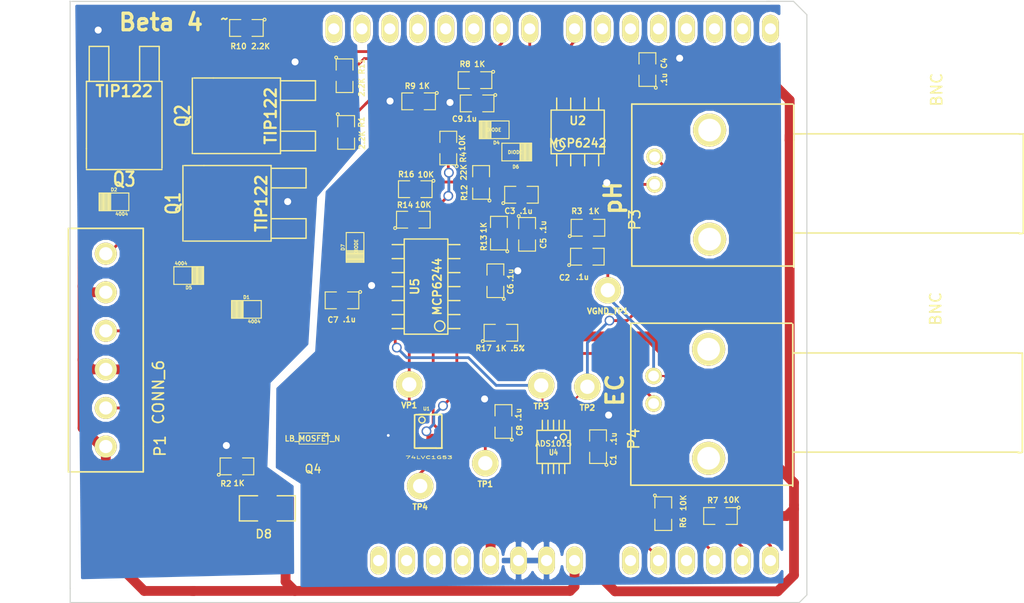
<source format=kicad_pcb>
(kicad_pcb (version 20171130) (host pcbnew "(5.1.12)-1")

  (general
    (thickness 1.6)
    (drawings 14)
    (tracks 459)
    (zones 0)
    (modules 51)
    (nets 34)
  )

  (page A3)
  (layers
    (0 F.Cu signal)
    (31 B.Cu signal)
    (32 B.Adhes user hide)
    (33 F.Adhes user hide)
    (34 B.Paste user hide)
    (35 F.Paste user hide)
    (36 B.SilkS user)
    (37 F.SilkS user)
    (38 B.Mask user hide)
    (39 F.Mask user)
    (40 Dwgs.User user hide)
    (41 Cmts.User user hide)
    (42 Eco1.User user)
    (43 Eco2.User user hide)
    (44 Edge.Cuts user)
  )

  (setup
    (last_trace_width 0.254)
    (user_trace_width 0.1778)
    (user_trace_width 0.254)
    (user_trace_width 0.381)
    (user_trace_width 0.6096)
    (user_trace_width 0.889)
    (trace_clearance 0.254)
    (zone_clearance 0.254)
    (zone_45_only no)
    (trace_min 0.1524)
    (via_size 0.889)
    (via_drill 0.635)
    (via_min_size 0.381)
    (via_min_drill 0.254)
    (user_via 0.635 0.254)
    (uvia_size 0.508)
    (uvia_drill 0.127)
    (uvias_allowed no)
    (uvia_min_size 0.508)
    (uvia_min_drill 0.127)
    (edge_width 0.1)
    (segment_width 0.2)
    (pcb_text_width 0.3)
    (pcb_text_size 1.5 1.5)
    (mod_edge_width 0.15)
    (mod_text_size 1 1)
    (mod_text_width 0.15)
    (pad_size 2.4 2.4)
    (pad_drill 1.3)
    (pad_to_mask_clearance 0)
    (aux_axis_origin 0 0)
    (visible_elements 7FFFFF99)
    (pcbplotparams
      (layerselection 0x00030_ffffffff)
      (usegerberextensions true)
      (usegerberattributes true)
      (usegerberadvancedattributes true)
      (creategerberjobfile true)
      (excludeedgelayer true)
      (linewidth 0.150000)
      (plotframeref false)
      (viasonmask false)
      (mode 1)
      (useauxorigin false)
      (hpglpennumber 1)
      (hpglpenspeed 20)
      (hpglpendiameter 15.000000)
      (psnegative false)
      (psa4output false)
      (plotreference true)
      (plotvalue true)
      (plotinvisibletext false)
      (padsonsilk false)
      (subtractmaskfromsilk false)
      (outputformat 1)
      (mirror false)
      (drillshape 0)
      (scaleselection 1)
      (outputdirectory "//psf/Home/Documents/Lettuce Buddy HW/LadyBug Hydro/Laydybug Shield/Kicad/Gerbers/Beta4/"))
  )

  (net 0 "")
  (net 1 /Arduino/12V)
  (net 2 /Arduino/FET_pin)
  (net 3 /Arduino/MUX_out_pin)
  (net 4 /Arduino/SCL)
  (net 5 /Arduino/SDA)
  (net 6 /Arduino/pump1_pin)
  (net 7 /Arduino/pump2_pin)
  (net 8 /Arduino/pump3_pin)
  (net 9 /DigitalAccess/EC_AIN)
  (net 10 /DigitalAccess/pH_AIN)
  (net 11 /EC/AC/EC_Vin)
  (net 12 /EC/AC/G1)
  (net 13 /EC/AC/W_Vin+)
  (net 14 /EC/AC/W_Vin-)
  (net 15 /EC/AC/W_Vout)
  (net 16 /EC/AC/f1)
  (net 17 /EC/ECGain/EC_Vout)
  (net 18 /EC/EC_ProbeIN)
  (net 19 /EC/Rectify/RVin-)
  (net 20 /EC/Rectify/R_Vout)
  (net 21 /EC/Rectify/Signal)
  (net 22 /Power/VGND_V+)
  (net 23 /Pumps/pump1)
  (net 24 /Pumps/pump2)
  (net 25 /Pumps/pump3)
  (net 26 /pH/pH_ProbeIN)
  (net 27 GND)
  (net 28 N-0000020)
  (net 29 N-0000043)
  (net 30 N-0000044)
  (net 31 N-0000045)
  (net 32 VGND)
  (net 33 Vclean)

  (net_class Default "This is the default net class."
    (clearance 0.254)
    (trace_width 0.254)
    (via_dia 0.889)
    (via_drill 0.635)
    (uvia_dia 0.508)
    (uvia_drill 0.127)
    (add_net /Arduino/12V)
    (add_net /Arduino/FET_pin)
    (add_net /Arduino/MUX_out_pin)
    (add_net /Arduino/SCL)
    (add_net /Arduino/SDA)
    (add_net /Arduino/pump1_pin)
    (add_net /Arduino/pump2_pin)
    (add_net /Arduino/pump3_pin)
    (add_net /DigitalAccess/EC_AIN)
    (add_net /DigitalAccess/pH_AIN)
    (add_net /EC/AC/EC_Vin)
    (add_net /EC/AC/G1)
    (add_net /EC/AC/W_Vin+)
    (add_net /EC/AC/W_Vin-)
    (add_net /EC/AC/W_Vout)
    (add_net /EC/AC/f1)
    (add_net /EC/ECGain/EC_Vout)
    (add_net /EC/EC_ProbeIN)
    (add_net /EC/Rectify/RVin-)
    (add_net /EC/Rectify/R_Vout)
    (add_net /EC/Rectify/Signal)
    (add_net /Power/VGND_V+)
    (add_net /Pumps/pump1)
    (add_net /Pumps/pump2)
    (add_net /Pumps/pump3)
    (add_net /pH/pH_ProbeIN)
    (add_net GND)
    (add_net N-0000020)
    (add_net N-0000043)
    (add_net N-0000044)
    (add_net N-0000045)
    (add_net VGND)
    (add_net Vclean)
  )

  (net_class VClean ""
    (clearance 0.254)
    (trace_width 0.6096)
    (via_dia 0.889)
    (via_drill 0.635)
    (uvia_dia 0.508)
    (uvia_drill 0.127)
  )

  (module SOD-123 (layer F.Cu) (tedit 4C3ED0DD) (tstamp 555112E3)
    (at 39.68496 38.94074 180)
    (path /547DE6BF/54803657)
    (fp_text reference D2 (at 0 1.09982 180) (layer F.SilkS)
      (effects (font (size 0.29972 0.29972) (thickness 0.0762)))
    )
    (fp_text value 4004 (at -0.70104 -1.09982 180) (layer F.SilkS)
      (effects (font (size 0.29972 0.29972) (thickness 0.0762)))
    )
    (fp_line (start -1.34874 0.8001) (end -1.34874 -0.8001) (layer F.SilkS) (width 0.09906))
    (fp_line (start 1.34874 0.8001) (end -1.34874 0.8001) (layer F.SilkS) (width 0.09906))
    (fp_line (start 1.34874 -0.8001) (end 1.34874 0.8001) (layer F.SilkS) (width 0.09906))
    (fp_line (start -1.34874 -0.8001) (end 1.34874 -0.8001) (layer F.SilkS) (width 0.09906))
    (fp_line (start 0.8001 -0.8001) (end 0.8001 0.8001) (layer F.SilkS) (width 0.09906))
    (fp_line (start 0.89916 0.8001) (end 0.89916 -0.8001) (layer F.SilkS) (width 0.09906))
    (fp_line (start 1.00076 -0.8001) (end 1.00076 0.8001) (layer F.SilkS) (width 0.09906))
    (fp_line (start 1.09982 0.8001) (end 1.09982 -0.8001) (layer F.SilkS) (width 0.09906))
    (fp_line (start 1.19888 0.8001) (end 1.19888 -0.8001) (layer F.SilkS) (width 0.09906))
    (fp_line (start 1.30048 -0.8001) (end 1.30048 0.7493) (layer F.SilkS) (width 0.09906))
    (fp_line (start 0.70104 0.8001) (end 0.70104 -0.8001) (layer F.SilkS) (width 0.09906))
    (fp_line (start 0.59944 -0.8001) (end 0.59944 0.8001) (layer F.SilkS) (width 0.09906))
    (fp_line (start 0.50038 0.8001) (end 0.50038 -0.8001) (layer F.SilkS) (width 0.09906))
    (fp_line (start 0.39878 -0.8001) (end 0.39878 0.8001) (layer F.SilkS) (width 0.09906))
    (fp_line (start 0.29972 -0.8001) (end 0.29972 0.8001) (layer F.SilkS) (width 0.09906))
    (pad 1 smd rect (at -1.84912 0 180) (size 1.19888 0.70104) (layers F.Cu F.Paste F.Mask)
      (net 25 /Pumps/pump3) (clearance 0.14986))
    (pad 2 smd rect (at 1.84912 0 180) (size 1.19888 0.70104) (layers F.Cu F.Paste F.Mask)
      (net 1 /Arduino/12V) (clearance 0.14986))
  )

  (module SOD-123 (layer F.Cu) (tedit 55528B1F) (tstamp 555112F8)
    (at 74.19594 32.40278 180)
    (path /547DE5B0/54C79A3D/54C79AD0)
    (fp_text reference D4 (at -0.20066 -1.17602 180) (layer F.SilkS)
      (effects (font (size 0.29972 0.29972) (thickness 0.0762)))
    )
    (fp_text value DIODE (at 0.02794 -0.00762 180) (layer F.SilkS)
      (effects (font (size 0.29972 0.29972) (thickness 0.0762)))
    )
    (fp_line (start -1.34874 0.8001) (end -1.34874 -0.8001) (layer F.SilkS) (width 0.09906))
    (fp_line (start 1.34874 0.8001) (end -1.34874 0.8001) (layer F.SilkS) (width 0.09906))
    (fp_line (start 1.34874 -0.8001) (end 1.34874 0.8001) (layer F.SilkS) (width 0.09906))
    (fp_line (start -1.34874 -0.8001) (end 1.34874 -0.8001) (layer F.SilkS) (width 0.09906))
    (fp_line (start 0.8001 -0.8001) (end 0.8001 0.8001) (layer F.SilkS) (width 0.09906))
    (fp_line (start 0.89916 0.8001) (end 0.89916 -0.8001) (layer F.SilkS) (width 0.09906))
    (fp_line (start 1.00076 -0.8001) (end 1.00076 0.8001) (layer F.SilkS) (width 0.09906))
    (fp_line (start 1.09982 0.8001) (end 1.09982 -0.8001) (layer F.SilkS) (width 0.09906))
    (fp_line (start 1.19888 0.8001) (end 1.19888 -0.8001) (layer F.SilkS) (width 0.09906))
    (fp_line (start 1.30048 -0.8001) (end 1.30048 0.7493) (layer F.SilkS) (width 0.09906))
    (fp_line (start 0.70104 0.8001) (end 0.70104 -0.8001) (layer F.SilkS) (width 0.09906))
    (fp_line (start 0.59944 -0.8001) (end 0.59944 0.8001) (layer F.SilkS) (width 0.09906))
    (fp_line (start 0.50038 0.8001) (end 0.50038 -0.8001) (layer F.SilkS) (width 0.09906))
    (fp_line (start 0.39878 -0.8001) (end 0.39878 0.8001) (layer F.SilkS) (width 0.09906))
    (fp_line (start 0.29972 -0.8001) (end 0.29972 0.8001) (layer F.SilkS) (width 0.09906))
    (pad 1 smd rect (at -1.84912 0 180) (size 1.19888 0.70104) (layers F.Cu F.Paste F.Mask)
      (net 12 /EC/AC/G1) (clearance 0.14986))
    (pad 2 smd rect (at 1.84912 0 180) (size 1.19888 0.70104) (layers F.Cu F.Paste F.Mask)
      (net 14 /EC/AC/W_Vin-) (clearance 0.14986))
  )

  (module SOD-123 (layer F.Cu) (tedit 4C3ED0DD) (tstamp 5551130D)
    (at 46.4693 45.6311)
    (path /547DE6BF/540E4757)
    (fp_text reference D5 (at 0 1.09982) (layer F.SilkS)
      (effects (font (size 0.29972 0.29972) (thickness 0.0762)))
    )
    (fp_text value 4004 (at -0.70104 -1.09982) (layer F.SilkS)
      (effects (font (size 0.29972 0.29972) (thickness 0.0762)))
    )
    (fp_line (start -1.34874 0.8001) (end -1.34874 -0.8001) (layer F.SilkS) (width 0.09906))
    (fp_line (start 1.34874 0.8001) (end -1.34874 0.8001) (layer F.SilkS) (width 0.09906))
    (fp_line (start 1.34874 -0.8001) (end 1.34874 0.8001) (layer F.SilkS) (width 0.09906))
    (fp_line (start -1.34874 -0.8001) (end 1.34874 -0.8001) (layer F.SilkS) (width 0.09906))
    (fp_line (start 0.8001 -0.8001) (end 0.8001 0.8001) (layer F.SilkS) (width 0.09906))
    (fp_line (start 0.89916 0.8001) (end 0.89916 -0.8001) (layer F.SilkS) (width 0.09906))
    (fp_line (start 1.00076 -0.8001) (end 1.00076 0.8001) (layer F.SilkS) (width 0.09906))
    (fp_line (start 1.09982 0.8001) (end 1.09982 -0.8001) (layer F.SilkS) (width 0.09906))
    (fp_line (start 1.19888 0.8001) (end 1.19888 -0.8001) (layer F.SilkS) (width 0.09906))
    (fp_line (start 1.30048 -0.8001) (end 1.30048 0.7493) (layer F.SilkS) (width 0.09906))
    (fp_line (start 0.70104 0.8001) (end 0.70104 -0.8001) (layer F.SilkS) (width 0.09906))
    (fp_line (start 0.59944 -0.8001) (end 0.59944 0.8001) (layer F.SilkS) (width 0.09906))
    (fp_line (start 0.50038 0.8001) (end 0.50038 -0.8001) (layer F.SilkS) (width 0.09906))
    (fp_line (start 0.39878 -0.8001) (end 0.39878 0.8001) (layer F.SilkS) (width 0.09906))
    (fp_line (start 0.29972 -0.8001) (end 0.29972 0.8001) (layer F.SilkS) (width 0.09906))
    (pad 1 smd rect (at -1.84912 0) (size 1.19888 0.70104) (layers F.Cu F.Paste F.Mask)
      (net 24 /Pumps/pump2) (clearance 0.14986))
    (pad 2 smd rect (at 1.84912 0) (size 1.19888 0.70104) (layers F.Cu F.Paste F.Mask)
      (net 1 /Arduino/12V) (clearance 0.14986))
  )

  (module SOD-123 (layer F.Cu) (tedit 55528B16) (tstamp 55511322)
    (at 76.24064 34.42208)
    (path /547DE5B0/54C79A3D/54C79AD6)
    (fp_text reference D6 (at -0.09144 1.34112) (layer F.SilkS)
      (effects (font (size 0.29972 0.29972) (thickness 0.0762)))
    )
    (fp_text value DIODE (at -0.14224 0.02032) (layer F.SilkS)
      (effects (font (size 0.29972 0.29972) (thickness 0.0762)))
    )
    (fp_line (start -1.34874 0.8001) (end -1.34874 -0.8001) (layer F.SilkS) (width 0.09906))
    (fp_line (start 1.34874 0.8001) (end -1.34874 0.8001) (layer F.SilkS) (width 0.09906))
    (fp_line (start 1.34874 -0.8001) (end 1.34874 0.8001) (layer F.SilkS) (width 0.09906))
    (fp_line (start -1.34874 -0.8001) (end 1.34874 -0.8001) (layer F.SilkS) (width 0.09906))
    (fp_line (start 0.8001 -0.8001) (end 0.8001 0.8001) (layer F.SilkS) (width 0.09906))
    (fp_line (start 0.89916 0.8001) (end 0.89916 -0.8001) (layer F.SilkS) (width 0.09906))
    (fp_line (start 1.00076 -0.8001) (end 1.00076 0.8001) (layer F.SilkS) (width 0.09906))
    (fp_line (start 1.09982 0.8001) (end 1.09982 -0.8001) (layer F.SilkS) (width 0.09906))
    (fp_line (start 1.19888 0.8001) (end 1.19888 -0.8001) (layer F.SilkS) (width 0.09906))
    (fp_line (start 1.30048 -0.8001) (end 1.30048 0.7493) (layer F.SilkS) (width 0.09906))
    (fp_line (start 0.70104 0.8001) (end 0.70104 -0.8001) (layer F.SilkS) (width 0.09906))
    (fp_line (start 0.59944 -0.8001) (end 0.59944 0.8001) (layer F.SilkS) (width 0.09906))
    (fp_line (start 0.50038 0.8001) (end 0.50038 -0.8001) (layer F.SilkS) (width 0.09906))
    (fp_line (start 0.39878 -0.8001) (end 0.39878 0.8001) (layer F.SilkS) (width 0.09906))
    (fp_line (start 0.29972 -0.8001) (end 0.29972 0.8001) (layer F.SilkS) (width 0.09906))
    (pad 1 smd rect (at -1.84912 0) (size 1.19888 0.70104) (layers F.Cu F.Paste F.Mask)
      (net 14 /EC/AC/W_Vin-) (clearance 0.14986))
    (pad 2 smd rect (at 1.84912 0) (size 1.19888 0.70104) (layers F.Cu F.Paste F.Mask)
      (net 12 /EC/AC/G1) (clearance 0.14986))
  )

  (module SOD-123 (layer F.Cu) (tedit 4C3ED0DD) (tstamp 55511337)
    (at 51.70424 48.70196 180)
    (path /547DE6BF/53CBD4B8)
    (fp_text reference D1 (at 0 1.09982 180) (layer F.SilkS)
      (effects (font (size 0.29972 0.29972) (thickness 0.0762)))
    )
    (fp_text value 4004 (at -0.70104 -1.09982 180) (layer F.SilkS)
      (effects (font (size 0.29972 0.29972) (thickness 0.0762)))
    )
    (fp_line (start -1.34874 0.8001) (end -1.34874 -0.8001) (layer F.SilkS) (width 0.09906))
    (fp_line (start 1.34874 0.8001) (end -1.34874 0.8001) (layer F.SilkS) (width 0.09906))
    (fp_line (start 1.34874 -0.8001) (end 1.34874 0.8001) (layer F.SilkS) (width 0.09906))
    (fp_line (start -1.34874 -0.8001) (end 1.34874 -0.8001) (layer F.SilkS) (width 0.09906))
    (fp_line (start 0.8001 -0.8001) (end 0.8001 0.8001) (layer F.SilkS) (width 0.09906))
    (fp_line (start 0.89916 0.8001) (end 0.89916 -0.8001) (layer F.SilkS) (width 0.09906))
    (fp_line (start 1.00076 -0.8001) (end 1.00076 0.8001) (layer F.SilkS) (width 0.09906))
    (fp_line (start 1.09982 0.8001) (end 1.09982 -0.8001) (layer F.SilkS) (width 0.09906))
    (fp_line (start 1.19888 0.8001) (end 1.19888 -0.8001) (layer F.SilkS) (width 0.09906))
    (fp_line (start 1.30048 -0.8001) (end 1.30048 0.7493) (layer F.SilkS) (width 0.09906))
    (fp_line (start 0.70104 0.8001) (end 0.70104 -0.8001) (layer F.SilkS) (width 0.09906))
    (fp_line (start 0.59944 -0.8001) (end 0.59944 0.8001) (layer F.SilkS) (width 0.09906))
    (fp_line (start 0.50038 0.8001) (end 0.50038 -0.8001) (layer F.SilkS) (width 0.09906))
    (fp_line (start 0.39878 -0.8001) (end 0.39878 0.8001) (layer F.SilkS) (width 0.09906))
    (fp_line (start 0.29972 -0.8001) (end 0.29972 0.8001) (layer F.SilkS) (width 0.09906))
    (pad 1 smd rect (at -1.84912 0 180) (size 1.19888 0.70104) (layers F.Cu F.Paste F.Mask)
      (net 23 /Pumps/pump1) (clearance 0.14986))
    (pad 2 smd rect (at 1.84912 0 180) (size 1.19888 0.70104) (layers F.Cu F.Paste F.Mask)
      (net 1 /Arduino/12V) (clearance 0.14986))
  )

  (module SOD-123 (layer F.Cu) (tedit 55528F1F) (tstamp 5551134C)
    (at 61.56706 43.0784 270)
    (path /547DE5B0/54C7AF06/54C7CC9B)
    (fp_text reference D7 (at 0 1.09982 270) (layer F.SilkS)
      (effects (font (size 0.29972 0.29972) (thickness 0.0762)))
    )
    (fp_text value DIODE (at -0.0762 -0.10414 270) (layer F.SilkS)
      (effects (font (size 0.29972 0.29972) (thickness 0.0762)))
    )
    (fp_line (start -1.34874 0.8001) (end -1.34874 -0.8001) (layer F.SilkS) (width 0.09906))
    (fp_line (start 1.34874 0.8001) (end -1.34874 0.8001) (layer F.SilkS) (width 0.09906))
    (fp_line (start 1.34874 -0.8001) (end 1.34874 0.8001) (layer F.SilkS) (width 0.09906))
    (fp_line (start -1.34874 -0.8001) (end 1.34874 -0.8001) (layer F.SilkS) (width 0.09906))
    (fp_line (start 0.8001 -0.8001) (end 0.8001 0.8001) (layer F.SilkS) (width 0.09906))
    (fp_line (start 0.89916 0.8001) (end 0.89916 -0.8001) (layer F.SilkS) (width 0.09906))
    (fp_line (start 1.00076 -0.8001) (end 1.00076 0.8001) (layer F.SilkS) (width 0.09906))
    (fp_line (start 1.09982 0.8001) (end 1.09982 -0.8001) (layer F.SilkS) (width 0.09906))
    (fp_line (start 1.19888 0.8001) (end 1.19888 -0.8001) (layer F.SilkS) (width 0.09906))
    (fp_line (start 1.30048 -0.8001) (end 1.30048 0.7493) (layer F.SilkS) (width 0.09906))
    (fp_line (start 0.70104 0.8001) (end 0.70104 -0.8001) (layer F.SilkS) (width 0.09906))
    (fp_line (start 0.59944 -0.8001) (end 0.59944 0.8001) (layer F.SilkS) (width 0.09906))
    (fp_line (start 0.50038 0.8001) (end 0.50038 -0.8001) (layer F.SilkS) (width 0.09906))
    (fp_line (start 0.39878 -0.8001) (end 0.39878 0.8001) (layer F.SilkS) (width 0.09906))
    (fp_line (start 0.29972 -0.8001) (end 0.29972 0.8001) (layer F.SilkS) (width 0.09906))
    (pad 1 smd rect (at -1.84912 0 270) (size 1.19888 0.70104) (layers F.Cu F.Paste F.Mask)
      (net 20 /EC/Rectify/R_Vout) (clearance 0.14986))
    (pad 2 smd rect (at 1.84912 0 270) (size 1.19888 0.70104) (layers F.Cu F.Paste F.Mask)
      (net 19 /EC/Rectify/RVin-) (clearance 0.14986))
  )

  (module so-8 (layer F.Cu) (tedit 48A6C16E) (tstamp 55528571)
    (at 81.77276 32.59582)
    (descr SO-8)
    (path /547DE57A/54906D15)
    (attr smd)
    (fp_text reference U2 (at 0 -1.016) (layer F.SilkS)
      (effects (font (size 0.7493 0.7493) (thickness 0.14986)))
    )
    (fp_text value MCP6242 (at 0 1.016) (layer F.SilkS)
      (effects (font (size 0.7493 0.7493) (thickness 0.14986)))
    )
    (fp_circle (center -1.6764 1.2446) (end -1.9558 1.6256) (layer F.SilkS) (width 0.127))
    (fp_line (start -1.905 3.0734) (end -1.905 1.9812) (layer F.SilkS) (width 0.127))
    (fp_line (start -0.635 3.0734) (end -0.635 1.9812) (layer F.SilkS) (width 0.127))
    (fp_line (start 0.635 3.0734) (end 0.635 1.9812) (layer F.SilkS) (width 0.127))
    (fp_line (start 1.905 1.9812) (end 1.905 3.0734) (layer F.SilkS) (width 0.127))
    (fp_line (start 1.905 -3.0734) (end 1.905 -1.9812) (layer F.SilkS) (width 0.127))
    (fp_line (start 0.635 -1.9812) (end 0.635 -3.0734) (layer F.SilkS) (width 0.127))
    (fp_line (start -0.635 -1.9812) (end -0.635 -3.0734) (layer F.SilkS) (width 0.127))
    (fp_line (start -1.905 -1.9812) (end -1.905 -3.0734) (layer F.SilkS) (width 0.127))
    (fp_line (start 2.413 -1.9812) (end -2.413 -1.9812) (layer F.SilkS) (width 0.127))
    (fp_line (start 2.413 1.9812) (end 2.413 -1.9812) (layer F.SilkS) (width 0.127))
    (fp_line (start -2.413 1.9812) (end 2.413 1.9812) (layer F.SilkS) (width 0.127))
    (fp_line (start -2.413 -1.9812) (end -2.413 1.9812) (layer F.SilkS) (width 0.127))
    (pad 1 smd rect (at -1.905 2.794) (size 0.635 1.27) (layers F.Cu F.Paste F.Mask)
      (net 32 VGND))
    (pad 2 smd rect (at -0.635 2.794) (size 0.635 1.27) (layers F.Cu F.Paste F.Mask)
      (net 32 VGND))
    (pad 3 smd rect (at 0.635 2.794) (size 0.635 1.27) (layers F.Cu F.Paste F.Mask)
      (net 22 /Power/VGND_V+))
    (pad 4 smd rect (at 1.905 2.794) (size 0.635 1.27) (layers F.Cu F.Paste F.Mask)
      (net 27 GND))
    (pad 5 smd rect (at 1.905 -2.794) (size 0.635 1.27) (layers F.Cu F.Paste F.Mask)
      (net 26 /pH/pH_ProbeIN))
    (pad 6 smd rect (at 0.635 -2.794) (size 0.635 1.27) (layers F.Cu F.Paste F.Mask)
      (net 10 /DigitalAccess/pH_AIN))
    (pad 7 smd rect (at -0.635 -2.794) (size 0.635 1.27) (layers F.Cu F.Paste F.Mask)
      (net 10 /DigitalAccess/pH_AIN))
    (pad 8 smd rect (at -1.905 -2.794) (size 0.635 1.27) (layers F.Cu F.Paste F.Mask)
      (net 33 Vclean))
    (model smd/smd_dil/so-8.wrl
      (at (xyz 0 0 0))
      (scale (xyz 1 1 1))
      (rotate (xyz 0 0 0))
    )
  )

  (module SM1206 (layer F.Cu) (tedit 55528F68) (tstamp 55511371)
    (at 53.60924 66.76136 180)
    (path /547DE474/551317CB)
    (attr smd)
    (fp_text reference D8 (at 0.33274 -2.33426 180) (layer F.SilkS)
      (effects (font (size 0.762 0.762) (thickness 0.127)))
    )
    (fp_text value LED (at 0 0 180) (layer F.SilkS) hide
      (effects (font (size 0.762 0.762) (thickness 0.127)))
    )
    (fp_line (start -0.889 -1.143) (end -2.54 -1.143) (layer F.SilkS) (width 0.127))
    (fp_line (start 2.54 1.143) (end 0.889 1.143) (layer F.SilkS) (width 0.127))
    (fp_line (start 2.54 -1.143) (end 2.54 1.143) (layer F.SilkS) (width 0.127))
    (fp_line (start 0.889 -1.143) (end 2.54 -1.143) (layer F.SilkS) (width 0.127))
    (fp_line (start -2.54 1.143) (end -0.889 1.143) (layer F.SilkS) (width 0.127))
    (fp_line (start -2.54 -1.143) (end -2.54 1.143) (layer F.SilkS) (width 0.127))
    (pad 1 smd rect (at -1.651 0 180) (size 1.524 2.032) (layers F.Cu F.Paste F.Mask)
      (net 1 /Arduino/12V))
    (pad 2 smd rect (at 1.651 0 180) (size 1.524 2.032) (layers F.Cu F.Paste F.Mask)
      (net 28 N-0000020))
    (model smd/chip_cms.wrl
      (at (xyz 0 0 0))
      (scale (xyz 0.17 0.16 0.16))
      (rotate (xyz 0 0 0))
    )
  )

  (module SM0805 (layer F.Cu) (tedit 55528AEE) (tstamp 5551137E)
    (at 72.4535 27.89682 180)
    (path /547DE6F9/547DEB21)
    (attr smd)
    (fp_text reference R8 (at 0.9017 1.45542 180) (layer F.SilkS)
      (effects (font (size 0.50038 0.50038) (thickness 0.10922)))
    )
    (fp_text value 1K (at -0.4191 1.45542 180) (layer F.SilkS)
      (effects (font (size 0.50038 0.50038) (thickness 0.10922)))
    )
    (fp_line (start 1.524 0.762) (end 0.508 0.762) (layer F.SilkS) (width 0.09906))
    (fp_line (start 1.524 -0.762) (end 1.524 0.762) (layer F.SilkS) (width 0.09906))
    (fp_line (start 0.508 -0.762) (end 1.524 -0.762) (layer F.SilkS) (width 0.09906))
    (fp_line (start -1.524 -0.762) (end -0.508 -0.762) (layer F.SilkS) (width 0.09906))
    (fp_line (start -1.524 0.762) (end -1.524 -0.762) (layer F.SilkS) (width 0.09906))
    (fp_line (start -0.508 0.762) (end -1.524 0.762) (layer F.SilkS) (width 0.09906))
    (fp_circle (center -1.651 0.762) (end -1.651 0.635) (layer F.SilkS) (width 0.09906))
    (pad 1 smd rect (at -0.9525 0 180) (size 0.889 1.397) (layers F.Cu F.Paste F.Mask)
      (net 33 Vclean))
    (pad 2 smd rect (at 0.9525 0 180) (size 0.889 1.397) (layers F.Cu F.Paste F.Mask)
      (net 22 /Power/VGND_V+))
    (model smd/chip_cms.wrl
      (at (xyz 0 0 0))
      (scale (xyz 0.1 0.1 0.1))
      (rotate (xyz 0 0 0))
    )
  )

  (module SM0805 (layer F.Cu) (tedit 555287EF) (tstamp 5551138B)
    (at 74.62266 41.783 90)
    (path /547DE5B0/54C79A3D/54C79AE2)
    (attr smd)
    (fp_text reference R13 (at -0.889 -1.36906 90) (layer F.SilkS)
      (effects (font (size 0.50038 0.50038) (thickness 0.10922)))
    )
    (fp_text value 1K (at 0.49784 -1.38684 90) (layer F.SilkS)
      (effects (font (size 0.50038 0.50038) (thickness 0.10922)))
    )
    (fp_line (start 1.524 0.762) (end 0.508 0.762) (layer F.SilkS) (width 0.09906))
    (fp_line (start 1.524 -0.762) (end 1.524 0.762) (layer F.SilkS) (width 0.09906))
    (fp_line (start 0.508 -0.762) (end 1.524 -0.762) (layer F.SilkS) (width 0.09906))
    (fp_line (start -1.524 -0.762) (end -0.508 -0.762) (layer F.SilkS) (width 0.09906))
    (fp_line (start -1.524 0.762) (end -1.524 -0.762) (layer F.SilkS) (width 0.09906))
    (fp_line (start -0.508 0.762) (end -1.524 0.762) (layer F.SilkS) (width 0.09906))
    (fp_circle (center -1.651 0.762) (end -1.651 0.635) (layer F.SilkS) (width 0.09906))
    (pad 1 smd rect (at -0.9525 0 90) (size 0.889 1.397) (layers F.Cu F.Paste F.Mask)
      (net 16 /EC/AC/f1))
    (pad 2 smd rect (at 0.9525 0 90) (size 0.889 1.397) (layers F.Cu F.Paste F.Mask)
      (net 13 /EC/AC/W_Vin+))
    (model smd/chip_cms.wrl
      (at (xyz 0 0 0))
      (scale (xyz 0.1 0.1 0.1))
      (rotate (xyz 0 0 0))
    )
  )

  (module SM0805 (layer F.Cu) (tedit 55525E57) (tstamp 55511398)
    (at 66.8528 40.5638)
    (path /547DE5B0/54C79A3D/54C79AE8)
    (attr smd)
    (fp_text reference R14 (at -0.74676 -1.3335) (layer F.SilkS)
      (effects (font (size 0.50038 0.50038) (thickness 0.10922)))
    )
    (fp_text value 10K (at 0.889 -1.35128) (layer F.SilkS)
      (effects (font (size 0.50038 0.50038) (thickness 0.10922)))
    )
    (fp_line (start 1.524 0.762) (end 0.508 0.762) (layer F.SilkS) (width 0.09906))
    (fp_line (start 1.524 -0.762) (end 1.524 0.762) (layer F.SilkS) (width 0.09906))
    (fp_line (start 0.508 -0.762) (end 1.524 -0.762) (layer F.SilkS) (width 0.09906))
    (fp_line (start -1.524 -0.762) (end -0.508 -0.762) (layer F.SilkS) (width 0.09906))
    (fp_line (start -1.524 0.762) (end -1.524 -0.762) (layer F.SilkS) (width 0.09906))
    (fp_line (start -0.508 0.762) (end -1.524 0.762) (layer F.SilkS) (width 0.09906))
    (fp_circle (center -1.651 0.762) (end -1.651 0.635) (layer F.SilkS) (width 0.09906))
    (pad 1 smd rect (at -0.9525 0) (size 0.889 1.397) (layers F.Cu F.Paste F.Mask)
      (net 11 /EC/AC/EC_Vin))
    (pad 2 smd rect (at 0.9525 0) (size 0.889 1.397) (layers F.Cu F.Paste F.Mask)
      (net 15 /EC/AC/W_Vout))
    (model smd/chip_cms.wrl
      (at (xyz 0 0 0))
      (scale (xyz 0.1 0.1 0.1))
      (rotate (xyz 0 0 0))
    )
  )

  (module SM0805 (layer F.Cu) (tedit 555288AF) (tstamp 555113A5)
    (at 73.00468 37.17798 90)
    (path /547DE5B0/54C79A3D/54C79B28)
    (attr smd)
    (fp_text reference R12 (at -0.94488 -1.524 90) (layer F.SilkS)
      (effects (font (size 0.50038 0.50038) (thickness 0.10922)))
    )
    (fp_text value 22K (at 0.9144 -1.57226 90) (layer F.SilkS)
      (effects (font (size 0.50038 0.50038) (thickness 0.10922)))
    )
    (fp_line (start 1.524 0.762) (end 0.508 0.762) (layer F.SilkS) (width 0.09906))
    (fp_line (start 1.524 -0.762) (end 1.524 0.762) (layer F.SilkS) (width 0.09906))
    (fp_line (start 0.508 -0.762) (end 1.524 -0.762) (layer F.SilkS) (width 0.09906))
    (fp_line (start -1.524 -0.762) (end -0.508 -0.762) (layer F.SilkS) (width 0.09906))
    (fp_line (start -1.524 0.762) (end -1.524 -0.762) (layer F.SilkS) (width 0.09906))
    (fp_line (start -0.508 0.762) (end -1.524 0.762) (layer F.SilkS) (width 0.09906))
    (fp_circle (center -1.651 0.762) (end -1.651 0.635) (layer F.SilkS) (width 0.09906))
    (pad 1 smd rect (at -0.9525 0 90) (size 0.889 1.397) (layers F.Cu F.Paste F.Mask)
      (net 15 /EC/AC/W_Vout))
    (pad 2 smd rect (at 0.9525 0 90) (size 0.889 1.397) (layers F.Cu F.Paste F.Mask)
      (net 14 /EC/AC/W_Vin-))
    (model smd/chip_cms.wrl
      (at (xyz 0 0 0))
      (scale (xyz 0.1 0.1 0.1))
      (rotate (xyz 0 0 0))
    )
  )

  (module SM0805 (layer F.Cu) (tedit 55525EB3) (tstamp 555113B2)
    (at 67.0306 37.7952 180)
    (path /547DE5B0/54C79A3D/54C79B2E)
    (attr smd)
    (fp_text reference R16 (at 0.82042 1.34874 180) (layer F.SilkS)
      (effects (font (size 0.50038 0.50038) (thickness 0.10922)))
    )
    (fp_text value 10K (at -0.95758 1.32334 180) (layer F.SilkS)
      (effects (font (size 0.50038 0.50038) (thickness 0.10922)))
    )
    (fp_line (start 1.524 0.762) (end 0.508 0.762) (layer F.SilkS) (width 0.09906))
    (fp_line (start 1.524 -0.762) (end 1.524 0.762) (layer F.SilkS) (width 0.09906))
    (fp_line (start 0.508 -0.762) (end 1.524 -0.762) (layer F.SilkS) (width 0.09906))
    (fp_line (start -1.524 -0.762) (end -0.508 -0.762) (layer F.SilkS) (width 0.09906))
    (fp_line (start -1.524 0.762) (end -1.524 -0.762) (layer F.SilkS) (width 0.09906))
    (fp_line (start -0.508 0.762) (end -1.524 0.762) (layer F.SilkS) (width 0.09906))
    (fp_circle (center -1.651 0.762) (end -1.651 0.635) (layer F.SilkS) (width 0.09906))
    (pad 1 smd rect (at -0.9525 0 180) (size 0.889 1.397) (layers F.Cu F.Paste F.Mask)
      (net 32 VGND))
    (pad 2 smd rect (at 0.9525 0 180) (size 0.889 1.397) (layers F.Cu F.Paste F.Mask)
      (net 11 /EC/AC/EC_Vin))
    (model smd/chip_cms.wrl
      (at (xyz 0 0 0))
      (scale (xyz 0.1 0.1 0.1))
      (rotate (xyz 0 0 0))
    )
  )

  (module SM0805 (layer F.Cu) (tedit 55525F36) (tstamp 55525F2D)
    (at 74.803 50.8254)
    (path /547DE5B0/54C7A446/54C7A5A6)
    (attr smd)
    (fp_text reference R17 (at -1.56718 1.39446) (layer F.SilkS)
      (effects (font (size 0.50038 0.50038) (thickness 0.10922)))
    )
    (fp_text value "1K .5%" (at 0.8509 1.41224) (layer F.SilkS)
      (effects (font (size 0.50038 0.50038) (thickness 0.10922)))
    )
    (fp_line (start 1.524 0.762) (end 0.508 0.762) (layer F.SilkS) (width 0.09906))
    (fp_line (start 1.524 -0.762) (end 1.524 0.762) (layer F.SilkS) (width 0.09906))
    (fp_line (start 0.508 -0.762) (end 1.524 -0.762) (layer F.SilkS) (width 0.09906))
    (fp_line (start -1.524 -0.762) (end -0.508 -0.762) (layer F.SilkS) (width 0.09906))
    (fp_line (start -1.524 0.762) (end -1.524 -0.762) (layer F.SilkS) (width 0.09906))
    (fp_line (start -0.508 0.762) (end -1.524 0.762) (layer F.SilkS) (width 0.09906))
    (fp_circle (center -1.651 0.762) (end -1.651 0.635) (layer F.SilkS) (width 0.09906))
    (pad 1 smd rect (at -0.9525 0) (size 0.889 1.397) (layers F.Cu F.Paste F.Mask)
      (net 17 /EC/ECGain/EC_Vout))
    (pad 2 smd rect (at 0.9525 0) (size 0.889 1.397) (layers F.Cu F.Paste F.Mask)
      (net 18 /EC/EC_ProbeIN))
    (model smd/chip_cms.wrl
      (at (xyz 0 0 0))
      (scale (xyz 0.1 0.1 0.1))
      (rotate (xyz 0 0 0))
    )
  )

  (module SM0805 (layer F.Cu) (tedit 55525FCE) (tstamp 555113CC)
    (at 74.30262 46.10354 90)
    (path /547DE5B0/54C7A446/54C7A5AC)
    (attr smd)
    (fp_text reference C6 (at -0.74676 1.36906 90) (layer F.SilkS)
      (effects (font (size 0.50038 0.50038) (thickness 0.10922)))
    )
    (fp_text value .1u (at 0.49784 1.36906 90) (layer F.SilkS)
      (effects (font (size 0.50038 0.50038) (thickness 0.10922)))
    )
    (fp_line (start 1.524 0.762) (end 0.508 0.762) (layer F.SilkS) (width 0.09906))
    (fp_line (start 1.524 -0.762) (end 1.524 0.762) (layer F.SilkS) (width 0.09906))
    (fp_line (start 0.508 -0.762) (end 1.524 -0.762) (layer F.SilkS) (width 0.09906))
    (fp_line (start -1.524 -0.762) (end -0.508 -0.762) (layer F.SilkS) (width 0.09906))
    (fp_line (start -1.524 0.762) (end -1.524 -0.762) (layer F.SilkS) (width 0.09906))
    (fp_line (start -0.508 0.762) (end -1.524 0.762) (layer F.SilkS) (width 0.09906))
    (fp_circle (center -1.651 0.762) (end -1.651 0.635) (layer F.SilkS) (width 0.09906))
    (pad 1 smd rect (at -0.9525 0 90) (size 0.889 1.397) (layers F.Cu F.Paste F.Mask)
      (net 33 Vclean))
    (pad 2 smd rect (at 0.9525 0 90) (size 0.889 1.397) (layers F.Cu F.Paste F.Mask)
      (net 27 GND))
    (model smd/chip_cms.wrl
      (at (xyz 0 0 0))
      (scale (xyz 0.1 0.1 0.1))
      (rotate (xyz 0 0 0))
    )
  )

  (module SM0805 (layer F.Cu) (tedit 55528F9C) (tstamp 555113D9)
    (at 60.38088 47.88154 180)
    (path /547DE5B0/54C7AF06/54C7CCA1)
    (attr smd)
    (fp_text reference C7 (at 0.81534 -1.77292 180) (layer F.SilkS)
      (effects (font (size 0.50038 0.50038) (thickness 0.10922)))
    )
    (fp_text value .1u (at -0.66294 -1.72466 180) (layer F.SilkS)
      (effects (font (size 0.50038 0.50038) (thickness 0.10922)))
    )
    (fp_line (start 1.524 0.762) (end 0.508 0.762) (layer F.SilkS) (width 0.09906))
    (fp_line (start 1.524 -0.762) (end 1.524 0.762) (layer F.SilkS) (width 0.09906))
    (fp_line (start 0.508 -0.762) (end 1.524 -0.762) (layer F.SilkS) (width 0.09906))
    (fp_line (start -1.524 -0.762) (end -0.508 -0.762) (layer F.SilkS) (width 0.09906))
    (fp_line (start -1.524 0.762) (end -1.524 -0.762) (layer F.SilkS) (width 0.09906))
    (fp_line (start -0.508 0.762) (end -1.524 0.762) (layer F.SilkS) (width 0.09906))
    (fp_circle (center -1.651 0.762) (end -1.651 0.635) (layer F.SilkS) (width 0.09906))
    (pad 1 smd rect (at -0.9525 0 180) (size 0.889 1.397) (layers F.Cu F.Paste F.Mask)
      (net 19 /EC/Rectify/RVin-))
    (pad 2 smd rect (at 0.9525 0 180) (size 0.889 1.397) (layers F.Cu F.Paste F.Mask)
      (net 32 VGND))
    (model smd/chip_cms.wrl
      (at (xyz 0 0 0))
      (scale (xyz 0.1 0.1 0.1))
      (rotate (xyz 0 0 0))
    )
  )

  (module SM0805 (layer F.Cu) (tedit 555287D9) (tstamp 555113E6)
    (at 77.18298 41.88968 270)
    (path /547DE5B0/54C79A3D/54C79ADC)
    (attr smd)
    (fp_text reference C5 (at 0.81788 -1.47574 270) (layer F.SilkS)
      (effects (font (size 0.50038 0.50038) (thickness 0.10922)))
    )
    (fp_text value .1u (at -0.65786 -1.45796 270) (layer F.SilkS)
      (effects (font (size 0.50038 0.50038) (thickness 0.10922)))
    )
    (fp_line (start 1.524 0.762) (end 0.508 0.762) (layer F.SilkS) (width 0.09906))
    (fp_line (start 1.524 -0.762) (end 1.524 0.762) (layer F.SilkS) (width 0.09906))
    (fp_line (start 0.508 -0.762) (end 1.524 -0.762) (layer F.SilkS) (width 0.09906))
    (fp_line (start -1.524 -0.762) (end -0.508 -0.762) (layer F.SilkS) (width 0.09906))
    (fp_line (start -1.524 0.762) (end -1.524 -0.762) (layer F.SilkS) (width 0.09906))
    (fp_line (start -0.508 0.762) (end -1.524 0.762) (layer F.SilkS) (width 0.09906))
    (fp_circle (center -1.651 0.762) (end -1.651 0.635) (layer F.SilkS) (width 0.09906))
    (pad 1 smd rect (at -0.9525 0 270) (size 0.889 1.397) (layers F.Cu F.Paste F.Mask)
      (net 15 /EC/AC/W_Vout))
    (pad 2 smd rect (at 0.9525 0 270) (size 0.889 1.397) (layers F.Cu F.Paste F.Mask)
      (net 16 /EC/AC/f1))
    (model smd/chip_cms.wrl
      (at (xyz 0 0 0))
      (scale (xyz 0.1 0.1 0.1))
      (rotate (xyz 0 0 0))
    )
  )

  (module SM0805 (layer F.Cu) (tedit 55528829) (tstamp 555113F3)
    (at 67.3354 29.8196 180)
    (path /547DE6F9/547DEB27)
    (attr smd)
    (fp_text reference R9 (at 0.76454 1.38684 180) (layer F.SilkS)
      (effects (font (size 0.50038 0.50038) (thickness 0.10922)))
    )
    (fp_text value 1K (at -0.51562 1.40462 180) (layer F.SilkS)
      (effects (font (size 0.50038 0.50038) (thickness 0.10922)))
    )
    (fp_line (start 1.524 0.762) (end 0.508 0.762) (layer F.SilkS) (width 0.09906))
    (fp_line (start 1.524 -0.762) (end 1.524 0.762) (layer F.SilkS) (width 0.09906))
    (fp_line (start 0.508 -0.762) (end 1.524 -0.762) (layer F.SilkS) (width 0.09906))
    (fp_line (start -1.524 -0.762) (end -0.508 -0.762) (layer F.SilkS) (width 0.09906))
    (fp_line (start -1.524 0.762) (end -1.524 -0.762) (layer F.SilkS) (width 0.09906))
    (fp_line (start -0.508 0.762) (end -1.524 0.762) (layer F.SilkS) (width 0.09906))
    (fp_circle (center -1.651 0.762) (end -1.651 0.635) (layer F.SilkS) (width 0.09906))
    (pad 1 smd rect (at -0.9525 0 180) (size 0.889 1.397) (layers F.Cu F.Paste F.Mask)
      (net 22 /Power/VGND_V+))
    (pad 2 smd rect (at 0.9525 0 180) (size 0.889 1.397) (layers F.Cu F.Paste F.Mask)
      (net 27 GND))
    (model smd/chip_cms.wrl
      (at (xyz 0 0 0))
      (scale (xyz 0.1 0.1 0.1))
      (rotate (xyz 0 0 0))
    )
  )

  (module SM0805 (layer F.Cu) (tedit 555288C9) (tstamp 55511400)
    (at 88.0999 26.9367 90)
    (path /547DE6F9/547DEB65)
    (attr smd)
    (fp_text reference C4 (at 0.57404 1.51384 90) (layer F.SilkS)
      (effects (font (size 0.50038 0.50038) (thickness 0.10922)))
    )
    (fp_text value .1u (at -0.9017 1.51384 90) (layer F.SilkS)
      (effects (font (size 0.50038 0.50038) (thickness 0.10922)))
    )
    (fp_line (start 1.524 0.762) (end 0.508 0.762) (layer F.SilkS) (width 0.09906))
    (fp_line (start 1.524 -0.762) (end 1.524 0.762) (layer F.SilkS) (width 0.09906))
    (fp_line (start 0.508 -0.762) (end 1.524 -0.762) (layer F.SilkS) (width 0.09906))
    (fp_line (start -1.524 -0.762) (end -0.508 -0.762) (layer F.SilkS) (width 0.09906))
    (fp_line (start -1.524 0.762) (end -1.524 -0.762) (layer F.SilkS) (width 0.09906))
    (fp_line (start -0.508 0.762) (end -1.524 0.762) (layer F.SilkS) (width 0.09906))
    (fp_circle (center -1.651 0.762) (end -1.651 0.635) (layer F.SilkS) (width 0.09906))
    (pad 1 smd rect (at -0.9525 0 90) (size 0.889 1.397) (layers F.Cu F.Paste F.Mask)
      (net 33 Vclean))
    (pad 2 smd rect (at 0.9525 0 90) (size 0.889 1.397) (layers F.Cu F.Paste F.Mask)
      (net 27 GND))
    (model smd/chip_cms.wrl
      (at (xyz 0 0 0))
      (scale (xyz 0.1 0.1 0.1))
      (rotate (xyz 0 0 0))
    )
  )

  (module SM0805 (layer F.Cu) (tedit 55528AD8) (tstamp 5551140D)
    (at 72.644 30.00756 180)
    (path /547DE6F9/5490B18A)
    (attr smd)
    (fp_text reference C9 (at 1.778 -1.41224 180) (layer F.SilkS)
      (effects (font (size 0.50038 0.50038) (thickness 0.10922)))
    )
    (fp_text value .1u (at 0.6096 -1.38684 180) (layer F.SilkS)
      (effects (font (size 0.50038 0.50038) (thickness 0.10922)))
    )
    (fp_line (start 1.524 0.762) (end 0.508 0.762) (layer F.SilkS) (width 0.09906))
    (fp_line (start 1.524 -0.762) (end 1.524 0.762) (layer F.SilkS) (width 0.09906))
    (fp_line (start 0.508 -0.762) (end 1.524 -0.762) (layer F.SilkS) (width 0.09906))
    (fp_line (start -1.524 -0.762) (end -0.508 -0.762) (layer F.SilkS) (width 0.09906))
    (fp_line (start -1.524 0.762) (end -1.524 -0.762) (layer F.SilkS) (width 0.09906))
    (fp_line (start -0.508 0.762) (end -1.524 0.762) (layer F.SilkS) (width 0.09906))
    (fp_circle (center -1.651 0.762) (end -1.651 0.635) (layer F.SilkS) (width 0.09906))
    (pad 1 smd rect (at -0.9525 0 180) (size 0.889 1.397) (layers F.Cu F.Paste F.Mask)
      (net 33 Vclean))
    (pad 2 smd rect (at 0.9525 0 180) (size 0.889 1.397) (layers F.Cu F.Paste F.Mask)
      (net 27 GND))
    (model smd/chip_cms.wrl
      (at (xyz 0 0 0))
      (scale (xyz 0.1 0.1 0.1))
      (rotate (xyz 0 0 0))
    )
  )

  (module SM0805 (layer F.Cu) (tedit 55528AB9) (tstamp 5551141A)
    (at 60.7568 32.64154 270)
    (path /547DE6BF/53CBD483)
    (attr smd)
    (fp_text reference R1 (at -0.9398 -1.397 270) (layer F.SilkS)
      (effects (font (size 0.50038 0.50038) (thickness 0.10922)))
    )
    (fp_text value 2.2K (at 0.7112 -1.4478 270) (layer F.SilkS)
      (effects (font (size 0.50038 0.50038) (thickness 0.10922)))
    )
    (fp_line (start 1.524 0.762) (end 0.508 0.762) (layer F.SilkS) (width 0.09906))
    (fp_line (start 1.524 -0.762) (end 1.524 0.762) (layer F.SilkS) (width 0.09906))
    (fp_line (start 0.508 -0.762) (end 1.524 -0.762) (layer F.SilkS) (width 0.09906))
    (fp_line (start -1.524 -0.762) (end -0.508 -0.762) (layer F.SilkS) (width 0.09906))
    (fp_line (start -1.524 0.762) (end -1.524 -0.762) (layer F.SilkS) (width 0.09906))
    (fp_line (start -0.508 0.762) (end -1.524 0.762) (layer F.SilkS) (width 0.09906))
    (fp_circle (center -1.651 0.762) (end -1.651 0.635) (layer F.SilkS) (width 0.09906))
    (pad 1 smd rect (at -0.9525 0 270) (size 0.889 1.397) (layers F.Cu F.Paste F.Mask)
      (net 6 /Arduino/pump1_pin))
    (pad 2 smd rect (at 0.9525 0 270) (size 0.889 1.397) (layers F.Cu F.Paste F.Mask)
      (net 29 N-0000043))
    (model smd/chip_cms.wrl
      (at (xyz 0 0 0))
      (scale (xyz 0.1 0.1 0.1))
      (rotate (xyz 0 0 0))
    )
  )

  (module SM0805 (layer F.Cu) (tedit 55528AA1) (tstamp 55511427)
    (at 60.61456 27.4955 270)
    (path /547DE6BF/53EA6E15)
    (attr smd)
    (fp_text reference R11 (at -0.8509 -1.55702 270) (layer F.SilkS)
      (effects (font (size 0.50038 0.50038) (thickness 0.10922)))
    )
    (fp_text value 2.2K (at 1.0541 -1.55702 270) (layer F.SilkS)
      (effects (font (size 0.50038 0.50038) (thickness 0.10922)))
    )
    (fp_line (start 1.524 0.762) (end 0.508 0.762) (layer F.SilkS) (width 0.09906))
    (fp_line (start 1.524 -0.762) (end 1.524 0.762) (layer F.SilkS) (width 0.09906))
    (fp_line (start 0.508 -0.762) (end 1.524 -0.762) (layer F.SilkS) (width 0.09906))
    (fp_line (start -1.524 -0.762) (end -0.508 -0.762) (layer F.SilkS) (width 0.09906))
    (fp_line (start -1.524 0.762) (end -1.524 -0.762) (layer F.SilkS) (width 0.09906))
    (fp_line (start -0.508 0.762) (end -1.524 0.762) (layer F.SilkS) (width 0.09906))
    (fp_circle (center -1.651 0.762) (end -1.651 0.635) (layer F.SilkS) (width 0.09906))
    (pad 1 smd rect (at -0.9525 0 270) (size 0.889 1.397) (layers F.Cu F.Paste F.Mask)
      (net 7 /Arduino/pump2_pin))
    (pad 2 smd rect (at 0.9525 0 270) (size 0.889 1.397) (layers F.Cu F.Paste F.Mask)
      (net 30 N-0000044))
    (model smd/chip_cms.wrl
      (at (xyz 0 0 0))
      (scale (xyz 0.1 0.1 0.1))
      (rotate (xyz 0 0 0))
    )
  )

  (module SM0805 (layer F.Cu) (tedit 555291E6) (tstamp 555291A9)
    (at 51.70424 23.15972 180)
    (path /547DE6BF/54803649)
    (attr smd)
    (fp_text reference R10 (at 0.71628 -1.66624 180) (layer F.SilkS)
      (effects (font (size 0.50038 0.50038) (thickness 0.10922)))
    )
    (fp_text value 2.2K (at -1.28524 -1.66624 180) (layer F.SilkS)
      (effects (font (size 0.50038 0.50038) (thickness 0.10922)))
    )
    (fp_line (start 1.524 0.762) (end 0.508 0.762) (layer F.SilkS) (width 0.09906))
    (fp_line (start 1.524 -0.762) (end 1.524 0.762) (layer F.SilkS) (width 0.09906))
    (fp_line (start 0.508 -0.762) (end 1.524 -0.762) (layer F.SilkS) (width 0.09906))
    (fp_line (start -1.524 -0.762) (end -0.508 -0.762) (layer F.SilkS) (width 0.09906))
    (fp_line (start -1.524 0.762) (end -1.524 -0.762) (layer F.SilkS) (width 0.09906))
    (fp_line (start -0.508 0.762) (end -1.524 0.762) (layer F.SilkS) (width 0.09906))
    (fp_circle (center -1.651 0.762) (end -1.651 0.635) (layer F.SilkS) (width 0.09906))
    (pad 1 smd rect (at -0.9525 0 180) (size 0.889 1.397) (layers F.Cu F.Paste F.Mask)
      (net 8 /Arduino/pump3_pin))
    (pad 2 smd rect (at 0.9525 0 180) (size 0.889 1.397) (layers F.Cu F.Paste F.Mask)
      (net 31 N-0000045))
    (model smd/chip_cms.wrl
      (at (xyz 0 0 0))
      (scale (xyz 0.1 0.1 0.1))
      (rotate (xyz 0 0 0))
    )
  )

  (module SM0805 (layer F.Cu) (tedit 55528807) (tstamp 55511441)
    (at 76.66736 38.29812)
    (path /547DE5B0/54C79A3D/54C79ACA)
    (attr smd)
    (fp_text reference C3 (at -1.04902 1.47574) (layer F.SilkS)
      (effects (font (size 0.50038 0.50038) (thickness 0.10922)))
    )
    (fp_text value .1u (at 0.42672 1.47574) (layer F.SilkS)
      (effects (font (size 0.50038 0.50038) (thickness 0.10922)))
    )
    (fp_line (start 1.524 0.762) (end 0.508 0.762) (layer F.SilkS) (width 0.09906))
    (fp_line (start 1.524 -0.762) (end 1.524 0.762) (layer F.SilkS) (width 0.09906))
    (fp_line (start 0.508 -0.762) (end 1.524 -0.762) (layer F.SilkS) (width 0.09906))
    (fp_line (start -1.524 -0.762) (end -0.508 -0.762) (layer F.SilkS) (width 0.09906))
    (fp_line (start -1.524 0.762) (end -1.524 -0.762) (layer F.SilkS) (width 0.09906))
    (fp_line (start -0.508 0.762) (end -1.524 0.762) (layer F.SilkS) (width 0.09906))
    (fp_circle (center -1.651 0.762) (end -1.651 0.635) (layer F.SilkS) (width 0.09906))
    (pad 1 smd rect (at -0.9525 0) (size 0.889 1.397) (layers F.Cu F.Paste F.Mask)
      (net 15 /EC/AC/W_Vout))
    (pad 2 smd rect (at 0.9525 0) (size 0.889 1.397) (layers F.Cu F.Paste F.Mask)
      (net 12 /EC/AC/G1))
    (model smd/chip_cms.wrl
      (at (xyz 0 0 0))
      (scale (xyz 0.1 0.1 0.1))
      (rotate (xyz 0 0 0))
    )
  )

  (module SM0805 (layer F.Cu) (tedit 55528F85) (tstamp 5551144E)
    (at 50.84572 62.94882)
    (path /547DE474/551317D1)
    (attr smd)
    (fp_text reference R2 (at -1.00076 1.57226) (layer F.SilkS)
      (effects (font (size 0.50038 0.50038) (thickness 0.10922)))
    )
    (fp_text value 1K (at 0.1905 1.52654) (layer F.SilkS)
      (effects (font (size 0.50038 0.50038) (thickness 0.10922)))
    )
    (fp_line (start 1.524 0.762) (end 0.508 0.762) (layer F.SilkS) (width 0.09906))
    (fp_line (start 1.524 -0.762) (end 1.524 0.762) (layer F.SilkS) (width 0.09906))
    (fp_line (start 0.508 -0.762) (end 1.524 -0.762) (layer F.SilkS) (width 0.09906))
    (fp_line (start -1.524 -0.762) (end -0.508 -0.762) (layer F.SilkS) (width 0.09906))
    (fp_line (start -1.524 0.762) (end -1.524 -0.762) (layer F.SilkS) (width 0.09906))
    (fp_line (start -0.508 0.762) (end -1.524 0.762) (layer F.SilkS) (width 0.09906))
    (fp_circle (center -1.651 0.762) (end -1.651 0.635) (layer F.SilkS) (width 0.09906))
    (pad 1 smd rect (at -0.9525 0) (size 0.889 1.397) (layers F.Cu F.Paste F.Mask)
      (net 27 GND))
    (pad 2 smd rect (at 0.9525 0) (size 0.889 1.397) (layers F.Cu F.Paste F.Mask)
      (net 28 N-0000020))
    (model smd/chip_cms.wrl
      (at (xyz 0 0 0))
      (scale (xyz 0.1 0.1 0.1))
      (rotate (xyz 0 0 0))
    )
  )

  (module SM0805 (layer F.Cu) (tedit 555238E3) (tstamp 5551145B)
    (at 89.54008 67.24396 270)
    (path /547DE4F5/5463DA53)
    (attr smd)
    (fp_text reference R6 (at 0.80264 -1.79832 270) (layer F.SilkS)
      (effects (font (size 0.50038 0.50038) (thickness 0.10922)))
    )
    (fp_text value 10K (at -0.97536 -1.82372 270) (layer F.SilkS)
      (effects (font (size 0.50038 0.50038) (thickness 0.10922)))
    )
    (fp_line (start 1.524 0.762) (end 0.508 0.762) (layer F.SilkS) (width 0.09906))
    (fp_line (start 1.524 -0.762) (end 1.524 0.762) (layer F.SilkS) (width 0.09906))
    (fp_line (start 0.508 -0.762) (end 1.524 -0.762) (layer F.SilkS) (width 0.09906))
    (fp_line (start -1.524 -0.762) (end -0.508 -0.762) (layer F.SilkS) (width 0.09906))
    (fp_line (start -1.524 0.762) (end -1.524 -0.762) (layer F.SilkS) (width 0.09906))
    (fp_line (start -0.508 0.762) (end -1.524 0.762) (layer F.SilkS) (width 0.09906))
    (fp_circle (center -1.651 0.762) (end -1.651 0.635) (layer F.SilkS) (width 0.09906))
    (pad 1 smd rect (at -0.9525 0 270) (size 0.889 1.397) (layers F.Cu F.Paste F.Mask)
      (net 33 Vclean))
    (pad 2 smd rect (at 0.9525 0 270) (size 0.889 1.397) (layers F.Cu F.Paste F.Mask)
      (net 5 /Arduino/SDA))
    (model smd/chip_cms.wrl
      (at (xyz 0 0 0))
      (scale (xyz 0.1 0.1 0.1))
      (rotate (xyz 0 0 0))
    )
  )

  (module SM0805 (layer F.Cu) (tedit 555238C2) (tstamp 55511468)
    (at 94.73184 67.45732 180)
    (path /547DE4F5/5463DA60)
    (attr smd)
    (fp_text reference R7 (at 0.70104 1.41732 180) (layer F.SilkS)
      (effects (font (size 0.50038 0.50038) (thickness 0.10922)))
    )
    (fp_text value 10K (at -1.00076 1.46812 180) (layer F.SilkS)
      (effects (font (size 0.50038 0.50038) (thickness 0.10922)))
    )
    (fp_line (start 1.524 0.762) (end 0.508 0.762) (layer F.SilkS) (width 0.09906))
    (fp_line (start 1.524 -0.762) (end 1.524 0.762) (layer F.SilkS) (width 0.09906))
    (fp_line (start 0.508 -0.762) (end 1.524 -0.762) (layer F.SilkS) (width 0.09906))
    (fp_line (start -1.524 -0.762) (end -0.508 -0.762) (layer F.SilkS) (width 0.09906))
    (fp_line (start -1.524 0.762) (end -1.524 -0.762) (layer F.SilkS) (width 0.09906))
    (fp_line (start -0.508 0.762) (end -1.524 0.762) (layer F.SilkS) (width 0.09906))
    (fp_circle (center -1.651 0.762) (end -1.651 0.635) (layer F.SilkS) (width 0.09906))
    (pad 1 smd rect (at -0.9525 0 180) (size 0.889 1.397) (layers F.Cu F.Paste F.Mask)
      (net 33 Vclean))
    (pad 2 smd rect (at 0.9525 0 180) (size 0.889 1.397) (layers F.Cu F.Paste F.Mask)
      (net 4 /Arduino/SCL))
    (model smd/chip_cms.wrl
      (at (xyz 0 0 0))
      (scale (xyz 0.1 0.1 0.1))
      (rotate (xyz 0 0 0))
    )
  )

  (module SM0805 (layer F.Cu) (tedit 555238FA) (tstamp 55511475)
    (at 83.61934 61.1632 90)
    (path /547DE4F5/546637F5)
    (attr smd)
    (fp_text reference C1 (at -1.2192 1.39446 90) (layer F.SilkS)
      (effects (font (size 0.50038 0.50038) (thickness 0.10922)))
    )
    (fp_text value .1u (at 0.7112 1.41986 90) (layer F.SilkS)
      (effects (font (size 0.50038 0.50038) (thickness 0.10922)))
    )
    (fp_line (start 1.524 0.762) (end 0.508 0.762) (layer F.SilkS) (width 0.09906))
    (fp_line (start 1.524 -0.762) (end 1.524 0.762) (layer F.SilkS) (width 0.09906))
    (fp_line (start 0.508 -0.762) (end 1.524 -0.762) (layer F.SilkS) (width 0.09906))
    (fp_line (start -1.524 -0.762) (end -0.508 -0.762) (layer F.SilkS) (width 0.09906))
    (fp_line (start -1.524 0.762) (end -1.524 -0.762) (layer F.SilkS) (width 0.09906))
    (fp_line (start -0.508 0.762) (end -1.524 0.762) (layer F.SilkS) (width 0.09906))
    (fp_circle (center -1.651 0.762) (end -1.651 0.635) (layer F.SilkS) (width 0.09906))
    (pad 1 smd rect (at -0.9525 0 90) (size 0.889 1.397) (layers F.Cu F.Paste F.Mask)
      (net 33 Vclean))
    (pad 2 smd rect (at 0.9525 0 90) (size 0.889 1.397) (layers F.Cu F.Paste F.Mask)
      (net 27 GND))
    (model smd/chip_cms.wrl
      (at (xyz 0 0 0))
      (scale (xyz 0.1 0.1 0.1))
      (rotate (xyz 0 0 0))
    )
  )

  (module SM0805 (layer F.Cu) (tedit 55525DB1) (tstamp 55511482)
    (at 75.0316 58.8772 90)
    (path /547DE5B0/54D91F94)
    (attr smd)
    (fp_text reference C8 (at -0.8255 1.4732 90) (layer F.SilkS)
      (effects (font (size 0.50038 0.50038) (thickness 0.10922)))
    )
    (fp_text value .1u (at 0.6223 1.3589 90) (layer F.SilkS)
      (effects (font (size 0.50038 0.50038) (thickness 0.10922)))
    )
    (fp_line (start 1.524 0.762) (end 0.508 0.762) (layer F.SilkS) (width 0.09906))
    (fp_line (start 1.524 -0.762) (end 1.524 0.762) (layer F.SilkS) (width 0.09906))
    (fp_line (start 0.508 -0.762) (end 1.524 -0.762) (layer F.SilkS) (width 0.09906))
    (fp_line (start -1.524 -0.762) (end -0.508 -0.762) (layer F.SilkS) (width 0.09906))
    (fp_line (start -1.524 0.762) (end -1.524 -0.762) (layer F.SilkS) (width 0.09906))
    (fp_line (start -0.508 0.762) (end -1.524 0.762) (layer F.SilkS) (width 0.09906))
    (fp_circle (center -1.651 0.762) (end -1.651 0.635) (layer F.SilkS) (width 0.09906))
    (pad 1 smd rect (at -0.9525 0 90) (size 0.889 1.397) (layers F.Cu F.Paste F.Mask)
      (net 33 Vclean))
    (pad 2 smd rect (at 0.9525 0 90) (size 0.889 1.397) (layers F.Cu F.Paste F.Mask)
      (net 27 GND))
    (model smd/chip_cms.wrl
      (at (xyz 0 0 0))
      (scale (xyz 0.1 0.1 0.1))
      (rotate (xyz 0 0 0))
    )
  )

  (module SM0805 (layer F.Cu) (tedit 555268EA) (tstamp 5551148F)
    (at 82.7024 41.29532)
    (path /547DE5B0/54C79A3D/54C79AB8)
    (attr smd)
    (fp_text reference R3 (at -1.00584 -1.50876) (layer F.SilkS)
      (effects (font (size 0.50038 0.50038) (thickness 0.10922)))
    )
    (fp_text value 1K (at 0.5588 -1.50876) (layer F.SilkS)
      (effects (font (size 0.50038 0.50038) (thickness 0.10922)))
    )
    (fp_line (start 1.524 0.762) (end 0.508 0.762) (layer F.SilkS) (width 0.09906))
    (fp_line (start 1.524 -0.762) (end 1.524 0.762) (layer F.SilkS) (width 0.09906))
    (fp_line (start 0.508 -0.762) (end 1.524 -0.762) (layer F.SilkS) (width 0.09906))
    (fp_line (start -1.524 -0.762) (end -0.508 -0.762) (layer F.SilkS) (width 0.09906))
    (fp_line (start -1.524 0.762) (end -1.524 -0.762) (layer F.SilkS) (width 0.09906))
    (fp_line (start -0.508 0.762) (end -1.524 0.762) (layer F.SilkS) (width 0.09906))
    (fp_circle (center -1.651 0.762) (end -1.651 0.635) (layer F.SilkS) (width 0.09906))
    (pad 1 smd rect (at -0.9525 0) (size 0.889 1.397) (layers F.Cu F.Paste F.Mask)
      (net 13 /EC/AC/W_Vin+))
    (pad 2 smd rect (at 0.9525 0) (size 0.889 1.397) (layers F.Cu F.Paste F.Mask)
      (net 32 VGND))
    (model smd/chip_cms.wrl
      (at (xyz 0 0 0))
      (scale (xyz 0.1 0.1 0.1))
      (rotate (xyz 0 0 0))
    )
  )

  (module SM0805 (layer F.Cu) (tedit 555268D6) (tstamp 5551149C)
    (at 82.64652 43.92168)
    (path /547DE5B0/54C79A3D/54C79AC4)
    (attr smd)
    (fp_text reference C2 (at -2.06756 1.89992) (layer F.SilkS)
      (effects (font (size 0.50038 0.50038) (thickness 0.10922)))
    )
    (fp_text value .1u (at -0.44704 1.84404) (layer F.SilkS)
      (effects (font (size 0.50038 0.50038) (thickness 0.10922)))
    )
    (fp_line (start 1.524 0.762) (end 0.508 0.762) (layer F.SilkS) (width 0.09906))
    (fp_line (start 1.524 -0.762) (end 1.524 0.762) (layer F.SilkS) (width 0.09906))
    (fp_line (start 0.508 -0.762) (end 1.524 -0.762) (layer F.SilkS) (width 0.09906))
    (fp_line (start -1.524 -0.762) (end -0.508 -0.762) (layer F.SilkS) (width 0.09906))
    (fp_line (start -1.524 0.762) (end -1.524 -0.762) (layer F.SilkS) (width 0.09906))
    (fp_line (start -0.508 0.762) (end -1.524 0.762) (layer F.SilkS) (width 0.09906))
    (fp_circle (center -1.651 0.762) (end -1.651 0.635) (layer F.SilkS) (width 0.09906))
    (pad 1 smd rect (at -0.9525 0) (size 0.889 1.397) (layers F.Cu F.Paste F.Mask)
      (net 13 /EC/AC/W_Vin+))
    (pad 2 smd rect (at 0.9525 0) (size 0.889 1.397) (layers F.Cu F.Paste F.Mask)
      (net 32 VGND))
    (model smd/chip_cms.wrl
      (at (xyz 0 0 0))
      (scale (xyz 0.1 0.1 0.1))
      (rotate (xyz 0 0 0))
    )
  )

  (module SM0805 (layer F.Cu) (tedit 55528E01) (tstamp 555114A9)
    (at 70.0278 34.0614 90)
    (path /547DE5B0/54C79A3D/54C79ABE)
    (attr smd)
    (fp_text reference R4 (at -0.82042 1.35636 90) (layer F.SilkS)
      (effects (font (size 0.50038 0.50038) (thickness 0.10922)))
    )
    (fp_text value 10K (at 0.46482 1.25984 90) (layer F.SilkS)
      (effects (font (size 0.50038 0.50038) (thickness 0.10922)))
    )
    (fp_line (start 1.524 0.762) (end 0.508 0.762) (layer F.SilkS) (width 0.09906))
    (fp_line (start 1.524 -0.762) (end 1.524 0.762) (layer F.SilkS) (width 0.09906))
    (fp_line (start 0.508 -0.762) (end 1.524 -0.762) (layer F.SilkS) (width 0.09906))
    (fp_line (start -1.524 -0.762) (end -0.508 -0.762) (layer F.SilkS) (width 0.09906))
    (fp_line (start -1.524 0.762) (end -1.524 -0.762) (layer F.SilkS) (width 0.09906))
    (fp_line (start -0.508 0.762) (end -1.524 0.762) (layer F.SilkS) (width 0.09906))
    (fp_circle (center -1.651 0.762) (end -1.651 0.635) (layer F.SilkS) (width 0.09906))
    (pad 1 smd rect (at -0.9525 0 90) (size 0.889 1.397) (layers F.Cu F.Paste F.Mask)
      (net 14 /EC/AC/W_Vin-))
    (pad 2 smd rect (at 0.9525 0 90) (size 0.889 1.397) (layers F.Cu F.Paste F.Mask)
      (net 32 VGND))
    (model smd/chip_cms.wrl
      (at (xyz 0 0 0))
      (scale (xyz 0.1 0.1 0.1))
      (rotate (xyz 0 0 0))
    )
  )

  (module msoic-10 (layer F.Cu) (tedit 50BDF8EE) (tstamp 555114C6)
    (at 79.58074 61.18606 180)
    (descr MSOIC-10)
    (path /547DE4F5/54804BC7)
    (attr smd)
    (fp_text reference U4 (at 0 -0.50038 180) (layer F.SilkS)
      (effects (font (size 0.50038 0.39878) (thickness 0.09906)))
    )
    (fp_text value ADS1015 (at 0 0.29972 180) (layer F.SilkS)
      (effects (font (size 0.50038 0.50038) (thickness 0.09906)))
    )
    (fp_line (start 1.50114 1.50114) (end 1.50114 -1.50114) (layer F.SilkS) (width 0.127))
    (fp_line (start -1.50114 1.50114) (end 1.50114 1.50114) (layer F.SilkS) (width 0.127))
    (fp_line (start -1.50114 -1.50114) (end -1.50114 1.50114) (layer F.SilkS) (width 0.127))
    (fp_line (start 1.50114 -1.50114) (end -1.50114 -1.50114) (layer F.SilkS) (width 0.127))
    (fp_circle (center -0.89916 0.9017) (end -1.09982 1.09982) (layer F.SilkS) (width 0.127))
    (fp_line (start -0.9906 2.413) (end -0.9906 1.524) (layer F.SilkS) (width 0.127))
    (fp_line (start -0.508 2.413) (end -0.508 1.524) (layer F.SilkS) (width 0.127))
    (fp_line (start 0 2.413) (end 0 1.524) (layer F.SilkS) (width 0.127))
    (fp_line (start 0.508 2.413) (end 0.508 1.524) (layer F.SilkS) (width 0.127))
    (fp_line (start 1.016 2.413) (end 1.016 1.524) (layer F.SilkS) (width 0.127))
    (fp_line (start 1.016 -2.413) (end 1.016 -1.524) (layer F.SilkS) (width 0.127))
    (fp_line (start 0.4826 -2.413) (end 0.4826 -1.524) (layer F.SilkS) (width 0.127))
    (fp_line (start 0 -2.413) (end 0 -1.524) (layer F.SilkS) (width 0.127))
    (fp_line (start -0.508 -2.413) (end -0.508 -1.524) (layer F.SilkS) (width 0.127))
    (fp_line (start -1.016 -2.413) (end -1.016 -1.524) (layer F.SilkS) (width 0.127))
    (pad 1 smd rect (at -1.00076 2.30124 180) (size 0.29972 1.02108) (layers F.Cu F.Paste F.Mask)
      (net 27 GND))
    (pad 2 smd rect (at -0.50038 2.30124 180) (size 0.29972 1.02108) (layers F.Cu F.Paste F.Mask))
    (pad 3 smd rect (at 0 2.30124 180) (size 0.29972 1.02108) (layers F.Cu F.Paste F.Mask)
      (net 27 GND))
    (pad 4 smd rect (at 0.50038 2.30124 180) (size 0.29972 1.02108) (layers F.Cu F.Paste F.Mask)
      (net 10 /DigitalAccess/pH_AIN))
    (pad 5 smd rect (at 1.00076 2.30124 180) (size 0.29972 1.02108) (layers F.Cu F.Paste F.Mask)
      (net 9 /DigitalAccess/EC_AIN))
    (pad 6 smd rect (at 1.00076 -2.30124 180) (size 0.29972 1.02108) (layers F.Cu F.Paste F.Mask))
    (pad 7 smd rect (at 0.50038 -2.30124 180) (size 0.29972 1.02108) (layers F.Cu F.Paste F.Mask)
      (net 32 VGND))
    (pad 8 smd rect (at 0 -2.30124 180) (size 0.29972 1.02108) (layers F.Cu F.Paste F.Mask)
      (net 33 Vclean))
    (pad 9 smd rect (at -0.50038 -2.30124 180) (size 0.29972 1.02108) (layers F.Cu F.Paste F.Mask)
      (net 5 /Arduino/SDA))
    (pad 10 smd rect (at -1.00076 -2.30124 180) (size 0.29972 1.02108) (layers F.Cu F.Paste F.Mask)
      (net 4 /Arduino/SCL))
    (model smd/smd_dil/msoic-10.wrl
      (at (xyz 0 0 0))
      (scale (xyz 1 1 1))
      (rotate (xyz 0 0 0))
    )
  )

  (module LB_TSSOP8 (layer F.Cu) (tedit 55525C83) (tstamp 55525C59)
    (at 70.5739 59.75604 270)
    (descr TSSOP-14)
    (path /547DE5B0/54C7A3D8)
    (attr smd)
    (fp_text reference U1 (at -2.03454 2.5273) (layer F.SilkS)
      (effects (font (size 0.3 0.3) (thickness 0.075)))
    )
    (fp_text value 74LVC1G53 (at 2.38506 2.2987) (layer F.SilkS)
      (effects (font (size 0.254 0.508) (thickness 0.0635)))
    )
    (fp_circle (center -1.025 2.934) (end -1.152 3.188) (layer F.SilkS) (width 0.127))
    (fp_line (start -1.47 3.6) (end -1.47 3.58) (layer F.SilkS) (width 0.15))
    (fp_line (start 1.53 3.61) (end -1.47 3.6) (layer F.SilkS) (width 0.15))
    (fp_line (start -1.48 1.13) (end 1.52 1.13) (layer F.SilkS) (width 0.15))
    (fp_line (start -1.51 1.64) (end -1.51 3.21) (layer F.SilkS) (width 0.15))
    (fp_line (start 1.54 1.63) (end 1.54 3.22) (layer F.SilkS) (width 0.15))
    (fp_line (start -1.5 1.2) (end -1.5 3.5) (layer F.SilkS) (width 0.15))
    (fp_line (start -1.5 1.6) (end -1.5 1.2) (layer F.SilkS) (width 0.15))
    (fp_line (start 1.54 1.12) (end 1.54 3.57) (layer F.SilkS) (width 0.15))
    (fp_line (start 1.55 1.67) (end 1.54 1.12) (layer F.SilkS) (width 0.15))
    (pad 4 smd rect (at 1.03 4.11908 270) (size 0.4191 1.47066) (layers F.Cu F.Paste F.Mask)
      (net 27 GND))
    (pad 1 smd rect (at -0.92072 4.11908 270) (size 0.4191 1.47066) (layers F.Cu F.Paste F.Mask)
      (net 21 /EC/Rectify/Signal))
    (pad 2 smd rect (at -0.27048 4.11908 270) (size 0.4191 1.47066) (layers F.Cu F.Paste F.Mask)
      (net 27 GND))
    (pad 3 smd rect (at 0.37976 4.11908 270) (size 0.4191 1.47066) (layers F.Cu F.Paste F.Mask)
      (net 27 GND))
    (pad 5 smd rect (at 1.02 0.62092 270) (size 0.4191 1.47066) (layers F.Cu F.Paste F.Mask)
      (net 3 /Arduino/MUX_out_pin))
    (pad 6 smd rect (at 0.36976 0.62092 270) (size 0.4191 1.47066) (layers F.Cu F.Paste F.Mask)
      (net 17 /EC/ECGain/EC_Vout))
    (pad 7 smd rect (at -0.28048 0.62092 270) (size 0.4191 1.47066) (layers F.Cu F.Paste F.Mask)
      (net 11 /EC/AC/EC_Vin))
    (pad 8 smd rect (at -0.93072 0.62092 270) (size 0.4191 1.47066) (layers F.Cu F.Paste F.Mask)
      (net 33 Vclean))
    (model smd/smd_dil/tssop-14.wrl
      (at (xyz 0 0 0))
      (scale (xyz 1 1 1))
      (rotate (xyz 0 0 0))
    )
  )

  (module LB_TestPoint (layer F.Cu) (tedit 5513D7A3) (tstamp 555114E1)
    (at 66.4845 55.5117)
    (path /547DE5B0/5513DEEA)
    (fp_text reference VP1 (at 0 1.9) (layer F.SilkS)
      (effects (font (size 0.508 0.508) (thickness 0.127)))
    )
    (fp_text value S (at 0 -0.1) (layer F.SilkS)
      (effects (font (size 0.254 0.254) (thickness 0.0635)))
    )
    (pad 1 thru_hole circle (at 0 0) (size 2.4 2.4) (drill 1.3) (layers *.Cu *.Mask F.SilkS)
      (net 21 /EC/Rectify/Signal))
  )

  (module LB_TestPoint (layer F.Cu) (tedit 5513D7A3) (tstamp 555114E6)
    (at 82.6516 55.7276)
    (path /5513E844)
    (fp_text reference TP2 (at 0 1.9) (layer F.SilkS)
      (effects (font (size 0.508 0.508) (thickness 0.127)))
    )
    (fp_text value pH_AIN (at 0 -0.1) (layer F.SilkS)
      (effects (font (size 0.254 0.254) (thickness 0.0635)))
    )
    (pad 1 thru_hole circle (at 0 0) (size 2.4 2.4) (drill 1.3) (layers *.Cu *.Mask F.SilkS)
      (net 10 /DigitalAccess/pH_AIN))
  )

  (module LB_TestPoint (layer F.Cu) (tedit 5513D7A3) (tstamp 555114EB)
    (at 78.4606 55.6006)
    (path /5513E851)
    (fp_text reference TP3 (at 0 1.9) (layer F.SilkS)
      (effects (font (size 0.508 0.508) (thickness 0.127)))
    )
    (fp_text value EC_AIN (at 0 -0.1) (layer F.SilkS)
      (effects (font (size 0.254 0.254) (thickness 0.0635)))
    )
    (pad 1 thru_hole circle (at 0 0) (size 2.4 2.4) (drill 1.3) (layers *.Cu *.Mask F.SilkS)
      (net 9 /DigitalAccess/EC_AIN))
  )

  (module LB_TestPoint (layer F.Cu) (tedit 5513D7A3) (tstamp 555114F0)
    (at 84.5058 46.9646)
    (path /547DE6F9/5506C7AE)
    (fp_text reference VGND_TP1 (at 0 1.9) (layer F.SilkS)
      (effects (font (size 0.508 0.508) (thickness 0.127)))
    )
    (fp_text value CONN_1 (at 0 -0.1) (layer F.SilkS)
      (effects (font (size 0.254 0.254) (thickness 0.0635)))
    )
    (pad 1 thru_hole circle (at 0 0) (size 2.4 2.4) (drill 1.3) (layers *.Cu *.Mask F.SilkS)
      (net 32 VGND))
  )

  (module LB_TestPoint (layer F.Cu) (tedit 5513D7A3) (tstamp 555114F5)
    (at 73.38568 62.66434)
    (path /547DE5B0/5513DDA8)
    (fp_text reference TP1 (at 0 1.9) (layer F.SilkS)
      (effects (font (size 0.508 0.508) (thickness 0.127)))
    )
    (fp_text value Vin (at 0 -0.1) (layer F.SilkS)
      (effects (font (size 0.254 0.254) (thickness 0.0635)))
    )
    (pad 1 thru_hole circle (at 0 0) (size 2.4 2.4) (drill 1.3) (layers *.Cu *.Mask F.SilkS)
      (net 11 /EC/AC/EC_Vin))
  )

  (module LB_TestPoint (layer F.Cu) (tedit 5513D7A3) (tstamp 555114FA)
    (at 67.4751 64.7319)
    (path /547DE5B0/5513DE76)
    (fp_text reference TP4 (at 0 1.9) (layer F.SilkS)
      (effects (font (size 0.508 0.508) (thickness 0.127)))
    )
    (fp_text value Vout (at 0 -0.1) (layer F.SilkS)
      (effects (font (size 0.254 0.254) (thickness 0.0635)))
    )
    (pad 1 thru_hole circle (at 0 0) (size 2.4 2.4) (drill 1.3) (layers *.Cu *.Mask F.SilkS)
      (net 17 /EC/ECGain/EC_Vout))
  )

  (module LB_MOSFET (layer F.Cu) (tedit 5552909D) (tstamp 55511506)
    (at 57.7596 60.4266 180)
    (tags SOT23)
    (path /547DE5B0/54C7AF06/552BD149)
    (fp_text reference Q4 (at 0.00508 -2.76098 180) (layer F.SilkS)
      (effects (font (size 0.762 0.762) (thickness 0.11938)))
    )
    (fp_text value LB_MOSFET_N (at 0.0635 0 180) (layer F.SilkS)
      (effects (font (size 0.50038 0.50038) (thickness 0.09906)))
    )
    (fp_line (start -1.3335 -0.508) (end 1.27 -0.508) (layer F.SilkS) (width 0.07874))
    (fp_line (start 1.27 0.508) (end -1.3335 0.508) (layer F.SilkS) (width 0.07874))
    (fp_line (start -1.3335 -0.508) (end -1.3335 0.508) (layer F.SilkS) (width 0.07874))
    (fp_line (start 1.27 -0.508) (end 1.27 0.508) (layer F.SilkS) (width 0.07874))
    (fp_circle (center -1.17602 0.35052) (end -1.30048 0.44958) (layer F.SilkS) (width 0.07874))
    (pad D smd rect (at 0 -1.09982 180) (size 0.8001 1.00076) (layers F.Cu F.Paste F.Mask)
      (net 19 /EC/Rectify/RVin-))
    (pad S smd rect (at 0.9525 1.09982 180) (size 0.8001 1.00076) (layers F.Cu F.Paste F.Mask)
      (net 32 VGND))
    (pad G smd rect (at -0.9525 1.09982 180) (size 0.8001 1.00076) (layers F.Cu F.Paste F.Mask)
      (net 2 /Arduino/FET_pin))
    (model smd\SOT23_3.wrl
      (at (xyz 0 0 0))
      (scale (xyz 0.4 0.4 0.4))
      (rotate (xyz 0 0 180))
    )
  )

  (module LB_MCP6244 (layer F.Cu) (tedit 54905F08) (tstamp 5551152B)
    (at 68.0085 46.6344 90)
    (descr SO-14)
    (path /547DE5B0/54C79A3D/54C79AFF)
    (attr smd)
    (fp_text reference U5 (at 0 -1.016 90) (layer F.SilkS)
      (effects (font (size 0.7493 0.7493) (thickness 0.14986)))
    )
    (fp_text value MCP6244 (at 0 1.016 90) (layer F.SilkS)
      (effects (font (size 0.7493 0.7493) (thickness 0.14986)))
    )
    (fp_circle (center -3.5814 1.2446) (end -3.8608 1.6256) (layer F.SilkS) (width 0.127))
    (fp_line (start -1.27 3.0734) (end -1.27 1.9812) (layer F.SilkS) (width 0.127))
    (fp_line (start 0 3.0734) (end 0 1.9812) (layer F.SilkS) (width 0.127))
    (fp_line (start 1.27 3.0734) (end 1.27 1.9812) (layer F.SilkS) (width 0.127))
    (fp_line (start -2.54 3.0734) (end -2.54 1.9812) (layer F.SilkS) (width 0.127))
    (fp_line (start -3.81 1.9812) (end -3.81 3.0734) (layer F.SilkS) (width 0.127))
    (fp_line (start 2.54 1.9812) (end 2.54 3.0734) (layer F.SilkS) (width 0.127))
    (fp_line (start 3.81 1.9812) (end 3.81 3.0734) (layer F.SilkS) (width 0.127))
    (fp_line (start 3.81 -3.0734) (end 3.81 -1.9812) (layer F.SilkS) (width 0.127))
    (fp_line (start 2.54 -3.0734) (end 2.54 -1.9812) (layer F.SilkS) (width 0.127))
    (fp_line (start 1.27 -3.0734) (end 1.27 -1.9812) (layer F.SilkS) (width 0.127))
    (fp_line (start -3.81 -1.9812) (end -3.81 -3.0734) (layer F.SilkS) (width 0.127))
    (fp_line (start 0 -1.9812) (end 0 -3.0734) (layer F.SilkS) (width 0.127))
    (fp_line (start -1.27 -1.9812) (end -1.27 -3.0734) (layer F.SilkS) (width 0.127))
    (fp_line (start -2.54 -1.9812) (end -2.54 -3.0734) (layer F.SilkS) (width 0.127))
    (fp_line (start 4.318 -1.9812) (end -4.318 -1.9812) (layer F.SilkS) (width 0.127))
    (fp_line (start 4.318 1.9812) (end 4.318 -1.9812) (layer F.SilkS) (width 0.127))
    (fp_line (start -4.318 1.9812) (end 4.318 1.9812) (layer F.SilkS) (width 0.127))
    (fp_line (start -4.318 -1.9812) (end -4.318 1.9812) (layer F.SilkS) (width 0.127))
    (pad 1 smd rect (at -3.81 2.794 90) (size 0.635 1.27) (layers F.Cu F.Paste F.Mask)
      (net 17 /EC/ECGain/EC_Vout))
    (pad 2 smd rect (at -2.54 2.794 90) (size 0.635 1.27) (layers F.Cu F.Paste F.Mask)
      (net 18 /EC/EC_ProbeIN))
    (pad 3 smd rect (at -1.27 2.794 90) (size 0.635 1.27) (layers F.Cu F.Paste F.Mask)
      (net 11 /EC/AC/EC_Vin))
    (pad 4 smd rect (at 0 2.794 90) (size 0.635 1.27) (layers F.Cu F.Paste F.Mask)
      (net 33 Vclean))
    (pad 5 smd rect (at 1.27 2.794 90) (size 0.635 1.27) (layers F.Cu F.Paste F.Mask)
      (net 13 /EC/AC/W_Vin+))
    (pad 6 smd rect (at 2.54 2.794 90) (size 0.635 1.27) (layers F.Cu F.Paste F.Mask)
      (net 14 /EC/AC/W_Vin-))
    (pad 7 smd rect (at 3.81 2.794 90) (size 0.635 1.27) (layers F.Cu F.Paste F.Mask)
      (net 15 /EC/AC/W_Vout))
    (pad 8 smd rect (at 3.81 -2.794 90) (size 0.635 1.27) (layers F.Cu F.Paste F.Mask)
      (net 20 /EC/Rectify/R_Vout))
    (pad 9 smd rect (at 2.54 -2.794 90) (size 0.635 1.27) (layers F.Cu F.Paste F.Mask)
      (net 19 /EC/Rectify/RVin-))
    (pad 10 smd rect (at 1.27 -2.794 90) (size 0.635 1.27) (layers F.Cu F.Paste F.Mask)
      (net 21 /EC/Rectify/Signal))
    (pad 11 smd rect (at 0 -2.794 90) (size 0.635 1.27) (layers F.Cu F.Paste F.Mask)
      (net 27 GND))
    (pad 12 smd rect (at -1.27 -2.794 90) (size 0.635 1.27) (layers F.Cu F.Paste F.Mask)
      (net 19 /EC/Rectify/RVin-))
    (pad 13 smd rect (at -2.54 -2.794 90) (size 0.635 1.27) (layers F.Cu F.Paste F.Mask)
      (net 9 /DigitalAccess/EC_AIN))
    (pad 14 smd rect (at -3.81 -2.794 90) (size 0.635 1.27) (layers F.Cu F.Paste F.Mask)
      (net 9 /DigitalAccess/EC_AIN))
    (model smd/smd_dil/so-14.wrl
      (at (xyz 0 0 0))
      (scale (xyz 1 1 1))
      (rotate (xyz 0 0 0))
    )
  )

  (module LB_CONN_6 (layer F.Cu) (tedit 54A29637) (tstamp 5551153E)
    (at 38.94328 61.1505 90)
    (path /54903E48)
    (fp_text reference P1 (at 0.0508 4.9276 90) (layer F.SilkS)
      (effects (font (size 1 1) (thickness 0.15)))
    )
    (fp_text value CONN_6 (at 4.9276 4.7752 90) (layer F.SilkS)
      (effects (font (size 1 1) (thickness 0.15)))
    )
    (fp_line (start 0 -3.4) (end 17.5 -3.4) (layer F.SilkS) (width 0.15))
    (fp_line (start 0 3.4) (end 17.5 3.4) (layer F.SilkS) (width 0.15))
    (fp_line (start 0 -3.4) (end -2.3 -3.4) (layer F.SilkS) (width 0.15))
    (fp_line (start 0 3.4) (end -2.3 3.4) (layer F.SilkS) (width 0.15))
    (fp_line (start -2.3 3.4) (end -2.3 -3.4) (layer F.SilkS) (width 0.15))
    (fp_line (start 17.3 -3.4) (end 18.7 -3.4) (layer F.SilkS) (width 0.15))
    (fp_line (start 17.5 -3.4) (end 19.8 -3.4) (layer F.SilkS) (width 0.15))
    (fp_line (start 19.8 -3.3) (end 19.8 3.4) (layer F.SilkS) (width 0.15))
    (fp_line (start 17.5 3.4) (end 19.8 3.4) (layer F.SilkS) (width 0.15))
    (pad 1 thru_hole circle (at 0 0 90) (size 2 2) (drill 1.2) (layers *.Cu *.Mask F.SilkS)
      (net 1 /Arduino/12V))
    (pad 2 thru_hole circle (at 3.5 0 90) (size 2 2) (drill 1.2) (layers *.Cu *.Mask F.SilkS)
      (net 23 /Pumps/pump1))
    (pad 3 thru_hole circle (at 7 0 90) (size 2 2) (drill 1.2) (layers *.Cu *.Mask F.SilkS)
      (net 1 /Arduino/12V))
    (pad 4 thru_hole circle (at 10.5 0 90) (size 2 2) (drill 1.2) (layers *.Cu *.Mask F.SilkS)
      (net 24 /Pumps/pump2))
    (pad 5 thru_hole circle (at 14 0 90) (size 2 2) (drill 1.2) (layers *.Cu *.Mask F.SilkS)
      (net 1 /Arduino/12V))
    (pad 6 thru_hole circle (at 17.5 0 90) (size 2 2) (drill 1.2) (layers *.Cu *.Mask F.SilkS)
      (net 25 /Pumps/pump3))
  )

  (module LB_BNC (layer F.Cu) (tedit 54BF82CC) (tstamp 55511554)
    (at 88.75522 37.36086 90)
    (path /54903E24)
    (fp_text reference P3 (at -3.2 -1.8 90) (layer F.SilkS)
      (effects (font (size 1 1) (thickness 0.15)))
    )
    (fp_text value BNC (at 8.6 25.6 90) (layer F.SilkS)
      (effects (font (size 1 1) (thickness 0.15)))
    )
    (fp_line (start -7.4095 12.5283) (end -7.4095 -2.0717) (layer F.SilkS) (width 0.15))
    (fp_line (start 7.1905 12.6283) (end -7.5095 12.6283) (layer F.SilkS) (width 0.15))
    (fp_line (start 7.2905 -2.0717) (end 7.2905 12.5283) (layer F.SilkS) (width 0.15))
    (fp_line (start -7.4095 -2.0717) (end 7.2905 -2.0717) (layer F.SilkS) (width 0.15))
    (fp_line (start 4.5905 33.0283) (end 4.5905 13.0283) (layer F.SilkS) (width 0.15))
    (fp_line (start -4.4095 12.8283) (end -4.4095 33.1283) (layer F.SilkS) (width 0.15))
    (fp_line (start 4.5905 13.3283) (end 4.5905 12.7283) (layer F.SilkS) (width 0.15))
    (fp_line (start 4.5905 13.0283) (end 4.5905 12.6283) (layer F.SilkS) (width 0.15))
    (fp_line (start -4.4095 13.2283) (end -4.4095 12.6283) (layer F.SilkS) (width 0.15))
    (fp_line (start -4.4095 33.46358) (end 4.5905 33.46358) (layer F.SilkS) (width 0.15))
    (fp_line (start 4.572 33.1089) (end 4.572 33.4137) (layer F.SilkS) (width 0.15))
    (fp_line (start 4.572 33.1851) (end 4.572 33.1089) (layer F.SilkS) (width 0.15))
    (fp_line (start -4.4704 33.1089) (end -4.445 33.1343) (layer F.SilkS) (width 0.15))
    (fp_line (start -4.445 33.4137) (end -4.4704 33.1089) (layer F.SilkS) (width 0.15))
    (pad 1 thru_hole circle (at 0 0 90) (size 1.5 1.5) (drill 0.98) (layers *.Cu *.Mask F.SilkS)
      (net 26 /pH/pH_ProbeIN))
    (pad 2 thru_hole circle (at 2.5 0 90) (size 1.5 1.5) (drill 0.97) (layers *.Cu *.Mask F.SilkS)
      (net 32 VGND))
    (pad 4 thru_hole circle (at 4.9284 4.99144 90) (size 3 3) (drill 2.06) (layers *.Cu *.Mask F.SilkS))
    (pad 3 thru_hole circle (at -4.9716 4.99144 90) (size 3 3) (drill 2.06) (layers *.Cu *.Mask F.SilkS))
  )

  (module LB_BNC (layer F.Cu) (tedit 54BF82CC) (tstamp 5551156A)
    (at 88.66378 57.24906 90)
    (path /54903E31)
    (fp_text reference P4 (at -3.2 -1.8 90) (layer F.SilkS)
      (effects (font (size 1 1) (thickness 0.15)))
    )
    (fp_text value BNC (at 8.6 25.6 90) (layer F.SilkS)
      (effects (font (size 1 1) (thickness 0.15)))
    )
    (fp_line (start -7.4095 12.5283) (end -7.4095 -2.0717) (layer F.SilkS) (width 0.15))
    (fp_line (start 7.1905 12.6283) (end -7.5095 12.6283) (layer F.SilkS) (width 0.15))
    (fp_line (start 7.2905 -2.0717) (end 7.2905 12.5283) (layer F.SilkS) (width 0.15))
    (fp_line (start -7.4095 -2.0717) (end 7.2905 -2.0717) (layer F.SilkS) (width 0.15))
    (fp_line (start 4.5905 33.0283) (end 4.5905 13.0283) (layer F.SilkS) (width 0.15))
    (fp_line (start -4.4095 12.8283) (end -4.4095 33.1283) (layer F.SilkS) (width 0.15))
    (fp_line (start 4.5905 13.3283) (end 4.5905 12.7283) (layer F.SilkS) (width 0.15))
    (fp_line (start 4.5905 13.0283) (end 4.5905 12.6283) (layer F.SilkS) (width 0.15))
    (fp_line (start -4.4095 13.2283) (end -4.4095 12.6283) (layer F.SilkS) (width 0.15))
    (fp_line (start -4.4095 33.46358) (end 4.5905 33.46358) (layer F.SilkS) (width 0.15))
    (fp_line (start 4.572 33.1089) (end 4.572 33.4137) (layer F.SilkS) (width 0.15))
    (fp_line (start 4.572 33.1851) (end 4.572 33.1089) (layer F.SilkS) (width 0.15))
    (fp_line (start -4.4704 33.1089) (end -4.445 33.1343) (layer F.SilkS) (width 0.15))
    (fp_line (start -4.445 33.4137) (end -4.4704 33.1089) (layer F.SilkS) (width 0.15))
    (pad 1 thru_hole circle (at 0 0 90) (size 1.5 1.5) (drill 0.98) (layers *.Cu *.Mask F.SilkS)
      (net 18 /EC/EC_ProbeIN))
    (pad 2 thru_hole circle (at 2.5 0 90) (size 1.5 1.5) (drill 0.97) (layers *.Cu *.Mask F.SilkS)
      (net 32 VGND))
    (pad 4 thru_hole circle (at 4.9284 4.99144 90) (size 3 3) (drill 2.06) (layers *.Cu *.Mask F.SilkS))
    (pad 3 thru_hole circle (at -4.9716 4.99144 90) (size 3 3) (drill 2.06) (layers *.Cu *.Mask F.SilkS))
  )

  (module DPAK2 (layer F.Cu) (tedit 451BAACE) (tstamp 5551157C)
    (at 55.46852 39.07536 90)
    (descr "MOS boitier DPACK G-D-S")
    (tags "CMD DPACK")
    (path /547DE6BF/53CBD30E)
    (attr smd)
    (fp_text reference Q1 (at 0 -10.414 90) (layer F.SilkS)
      (effects (font (size 1.27 1.016) (thickness 0.2032)))
    )
    (fp_text value TIP122 (at 0 -2.413 90) (layer F.SilkS)
      (effects (font (size 1.016 1.016) (thickness 0.2032)))
    )
    (fp_line (start 3.429 -9.398) (end 3.429 -7.62) (layer F.SilkS) (width 0.127))
    (fp_line (start -3.429 -9.525) (end 3.429 -9.525) (layer F.SilkS) (width 0.127))
    (fp_line (start -3.429 -1.524) (end -3.429 -9.398) (layer F.SilkS) (width 0.127))
    (fp_line (start 3.429 -1.524) (end -3.429 -1.524) (layer F.SilkS) (width 0.127))
    (fp_line (start 3.429 -7.62) (end 3.429 -1.524) (layer F.SilkS) (width 0.127))
    (fp_line (start -1.397 1.651) (end -1.397 -1.524) (layer F.SilkS) (width 0.127))
    (fp_line (start -3.175 1.651) (end -1.397 1.651) (layer F.SilkS) (width 0.127))
    (fp_line (start -3.175 -1.524) (end -3.175 1.651) (layer F.SilkS) (width 0.127))
    (fp_line (start 3.175 1.651) (end 3.175 -1.524) (layer F.SilkS) (width 0.127))
    (fp_line (start 1.397 1.651) (end 3.175 1.651) (layer F.SilkS) (width 0.127))
    (fp_line (start 1.397 -1.524) (end 1.397 1.651) (layer F.SilkS) (width 0.127))
    (pad 1 smd rect (at -2.286 0 90) (size 1.651 3.048) (layers F.Cu F.Paste F.Mask)
      (net 29 N-0000043))
    (pad 2 smd rect (at 0 -6.35 90) (size 6.096 6.096) (layers F.Cu F.Paste F.Mask)
      (net 23 /Pumps/pump1))
    (pad 3 smd rect (at 2.286 0 90) (size 1.651 3.048) (layers F.Cu F.Paste F.Mask)
      (net 27 GND))
    (model smd/dpack_2.wrl
      (at (xyz 0 0 0))
      (scale (xyz 1 1 1))
      (rotate (xyz 0 0 0))
    )
  )

  (module DPAK2 (layer F.Cu) (tedit 451BAACE) (tstamp 5551158E)
    (at 56.32196 31.13278 90)
    (descr "MOS boitier DPACK G-D-S")
    (tags "CMD DPACK")
    (path /547DE6BF/53EA6E0F)
    (attr smd)
    (fp_text reference Q2 (at 0 -10.414 90) (layer F.SilkS)
      (effects (font (size 1.27 1.016) (thickness 0.2032)))
    )
    (fp_text value TIP122 (at 0 -2.413 90) (layer F.SilkS)
      (effects (font (size 1.016 1.016) (thickness 0.2032)))
    )
    (fp_line (start 3.429 -9.398) (end 3.429 -7.62) (layer F.SilkS) (width 0.127))
    (fp_line (start -3.429 -9.525) (end 3.429 -9.525) (layer F.SilkS) (width 0.127))
    (fp_line (start -3.429 -1.524) (end -3.429 -9.398) (layer F.SilkS) (width 0.127))
    (fp_line (start 3.429 -1.524) (end -3.429 -1.524) (layer F.SilkS) (width 0.127))
    (fp_line (start 3.429 -7.62) (end 3.429 -1.524) (layer F.SilkS) (width 0.127))
    (fp_line (start -1.397 1.651) (end -1.397 -1.524) (layer F.SilkS) (width 0.127))
    (fp_line (start -3.175 1.651) (end -1.397 1.651) (layer F.SilkS) (width 0.127))
    (fp_line (start -3.175 -1.524) (end -3.175 1.651) (layer F.SilkS) (width 0.127))
    (fp_line (start 3.175 1.651) (end 3.175 -1.524) (layer F.SilkS) (width 0.127))
    (fp_line (start 1.397 1.651) (end 3.175 1.651) (layer F.SilkS) (width 0.127))
    (fp_line (start 1.397 -1.524) (end 1.397 1.651) (layer F.SilkS) (width 0.127))
    (pad 1 smd rect (at -2.286 0 90) (size 1.651 3.048) (layers F.Cu F.Paste F.Mask)
      (net 30 N-0000044))
    (pad 2 smd rect (at 0 -6.35 90) (size 6.096 6.096) (layers F.Cu F.Paste F.Mask)
      (net 24 /Pumps/pump2))
    (pad 3 smd rect (at 2.286 0 90) (size 1.651 3.048) (layers F.Cu F.Paste F.Mask)
      (net 27 GND))
    (model smd/dpack_2.wrl
      (at (xyz 0 0 0))
      (scale (xyz 1 1 1))
      (rotate (xyz 0 0 0))
    )
  )

  (module DPAK2 (layer F.Cu) (tedit 451BAACE) (tstamp 555115A0)
    (at 40.6146 26.48712 180)
    (descr "MOS boitier DPACK G-D-S")
    (tags "CMD DPACK")
    (path /547DE6BF/54803643)
    (attr smd)
    (fp_text reference Q3 (at 0 -10.414 180) (layer F.SilkS)
      (effects (font (size 1.27 1.016) (thickness 0.2032)))
    )
    (fp_text value TIP122 (at 0 -2.413 180) (layer F.SilkS)
      (effects (font (size 1.016 1.016) (thickness 0.2032)))
    )
    (fp_line (start 3.429 -9.398) (end 3.429 -7.62) (layer F.SilkS) (width 0.127))
    (fp_line (start -3.429 -9.525) (end 3.429 -9.525) (layer F.SilkS) (width 0.127))
    (fp_line (start -3.429 -1.524) (end -3.429 -9.398) (layer F.SilkS) (width 0.127))
    (fp_line (start 3.429 -1.524) (end -3.429 -1.524) (layer F.SilkS) (width 0.127))
    (fp_line (start 3.429 -7.62) (end 3.429 -1.524) (layer F.SilkS) (width 0.127))
    (fp_line (start -1.397 1.651) (end -1.397 -1.524) (layer F.SilkS) (width 0.127))
    (fp_line (start -3.175 1.651) (end -1.397 1.651) (layer F.SilkS) (width 0.127))
    (fp_line (start -3.175 -1.524) (end -3.175 1.651) (layer F.SilkS) (width 0.127))
    (fp_line (start 3.175 1.651) (end 3.175 -1.524) (layer F.SilkS) (width 0.127))
    (fp_line (start 1.397 1.651) (end 3.175 1.651) (layer F.SilkS) (width 0.127))
    (fp_line (start 1.397 -1.524) (end 1.397 1.651) (layer F.SilkS) (width 0.127))
    (pad 1 smd rect (at -2.286 0 180) (size 1.651 3.048) (layers F.Cu F.Paste F.Mask)
      (net 31 N-0000045))
    (pad 2 smd rect (at 0 -6.35 180) (size 6.096 6.096) (layers F.Cu F.Paste F.Mask)
      (net 25 /Pumps/pump3))
    (pad 3 smd rect (at 2.286 0 180) (size 1.651 3.048) (layers F.Cu F.Paste F.Mask)
      (net 27 GND))
    (model smd/dpack_2.wrl
      (at (xyz 0 0 0))
      (scale (xyz 1 1 1))
      (rotate (xyz 0 0 0))
    )
  )

  (module ArduinoLettuceBuddy (layer F.Cu) (tedit 5551136A) (tstamp 555115D7)
    (at 35.76574 74.03846)
    (path /547DE474/53E0F48C)
    (fp_text reference ARD1 (at 32.385 -25.4) (layer F.SilkS) hide
      (effects (font (size 1 1) (thickness 0.15)))
    )
    (fp_text value ~ (at 13.9573 -51.73472) (layer F.SilkS)
      (effects (font (size 1 1) (thickness 0.15)))
    )
    (fp_line (start 0 -53.34) (end 0 0) (layer Eco1.User) (width 0.15))
    (fp_line (start -6.35 -43.815) (end 0 -43.815) (layer Eco1.User) (width 0.15))
    (fp_line (start -6.35 -31.115) (end 0 -31.115) (layer Eco1.User) (width 0.15))
    (fp_line (start -6.35 -43.815) (end -6.35 -31.115) (layer Eco1.User) (width 0.15))
    (fp_line (start 9.525 -31.115) (end -0.127 -31.115) (layer Eco1.User) (width 0.15))
    (fp_line (start 9.525 -43.815) (end 9.525 -31.115) (layer Eco1.User) (width 0.15))
    (fp_line (start 0 -43.815) (end 9.525 -43.815) (layer Eco1.User) (width 0.15))
    (fp_line (start 0 -3.175) (end -1.905 -3.175) (layer Eco1.User) (width 0.15))
    (fp_line (start -1.905 -12.065) (end 0 -12.065) (layer Eco1.User) (width 0.15))
    (fp_line (start -1.905 -3.175) (end -1.905 -12.065) (layer Eco1.User) (width 0.15))
    (fp_line (start 11.43 -3.175) (end -0.127 -3.175) (layer Eco1.User) (width 0.15))
    (fp_line (start 11.43 -12.065) (end 11.43 -3.175) (layer Eco1.User) (width 0.15))
    (fp_line (start 0 -12.065) (end 11.43 -12.065) (layer Eco1.User) (width 0.15))
    (fp_line (start 66.04 -40.386) (end 68.58 -37.846) (layer Eco1.User) (width 0.15))
    (fp_line (start 66.04 -2.54) (end 66.04 0) (layer Eco1.User) (width 0.15))
    (fp_line (start 68.58 -5.08) (end 66.04 -2.54) (layer Eco1.User) (width 0.15))
    (fp_line (start 68.58 -37.846) (end 68.58 -5.08) (layer Eco1.User) (width 0.15))
    (fp_line (start 66.04 0) (end 0 0) (layer Eco1.User) (width 0.15))
    (fp_line (start 64.516 -53.34) (end 0 -53.34) (layer Eco1.User) (width 0.15))
    (fp_line (start 66.04 -51.816) (end 64.516 -53.34) (layer Eco1.User) (width 0.15))
    (fp_line (start 66.04 -51.816) (end 66.04 -40.386) (layer Eco1.User) (width 0.15))
    (pad 19 thru_hole oval (at 41.656 -50.8) (size 1.524 2.54) (drill 1.016) (layers *.Cu *.Mask F.SilkS)
      (net 7 /Arduino/pump2_pin))
    (pad 20 thru_hole oval (at 39.116 -50.8) (size 1.524 2.54) (drill 1.016) (layers *.Cu *.Mask F.SilkS)
      (net 8 /Arduino/pump3_pin))
    (pad 21 thru_hole oval (at 36.576 -50.8) (size 1.524 2.54) (drill 1.016) (layers *.Cu *.Mask F.SilkS))
    (pad 22 thru_hole oval (at 34.036 -50.8) (size 1.524 2.54) (drill 1.016) (layers *.Cu *.Mask F.SilkS))
    (pad 23 thru_hole oval (at 31.496 -50.8) (size 1.524 2.54) (drill 1.016) (layers *.Cu *.Mask F.SilkS))
    (pad 24 thru_hole oval (at 28.956 -50.8) (size 1.524 2.54) (drill 1.016) (layers *.Cu *.Mask F.SilkS))
    (pad 25 thru_hole oval (at 26.416 -50.8) (size 1.524 2.54) (drill 1.016) (layers *.Cu *.Mask F.SilkS))
    (pad 26 thru_hole oval (at 23.876 -50.8) (size 1.524 2.54) (drill 1.016) (layers *.Cu *.Mask F.SilkS))
    (pad 28 thru_hole oval (at 35.56 -2.54) (size 1.524 2.54) (drill 1.016) (layers *.Cu *.Mask F.SilkS))
    (pad 27 thru_hole oval (at 33.02 -2.54) (size 1.524 2.54) (drill 1.016) (layers *.Cu *.Mask F.SilkS))
    (pad 29 thru_hole oval (at 30.48 -2.54) (size 1.524 2.54) (drill 1.016) (layers *.Cu *.Mask F.SilkS))
    (pad 30 thru_hole oval (at 27.94 -2.54) (size 1.524 2.54) (drill 1.016) (layers *.Cu *.Mask F.SilkS))
    (pad 1 thru_hole oval (at 38.1 -2.54) (size 1.524 2.54) (drill 1.016) (layers *.Cu *.Mask F.SilkS)
      (net 33 Vclean))
    (pad 2 thru_hole oval (at 40.64 -2.54) (size 1.524 2.54) (drill 1.016) (layers *.Cu *.Mask F.SilkS)
      (net 27 GND))
    (pad 3 thru_hole oval (at 43.18 -2.54) (size 1.524 2.54) (drill 1.016) (layers *.Cu *.Mask F.SilkS)
      (net 27 GND))
    (pad 4 thru_hole oval (at 45.72 -2.54) (size 1.524 2.54) (drill 1.016) (layers *.Cu *.Mask F.SilkS)
      (net 1 /Arduino/12V))
    (pad 5 thru_hole oval (at 50.8 -2.54) (size 1.524 2.54) (drill 1.016) (layers *.Cu *.Mask F.SilkS))
    (pad 6 thru_hole oval (at 53.34 -2.54) (size 1.524 2.54) (drill 1.016) (layers *.Cu *.Mask F.SilkS)
      (net 2 /Arduino/FET_pin))
    (pad 7 thru_hole oval (at 55.88 -2.54) (size 1.524 2.54) (drill 1.016) (layers *.Cu *.Mask F.SilkS))
    (pad 8 thru_hole oval (at 58.42 -2.54) (size 1.524 2.54) (drill 1.016) (layers *.Cu *.Mask F.SilkS)
      (net 3 /Arduino/MUX_out_pin))
    (pad 9 thru_hole oval (at 60.96 -2.54) (size 1.524 2.54) (drill 1.016) (layers *.Cu *.Mask F.SilkS)
      (net 5 /Arduino/SDA))
    (pad 10 thru_hole oval (at 63.5 -2.54) (size 1.524 2.54) (drill 1.016) (layers *.Cu *.Mask F.SilkS)
      (net 4 /Arduino/SCL))
    (pad 11 thru_hole oval (at 63.5 -50.8) (size 1.524 2.54) (drill 1.016) (layers *.Cu *.Mask F.SilkS))
    (pad 12 thru_hole oval (at 60.96 -50.8) (size 1.524 2.54) (drill 1.016) (layers *.Cu *.Mask F.SilkS))
    (pad 13 thru_hole oval (at 58.42 -50.8) (size 1.524 2.54) (drill 1.016) (layers *.Cu *.Mask F.SilkS))
    (pad 14 thru_hole oval (at 55.88 -50.8) (size 1.524 2.54) (drill 1.016) (layers *.Cu *.Mask F.SilkS))
    (pad 15 thru_hole oval (at 53.34 -50.8) (size 1.524 2.54) (drill 1.016) (layers *.Cu *.Mask F.SilkS))
    (pad 16 thru_hole oval (at 50.8 -50.8) (size 1.524 2.54) (drill 1.016) (layers *.Cu *.Mask F.SilkS))
    (pad 17 thru_hole oval (at 48.26 -50.8) (size 1.524 2.54) (drill 1.016) (layers *.Cu *.Mask F.SilkS))
    (pad 18 thru_hole oval (at 45.72 -50.8) (size 1.524 2.54) (drill 1.016) (layers *.Cu *.Mask F.SilkS)
      (net 6 /Arduino/pump1_pin))
  )

  (module OSHW_SM (layer F.Cu) (tedit 0) (tstamp 55533A1F)
    (at 61.2267 66.4591)
    (fp_text reference "" (at 0 0) (layer F.SilkS)
      (effects (font (size 1.524 1.524) (thickness 0.15)))
    )
    (fp_text value "" (at 0 0) (layer F.SilkS)
      (effects (font (size 1.524 1.524) (thickness 0.15)))
    )
    (fp_poly (pts (xy 3.90144 0.83058) (xy 3.37566 0.94488) (xy 3.0861 1.01346) (xy 2.91338 1.08458)
      (xy 2.8067 1.19888) (xy 2.71272 1.38938) (xy 2.68732 1.45034) (xy 2.5273 1.84404)
      (xy 2.82702 2.2606) (xy 3.12674 2.6797) (xy 2.7178 3.08356) (xy 2.30632 3.48742)
      (xy 1.94564 3.2258) (xy 1.6256 3.03022) (xy 1.3843 2.96672) (xy 1.23698 3.0353)
      (xy 1.22936 3.048) (xy 1.16586 3.11404) (xy 1.09728 3.0988) (xy 1.01092 2.98196)
      (xy 0.89662 2.74574) (xy 0.7366 2.37744) (xy 0.67818 2.2352) (xy 0.31242 1.33858)
      (xy 0.57658 1.1303) (xy 0.83058 0.83312) (xy 0.95504 0.4699) (xy 0.94742 0.08636)
      (xy 0.8128 -0.27686) (xy 0.5842 -0.5461) (xy 0.2667 -0.71374) (xy -0.10668 -0.77216)
      (xy -0.4699 -0.7112) (xy -0.70866 -0.58674) (xy -1.00584 -0.25908) (xy -1.15316 0.11176)
      (xy -1.15062 0.49784) (xy -0.99822 0.86868) (xy -0.71628 1.17094) (xy -0.49784 1.34366)
      (xy -0.85344 2.21742) (xy -0.99822 2.56794) (xy -1.1176 2.8575) (xy -1.19888 3.05054)
      (xy -1.22936 3.11404) (xy -1.31064 3.10134) (xy -1.46558 3.03784) (xy -1.65354 2.9845)
      (xy -1.82626 3.0353) (xy -1.92278 3.09118) (xy -2.20726 3.2766) (xy -2.39268 3.3782)
      (xy -2.52222 3.39344) (xy -2.64414 3.32232) (xy -2.80416 3.16484) (xy -2.8956 3.06832)
      (xy -3.28676 2.667) (xy -3.00228 2.25298) (xy -2.72034 1.83896) (xy -2.87274 1.4478)
      (xy -2.96672 1.23444) (xy -3.06324 1.1049) (xy -3.21564 1.02616) (xy -3.47218 0.96012)
      (xy -3.54838 0.94488) (xy -4.07162 0.83058) (xy -4.04622 0.26924) (xy -4.02082 -0.28956)
      (xy -3.683 -0.3556) (xy -3.4163 -0.40894) (xy -3.19532 -0.4572) (xy -3.16484 -0.46482)
      (xy -2.99974 -0.58674) (xy -2.84988 -0.86868) (xy -2.83972 -0.889) (xy -2.69494 -1.27)
      (xy -3.0099 -1.69926) (xy -3.32486 -2.12852) (xy -2.95656 -2.50444) (xy -2.75336 -2.70002)
      (xy -2.59334 -2.83718) (xy -2.51968 -2.88036) (xy -2.41554 -2.83464) (xy -2.21996 -2.72034)
      (xy -2.0193 -2.5908) (xy -1.59004 -2.30124) (xy -1.23952 -2.44856) (xy -1.05156 -2.53746)
      (xy -0.93472 -2.63398) (xy -0.86106 -2.78892) (xy -0.79502 -3.048) (xy -0.76962 -3.16484)
      (xy -0.65024 -3.7338) (xy -0.09652 -3.7084) (xy 0.4572 -3.683) (xy 0.58928 -3.13944)
      (xy 0.66802 -2.8448) (xy 0.74422 -2.66446) (xy 0.85598 -2.55524) (xy 1.03378 -2.4638)
      (xy 1.06934 -2.44856) (xy 1.41986 -2.30124) (xy 1.82626 -2.5908) (xy 2.05994 -2.74574)
      (xy 2.24536 -2.85242) (xy 2.32664 -2.88036) (xy 2.43078 -2.82194) (xy 2.60858 -2.67716)
      (xy 2.77622 -2.51714) (xy 3.13182 -2.15392) (xy 2.82702 -1.70434) (xy 2.52476 -1.25222)
      (xy 2.667 -0.88138) (xy 2.74574 -0.69088) (xy 2.82956 -0.56896) (xy 2.96164 -0.48768)
      (xy 3.18008 -0.42418) (xy 3.51536 -0.3556) (xy 3.85318 -0.28956) (xy 3.87858 0.26924)
      (xy 3.90144 0.83058)) (layer F.Mask) (width 0.00254))
  )

  (module LadybugLogo (layer F.Cu) (tedit 0) (tstamp 555340C0)
    (at 45.212 66.4845)
    (fp_text reference "" (at 0 0) (layer F.SilkS)
      (effects (font (size 1.524 1.524) (thickness 0.15)))
    )
    (fp_text value "" (at 0 0) (layer F.SilkS)
      (effects (font (size 1.524 1.524) (thickness 0.15)))
    )
    (fp_poly (pts (xy 4.0005 -1.29286) (xy 3.92684 -1.11506) (xy 3.76174 -1.02362) (xy 3.55092 -1.04394)
      (xy 3.3782 -1.15316) (xy 3.20294 -1.23444) (xy 3.0226 -1.22174) (xy 2.89814 -1.12776)
      (xy 2.87782 -1.05156) (xy 2.82448 -0.84074) (xy 2.6924 -0.5715) (xy 2.51714 -0.30734)
      (xy 2.33426 -0.10668) (xy 2.32156 -0.09652) (xy 2.19202 0.01524) (xy 2.14122 0.12192)
      (xy 2.15138 0.28448) (xy 2.20218 0.51308) (xy 2.29108 1.22174) (xy 2.2225 1.91262)
      (xy 2.00914 2.5654) (xy 1.778 2.94894) (xy 1.778 1.09728) (xy 1.7145 0.9271)
      (xy 1.56718 0.86614) (xy 1.39446 0.93726) (xy 1.37414 0.95758) (xy 1.28778 1.08458)
      (xy 1.33604 1.20396) (xy 1.35382 1.22682) (xy 1.49606 1.31572) (xy 1.58496 1.31572)
      (xy 1.7145 1.27254) (xy 1.74244 1.27) (xy 1.77038 1.19634) (xy 1.778 1.09728)
      (xy 1.778 2.94894) (xy 1.65608 3.15214) (xy 1.41732 3.40106) (xy 1.41732 2.52984)
      (xy 1.35382 2.413) (xy 1.18618 2.30124) (xy 1.03378 2.3241) (xy 0.94234 2.45364)
      (xy 0.95758 2.65938) (xy 0.96012 2.667) (xy 1.0668 2.77876) (xy 1.12776 2.794)
      (xy 1.28016 2.73304) (xy 1.35382 2.667) (xy 1.41732 2.52984) (xy 1.41732 3.40106)
      (xy 1.17856 3.64998) (xy 0.8636 3.87604) (xy 0.3302 4.1402) (xy 0.04064 4.22148)
      (xy 0.04064 3.59664) (xy -0.02286 3.45694) (xy -0.1651 3.39598) (xy -0.31242 3.43408)
      (xy -0.37084 3.51536) (xy -0.38608 3.70078) (xy -0.2667 3.79222) (xy -0.14224 3.79222)
      (xy 0.0127 3.70586) (xy 0.04064 3.59664) (xy 0.04064 4.22148) (xy -0.26416 4.30784)
      (xy -0.8509 4.3688) (xy -1.18618 4.34594) (xy -1.85928 4.18084) (xy -2.44856 3.91668)
      (xy -2.65176 3.7846) (xy -2.72288 3.68808) (xy -2.64922 3.6195) (xy -2.42316 3.56108)
      (xy -2.13106 3.52044) (xy -1.60274 3.40868) (xy -1.03632 3.21564) (xy -0.508 2.9718)
      (xy -0.21844 2.79654) (xy 0.14224 2.4511) (xy 0.42926 1.97866) (xy 0.62992 1.40716)
      (xy 0.7366 0.76454) (xy 0.74422 0.24384) (xy 0.71882 -0.29718) (xy 0.6096 0.29464)
      (xy 0.48514 0.88138) (xy 0.34544 1.33604) (xy 0.1778 1.69418) (xy -0.03302 1.9939)
      (xy -0.05334 2.0193) (xy -0.47498 2.41046) (xy -0.9398 2.67716) (xy -0.9398 -0.38862)
      (xy -1.03632 -0.59944) (xy -1.21158 -0.71628) (xy -1.48082 -0.7493) (xy -1.66624 -0.635)
      (xy -1.76022 -0.381) (xy -1.7653 -0.33528) (xy -1.74498 -0.0762) (xy -1.64338 0.05842)
      (xy -1.45542 0.15494) (xy -1.27762 0.12954) (xy -1.11506 0.03302) (xy -0.96266 -0.16002)
      (xy -0.9398 -0.38862) (xy -0.9398 2.67716) (xy -0.99822 2.71272) (xy -1.07442 2.73812)
      (xy -1.07442 1.1811) (xy -1.16078 1.05156) (xy -1.32334 1.0287) (xy -1.46304 1.12014)
      (xy -1.51384 1.28016) (xy -1.45796 1.42494) (xy -1.42748 1.4478) (xy -1.26492 1.51638)
      (xy -1.1557 1.44272) (xy -1.10998 1.36906) (xy -1.07442 1.1811) (xy -1.07442 2.73812)
      (xy -1.64084 2.92862) (xy -2.3876 3.06324) (xy -2.3876 0.81534) (xy -2.47142 0.5842)
      (xy -2.63398 0.46482) (xy -2.8321 0.44704) (xy -3.02514 0.52832) (xy -3.16738 0.70104)
      (xy -3.21818 0.9398) (xy -3.1496 1.17094) (xy -2.97942 1.31318) (xy -2.7559 1.3462)
      (xy -2.53492 1.24714) (xy -2.49936 1.21666) (xy -2.4003 1.01092) (xy -2.3876 0.81534)
      (xy -2.3876 3.06324) (xy -2.41554 3.06832) (xy -2.73812 3.10134) (xy -3.37058 3.15468)
      (xy -3.58394 2.82448) (xy -3.88874 2.2098) (xy -4.04368 1.55194) (xy -4.04622 0.88138)
      (xy -3.90652 0.22352) (xy -3.6195 -0.3937) (xy -3.19532 -0.94234) (xy -3.16992 -0.96774)
      (xy -2.63144 -1.40716) (xy -2.03708 -1.69164) (xy -1.36652 -1.83388) (xy -1.13792 -1.85166)
      (xy -0.76962 -1.8542) (xy -0.42672 -1.83642) (xy -0.17526 -1.8034) (xy -0.1524 -1.79578)
      (xy 0.05842 -1.75514) (xy 0.1905 -1.79832) (xy 0.32766 -1.95326) (xy 0.33528 -1.96342)
      (xy 0.60198 -2.23774) (xy 0.91948 -2.44094) (xy 1.22682 -2.53746) (xy 1.28524 -2.54)
      (xy 1.47066 -2.59842) (xy 1.54432 -2.74828) (xy 1.49352 -2.9464) (xy 1.37414 -3.10642)
      (xy 1.2192 -3.29184) (xy 1.20142 -3.43662) (xy 1.31318 -3.59156) (xy 1.31826 -3.5941)
      (xy 1.51892 -3.71602) (xy 1.71704 -3.6703) (xy 1.82118 -3.58394) (xy 1.91008 -3.43154)
      (xy 1.9177 -3.20548) (xy 1.85166 -2.8702) (xy 1.8161 -2.7432) (xy 1.80848 -2.6162)
      (xy 1.89738 -2.50444) (xy 2.11328 -2.36982) (xy 2.12852 -2.35966) (xy 2.44602 -2.12344)
      (xy 2.667 -1.8415) (xy 2.84226 -1.60274) (xy 3.02768 -1.53416) (xy 3.22326 -1.63068)
      (xy 3.2512 -1.65862) (xy 3.45948 -1.76022) (xy 3.69824 -1.7399) (xy 3.8989 -1.60782)
      (xy 3.9497 -1.53162) (xy 4.0005 -1.29286)) (layer F.Mask) (width 0.00254))
    (fp_poly (pts (xy 3.937 -1.26746) (xy 3.91668 -1.05918) (xy 3.83032 -0.9652) (xy 3.75412 -0.94742)
      (xy 3.55854 -0.98806) (xy 3.4036 -1.10236) (xy 3.21564 -1.22174) (xy 3.04038 -1.17856)
      (xy 2.88798 -0.9779) (xy 2.8067 -0.76454) (xy 2.67716 -0.49022) (xy 2.48158 -0.20828)
      (xy 2.40538 -0.12446) (xy 2.23012 0.0635) (xy 2.159 0.20066) (xy 2.16408 0.35814)
      (xy 2.1971 0.48768) (xy 2.27838 0.98806) (xy 2.27584 1.55702) (xy 2.1971 2.11074)
      (xy 2.10312 2.43078) (xy 1.85166 2.9083) (xy 1.73736 3.048) (xy 1.73736 1.10236)
      (xy 1.68148 0.91694) (xy 1.5875 0.8636) (xy 1.44272 0.9017) (xy 1.36652 1.04902)
      (xy 1.38684 1.23444) (xy 1.48844 1.34112) (xy 1.61798 1.32588) (xy 1.71704 1.20904)
      (xy 1.73736 1.10236) (xy 1.73736 3.048) (xy 1.48082 3.36804) (xy 1.4224 3.41884)
      (xy 1.4224 2.57556) (xy 1.4224 2.57048) (xy 1.3843 2.40284) (xy 1.25222 2.3241)
      (xy 1.08204 2.3622) (xy 1.0287 2.40538) (xy 0.94996 2.52984) (xy 1.00838 2.65684)
      (xy 1.016 2.667) (xy 1.17856 2.77114) (xy 1.3335 2.73558) (xy 1.4224 2.57556)
      (xy 1.4224 3.41884) (xy 1.03378 3.7719) (xy 0.5588 4.06654) (xy 0.39878 4.13512)
      (xy 0.07112 4.2164) (xy 0.07112 3.57124) (xy 0.0635 3.42646) (xy -0.04572 3.39598)
      (xy -0.09906 3.40106) (xy -0.27432 3.49504) (xy -0.32512 3.62712) (xy -0.3175 3.7719)
      (xy -0.20828 3.80238) (xy -0.15494 3.7973) (xy 0.02032 3.70332) (xy 0.07112 3.57124)
      (xy 0.07112 4.2164) (xy -0.16764 4.2799) (xy -0.79248 4.32308) (xy -1.4097 4.27228)
      (xy -1.95072 4.11988) (xy -1.95326 4.11988) (xy -2.24536 3.99034) (xy -2.49936 3.8608)
      (xy -2.61874 3.78968) (xy -2.81432 3.65252) (xy -2.48666 3.59918) (xy -1.70688 3.43916)
      (xy -1.02108 3.22834) (xy -0.44958 2.9718) (xy -0.01778 2.68224) (xy 0.1016 2.57048)
      (xy 0.38608 2.18948) (xy 0.57912 1.73228) (xy 0.69342 1.1684) (xy 0.73406 0.635)
      (xy 0.762 -0.21082) (xy 0.59944 0.53086) (xy 0.43942 1.1557) (xy 0.25146 1.64084)
      (xy 0.01778 2.0193) (xy -0.28194 2.32156) (xy -0.67056 2.5781) (xy -0.79502 2.6416)
      (xy -0.88138 2.67462) (xy -0.88138 -0.28956) (xy -0.92964 -0.51054) (xy -1.08204 -0.66802)
      (xy -1.31064 -0.71882) (xy -1.46304 -0.68326) (xy -1.68148 -0.52832) (xy -1.77292 -0.30988)
      (xy -1.7272 -0.07366) (xy -1.64338 0.03556) (xy -1.41986 0.15748) (xy -1.17856 0.13716)
      (xy -0.9779 -0.0254) (xy -0.96774 -0.0381) (xy -0.88138 -0.28956) (xy -0.88138 2.67462)
      (xy -1.03124 2.73558) (xy -1.03124 1.2954) (xy -1.03124 1.29032) (xy -1.06426 1.11252)
      (xy -1.1938 1.03632) (xy -1.36398 1.08458) (xy -1.41732 1.12776) (xy -1.50368 1.25476)
      (xy -1.45542 1.37668) (xy -1.44018 1.397) (xy -1.27508 1.50114) (xy -1.12014 1.46304)
      (xy -1.03124 1.2954) (xy -1.03124 2.73558) (xy -1.36906 2.87274) (xy -2.05232 3.03022)
      (xy -2.30124 3.05816) (xy -2.30124 0.80518) (xy -2.41554 0.61976) (xy -2.667 0.52832)
      (xy -2.68986 0.52578) (xy -2.91592 0.54356) (xy -3.0734 0.68326) (xy -3.09372 0.71628)
      (xy -3.18516 0.88138) (xy -3.175 1.01092) (xy -3.09372 1.14808) (xy -2.90322 1.31572)
      (xy -2.67462 1.35382) (xy -2.46634 1.26746) (xy -2.33172 1.07442) (xy -2.30124 0.80518)
      (xy -2.30124 3.05816) (xy -2.67716 3.10134) (xy -3.36296 3.15722) (xy -3.64998 2.57556)
      (xy -3.78714 2.28346) (xy -3.87096 2.04724) (xy -3.91668 1.80594) (xy -3.93446 1.4986)
      (xy -3.937 1.18872) (xy -3.93192 0.7874) (xy -3.90652 0.50292) (xy -3.85572 0.27432)
      (xy -3.76428 0.04572) (xy -3.68808 -0.10922) (xy -3.302 -0.69596) (xy -2.80924 -1.17348)
      (xy -2.23012 -1.53416) (xy -1.59004 -1.76022) (xy -0.91948 -1.8415) (xy -0.31242 -1.78054)
      (xy 0.17018 -1.68148) (xy 0.39116 -1.9431) (xy 0.67818 -2.21234) (xy 0.99314 -2.39522)
      (xy 1.26238 -2.45364) (xy 1.43256 -2.52476) (xy 1.53416 -2.6416) (xy 1.58496 -2.79654)
      (xy 1.5113 -2.90576) (xy 1.45288 -2.94894) (xy 1.3208 -3.10642) (xy 1.27 -3.31216)
      (xy 1.30556 -3.49758) (xy 1.40462 -3.58902) (xy 1.64846 -3.63474) (xy 1.8288 -3.53822)
      (xy 1.905 -3.4417) (xy 1.98374 -3.29184) (xy 1.9812 -3.14706) (xy 1.90754 -2.93624)
      (xy 1.81102 -2.68478) (xy 1.79578 -2.53746) (xy 1.87706 -2.44348) (xy 2.032 -2.36982)
      (xy 2.24536 -2.24028) (xy 2.47142 -2.0447) (xy 2.66192 -1.82626) (xy 2.77876 -1.63322)
      (xy 2.794 -1.5621) (xy 2.84226 -1.45542) (xy 2.98958 -1.46812) (xy 3.24866 -1.6002)
      (xy 3.25374 -1.60274) (xy 3.45694 -1.70688) (xy 3.61188 -1.71196) (xy 3.72872 -1.6637)
      (xy 3.88112 -1.54178) (xy 3.93446 -1.34366) (xy 3.937 -1.26746)) (layer F.Cu) (width 0.00254))
  )

  (gr_text "Beta 4" (at 43.942 22.64156) (layer F.SilkS)
    (effects (font (size 1.5 1.5) (thickness 0.3)))
  )
  (gr_text pH (at 84.96554 38.59784 90) (layer F.SilkS)
    (effects (font (size 1.5 1.5) (thickness 0.3)))
  )
  (gr_text EC (at 85.15604 56.04002 90) (layer F.SilkS)
    (effects (font (size 1.5 1.5) (thickness 0.3)))
  )
  (gr_line (start 98.89744 20.7518) (end 99.24288 20.7518) (angle 90) (layer Edge.Cuts) (width 0.1))
  (gr_line (start 101.3714 20.74672) (end 101.3714 20.76704) (angle 90) (layer Edge.Cuts) (width 0.1))
  (gr_line (start 99.04984 20.74672) (end 101.3714 20.74672) (angle 90) (layer Edge.Cuts) (width 0.1))
  (gr_line (start 35.84194 20.74926) (end 99.06 20.74926) (angle 90) (layer Edge.Cuts) (width 0.1))
  (gr_line (start 102.57282 21.9583) (end 101.39934 20.78482) (angle 90) (layer Edge.Cuts) (width 0.1))
  (gr_line (start 102.57282 74.62266) (end 102.57282 21.9583) (angle 90) (layer Edge.Cuts) (width 0.1))
  (gr_line (start 101.89718 75.2983) (end 102.57282 74.62266) (angle 90) (layer Edge.Cuts) (width 0.1))
  (gr_line (start 35.7124 75.311) (end 101.8794 75.311) (angle 90) (layer Edge.Cuts) (width 0.1))
  (gr_line (start 35.7124 74.0156) (end 35.7124 75.311) (angle 90) (layer Edge.Cuts) (width 0.1))
  (gr_line (start 35.70732 20.7391) (end 35.68192 20.7391) (angle 90) (layer Edge.Cuts) (width 0.1))
  (gr_line (start 35.70732 74.041) (end 35.70732 20.7391) (angle 90) (layer Edge.Cuts) (width 0.1))

  (segment (start 46.9265 74.2569) (end 42.4307 74.2569) (width 0.889) (layer F.Cu) (net 1))
  (segment (start 38.94328 66.45148) (end 38.94328 61.1505) (width 0.889) (layer F.Cu) (net 1) (tstamp 55522695))
  (segment (start 38.94328 70.76948) (end 38.94328 66.45148) (width 0.889) (layer F.Cu) (net 1) (tstamp 55534101))
  (segment (start 42.4307 74.2569) (end 38.94328 70.76948) (width 0.889) (layer F.Cu) (net 1) (tstamp 555340FC))
  (segment (start 38.94328 54.1505) (end 45.77818 54.1505) (width 0.889) (layer F.Cu) (net 1))
  (segment (start 49.85512 50.07356) (end 49.85512 48.70196) (width 0.889) (layer F.Cu) (net 1) (tstamp 5552911D))
  (segment (start 45.77818 54.1505) (end 49.85512 50.07356) (width 0.889) (layer F.Cu) (net 1) (tstamp 5552911B))
  (segment (start 49.85512 48.70196) (end 49.85512 47.1678) (width 0.889) (layer F.Cu) (net 1))
  (segment (start 49.85512 47.1678) (end 48.31842 45.6311) (width 0.889) (layer F.Cu) (net 1) (tstamp 555290CB))
  (segment (start 38.94328 54.1505) (end 37.70908 54.1505) (width 0.889) (layer F.Cu) (net 1))
  (segment (start 37.70908 54.1505) (end 36.83508 53.2765) (width 0.889) (layer F.Cu) (net 1) (tstamp 55529071))
  (segment (start 38.94328 47.1505) (end 37.38166 47.1505) (width 0.889) (layer F.Cu) (net 1))
  (segment (start 37.38166 47.1505) (end 36.83508 46.60392) (width 0.889) (layer F.Cu) (net 1) (tstamp 5552906C))
  (segment (start 38.94328 61.1505) (end 38.51656 61.1505) (width 0.889) (layer F.Cu) (net 1))
  (segment (start 38.51656 61.1505) (end 36.83508 59.46902) (width 0.889) (layer F.Cu) (net 1) (tstamp 55529058))
  (segment (start 36.83508 59.46902) (end 36.83508 53.2765) (width 0.889) (layer F.Cu) (net 1) (tstamp 5552905C))
  (segment (start 36.83508 39.9415) (end 37.83584 38.94074) (width 0.889) (layer F.Cu) (net 1) (tstamp 55529067))
  (segment (start 36.83508 53.2765) (end 36.83508 46.60392) (width 0.889) (layer F.Cu) (net 1) (tstamp 55529074))
  (segment (start 36.83508 46.60392) (end 36.83508 39.9415) (width 0.889) (layer F.Cu) (net 1) (tstamp 5552906F))
  (segment (start 55.26024 66.76136) (end 55.26024 73.41616) (width 0.889) (layer F.Cu) (net 1))
  (segment (start 55.26024 73.41616) (end 56.10098 74.2569) (width 0.889) (layer F.Cu) (net 1) (tstamp 55528F52))
  (segment (start 81.48574 71.49846) (end 81.48574 73.84796) (width 0.889) (layer F.Cu) (net 1) (status 10))
  (segment (start 81.0768 74.2569) (end 56.10098 74.2569) (width 0.889) (layer F.Cu) (net 1) (tstamp 55522685))
  (segment (start 56.10098 74.2569) (end 46.9265 74.2569) (width 0.889) (layer F.Cu) (net 1) (tstamp 55528F56))
  (segment (start 46.9265 74.2569) (end 46.7487 74.2569) (width 0.889) (layer F.Cu) (net 1) (tstamp 555340FA))
  (segment (start 81.48574 73.84796) (end 81.0768 74.2569) (width 0.889) (layer F.Cu) (net 1) (tstamp 55522680))
  (segment (start 71.0692 67.9196) (end 65.2526 67.9196) (width 0.254) (layer F.Cu) (net 2))
  (segment (start 60.8584 61.47308) (end 58.7121 59.32678) (width 0.254) (layer F.Cu) (net 2) (tstamp 55525B88))
  (segment (start 60.8584 63.5254) (end 60.8584 61.47308) (width 0.254) (layer F.Cu) (net 2) (tstamp 55525B86))
  (segment (start 65.2526 67.9196) (end 60.8584 63.5254) (width 0.254) (layer F.Cu) (net 2) (tstamp 55525B83))
  (segment (start 89.10574 71.23684) (end 87.54872 69.67982) (width 0.254) (layer F.Cu) (net 2) (tstamp 55522FC8))
  (segment (start 87.54872 69.67982) (end 84.5439 69.67982) (width 0.254) (layer F.Cu) (net 2) (tstamp 55522FCB))
  (segment (start 84.5439 69.67982) (end 82.78368 67.9196) (width 0.254) (layer F.Cu) (net 2) (tstamp 55522FD0))
  (segment (start 82.78368 67.9196) (end 71.0692 67.9196) (width 0.254) (layer F.Cu) (net 2) (tstamp 55522FD4))
  (segment (start 71.0692 67.9196) (end 70.90664 67.9196) (width 0.254) (layer F.Cu) (net 2) (tstamp 55525B81))
  (segment (start 89.10574 71.23684) (end 89.10574 71.49846) (width 0.254) (layer F.Cu) (net 2))
  (segment (start 76.4032 66.83502) (end 74.32802 66.83502) (width 0.254) (layer F.Cu) (net 3))
  (segment (start 69.95298 62.45998) (end 69.95298 60.77604) (width 0.254) (layer F.Cu) (net 3) (tstamp 55525B1E))
  (segment (start 74.32802 66.83502) (end 69.95298 62.45998) (width 0.254) (layer F.Cu) (net 3) (tstamp 55525B1B))
  (segment (start 94.18574 71.49846) (end 94.18574 70.87616) (width 0.254) (layer F.Cu) (net 3))
  (segment (start 82.64144 66.83502) (end 76.4032 66.83502) (width 0.254) (layer F.Cu) (net 3) (tstamp 55523796))
  (segment (start 76.4032 66.83502) (end 76.22286 66.83502) (width 0.254) (layer F.Cu) (net 3) (tstamp 55525B19))
  (segment (start 84.73948 68.93306) (end 82.64144 66.83502) (width 0.254) (layer F.Cu) (net 3) (tstamp 55523792))
  (segment (start 87.97544 68.93306) (end 84.73948 68.93306) (width 0.254) (layer F.Cu) (net 3) (tstamp 5552378E))
  (segment (start 88.57996 69.53758) (end 87.97544 68.93306) (width 0.254) (layer F.Cu) (net 3) (tstamp 55523789))
  (segment (start 92.84716 69.53758) (end 88.57996 69.53758) (width 0.254) (layer F.Cu) (net 3) (tstamp 55523785))
  (segment (start 94.18574 70.87616) (end 92.84716 69.53758) (width 0.254) (layer F.Cu) (net 3) (tstamp 55523781))
  (segment (start 80.5815 63.4873) (end 81.24952 63.4873) (width 0.1778) (layer F.Cu) (net 4))
  (segment (start 87.08644 67.36842) (end 87.08644 67.3862) (width 0.1778) (layer F.Cu) (net 4) (tstamp 55522EFC))
  (segment (start 85.13064 67.36842) (end 87.08644 67.36842) (width 0.1778) (layer F.Cu) (net 4) (tstamp 55522EF9))
  (segment (start 81.24952 63.4873) (end 85.13064 67.36842) (width 0.1778) (layer F.Cu) (net 4) (tstamp 55522EF8))
  (segment (start 86.92642 67.3862) (end 87.08644 67.3862) (width 0.1778) (layer F.Cu) (net 4) (tstamp 55522E72))
  (segment (start 87.08644 67.3862) (end 93.70822 67.3862) (width 0.1778) (layer F.Cu) (net 4) (tstamp 55522EFD))
  (segment (start 93.70822 67.3862) (end 93.77934 67.45732) (width 0.1778) (layer F.Cu) (net 4) (tstamp 55522E79))
  (segment (start 99.26574 71.49846) (end 99.26574 70.1421) (width 0.254) (layer F.Cu) (net 4))
  (segment (start 93.77934 68.4784) (end 93.77934 67.45732) (width 0.254) (layer F.Cu) (net 4) (tstamp 55522DFE))
  (segment (start 94.1451 68.84416) (end 93.77934 68.4784) (width 0.254) (layer F.Cu) (net 4) (tstamp 55522DFD))
  (segment (start 97.9678 68.84416) (end 94.1451 68.84416) (width 0.254) (layer F.Cu) (net 4) (tstamp 55522DF5))
  (segment (start 99.26574 70.1421) (end 97.9678 68.84416) (width 0.254) (layer F.Cu) (net 4) (tstamp 55522DF3))
  (segment (start 96.72574 71.49846) (end 96.72574 70.28688) (width 0.254) (layer F.Cu) (net 5))
  (segment (start 92.3417 68.19646) (end 89.54008 68.19646) (width 0.254) (layer F.Cu) (net 5) (tstamp 555237DD))
  (segment (start 93.50502 69.35978) (end 92.3417 68.19646) (width 0.254) (layer F.Cu) (net 5) (tstamp 555237D7))
  (segment (start 95.79864 69.35978) (end 93.50502 69.35978) (width 0.254) (layer F.Cu) (net 5) (tstamp 555237C3))
  (segment (start 96.72574 70.28688) (end 95.79864 69.35978) (width 0.254) (layer F.Cu) (net 5) (tstamp 555237BE))
  (segment (start 80.08112 63.4873) (end 80.08112 64.22136) (width 0.1778) (layer F.Cu) (net 5))
  (segment (start 85.0519 68.19646) (end 89.54008 68.19646) (width 0.1778) (layer F.Cu) (net 5) (tstamp 55522F25))
  (segment (start 82.69478 65.83934) (end 85.0519 68.19646) (width 0.1778) (layer F.Cu) (net 5) (tstamp 55522F20))
  (segment (start 81.6991 65.83934) (end 82.69478 65.83934) (width 0.1778) (layer F.Cu) (net 5) (tstamp 55522F19))
  (segment (start 80.08112 64.22136) (end 81.6991 65.83934) (width 0.1778) (layer F.Cu) (net 5) (tstamp 55522EFF))
  (segment (start 60.7568 31.68904) (end 60.89142 31.68904) (width 0.254) (layer F.Cu) (net 6))
  (segment (start 62.611 29.96946) (end 62.51956 30.0609) (width 0.254) (layer F.Cu) (net 6) (tstamp 5552929F))
  (segment (start 65.563688 27.016772) (end 62.611 29.96946) (width 0.254) (layer F.Cu) (net 6) (tstamp 5552924B))
  (segment (start 65.563688 27.016772) (end 68.003204 27.016772) (width 0.254) (layer F.Cu) (net 6))
  (segment (start 60.89142 31.68904) (end 62.51956 30.0609) (width 0.254) (layer F.Cu) (net 6) (tstamp 555292B6))
  (segment (start 81.48574 23.23846) (end 81.48574 24.35352) (width 0.254) (layer F.Cu) (net 6))
  (segment (start 68.70446 26.65222) (end 68.003204 27.016772) (width 0.254) (layer F.Cu) (net 6) (tstamp 55528915))
  (segment (start 68.003204 27.016772) (end 68.00088 27.01798) (width 0.254) (layer F.Cu) (net 6) (tstamp 55529249))
  (segment (start 79.52486 26.65222) (end 68.70446 26.65222) (width 0.254) (layer F.Cu) (net 6) (tstamp 55528913))
  (segment (start 81.48574 24.35352) (end 79.52486 26.65222) (width 0.254) (layer F.Cu) (net 6) (tstamp 55528911))
  (segment (start 68.8594 25.94102) (end 62.39764 25.94102) (width 0.254) (layer F.Cu) (net 7))
  (segment (start 61.79566 26.543) (end 60.61456 26.543) (width 0.254) (layer F.Cu) (net 7) (tstamp 55529209))
  (segment (start 62.39764 25.94102) (end 61.79566 26.543) (width 0.254) (layer F.Cu) (net 7) (tstamp 55529208))
  (segment (start 77.42174 23.23846) (end 77.42174 24.88438) (width 0.254) (layer F.Cu) (net 7))
  (segment (start 76.3651 25.94102) (end 68.8594 25.94102) (width 0.254) (layer F.Cu) (net 7) (tstamp 555289A7))
  (segment (start 68.8594 25.94102) (end 68.5419 25.94102) (width 0.254) (layer F.Cu) (net 7) (tstamp 55529206))
  (segment (start 77.42174 24.88438) (end 76.3651 25.94102) (width 0.254) (layer F.Cu) (net 7) (tstamp 555289A2))
  (segment (start 52.65674 23.15972) (end 55.9435 23.15972) (width 0.254) (layer F.Cu) (net 8))
  (segment (start 68.19138 25.30348) (end 68.19138 25.26538) (width 0.254) (layer F.Cu) (net 8) (tstamp 555291BE))
  (segment (start 58.039 25.30348) (end 68.19138 25.30348) (width 0.254) (layer F.Cu) (net 8) (tstamp 555291BA))
  (segment (start 57.5183 24.78278) (end 58.039 25.30348) (width 0.254) (layer F.Cu) (net 8) (tstamp 555291B9))
  (segment (start 57.5183 24.73452) (end 57.5183 24.78278) (width 0.254) (layer F.Cu) (net 8) (tstamp 555291B8))
  (segment (start 55.9435 23.15972) (end 57.5183 24.73452) (width 0.254) (layer F.Cu) (net 8) (tstamp 555291B7))
  (segment (start 74.88174 23.23846) (end 74.88174 24.54402) (width 0.254) (layer F.Cu) (net 8))
  (segment (start 74.16038 25.26538) (end 68.19138 25.26538) (width 0.254) (layer F.Cu) (net 8) (tstamp 555289B3))
  (segment (start 68.19138 25.26538) (end 67.75958 25.26538) (width 0.254) (layer F.Cu) (net 8) (tstamp 555291BF))
  (segment (start 74.88174 24.54402) (end 74.16038 25.26538) (width 0.254) (layer F.Cu) (net 8) (tstamp 555289AF))
  (segment (start 65.2145 49.1744) (end 64.2366 49.1744) (width 0.254) (layer F.Cu) (net 9))
  (segment (start 64.39916 50.4444) (end 65.2145 50.4444) (width 0.254) (layer F.Cu) (net 9) (tstamp 55533997))
  (segment (start 63.9064 49.95164) (end 64.39916 50.4444) (width 0.254) (layer F.Cu) (net 9) (tstamp 55533995))
  (segment (start 63.9064 49.5046) (end 63.9064 49.95164) (width 0.254) (layer F.Cu) (net 9) (tstamp 55533992))
  (segment (start 64.2366 49.1744) (end 63.9064 49.5046) (width 0.254) (layer F.Cu) (net 9) (tstamp 5553398E))
  (segment (start 78.57998 58.88482) (end 78.57998 55.71998) (width 0.1778) (layer F.Cu) (net 9))
  (segment (start 78.57998 55.71998) (end 78.4606 55.6006) (width 0.1778) (layer F.Cu) (net 9) (tstamp 55525D35))
  (segment (start 65.2145 50.4444) (end 65.2145 52.0319) (width 0.254) (layer F.Cu) (net 9))
  (segment (start 74.3712 55.6006) (end 78.4606 55.6006) (width 0.254) (layer B.Cu) (net 9) (tstamp 55525D18))
  (segment (start 71.8566 53.086) (end 74.3712 55.6006) (width 0.254) (layer B.Cu) (net 9) (tstamp 55525D12))
  (segment (start 66.2686 53.086) (end 71.8566 53.086) (width 0.254) (layer B.Cu) (net 9) (tstamp 55525CFB))
  (segment (start 65.3542 52.1716) (end 66.2686 53.086) (width 0.254) (layer B.Cu) (net 9) (tstamp 55525CFA))
  (via (at 65.3542 52.1716) (size 0.889) (layers F.Cu B.Cu) (net 9))
  (segment (start 65.2145 52.0319) (end 65.3542 52.1716) (width 0.254) (layer F.Cu) (net 9) (tstamp 55525CF8))
  (segment (start 82.40776 28.62326) (end 85.23986 28.62326) (width 0.254) (layer F.Cu) (net 10))
  (segment (start 82.6516 51.7271) (end 82.6516 55.7276) (width 0.254) (layer B.Cu) (net 10) (tstamp 555285FE))
  (segment (start 84.6582 49.7205) (end 82.6516 51.7271) (width 0.254) (layer B.Cu) (net 10) (tstamp 555285FD))
  (via (at 84.6582 49.7205) (size 0.889) (layers F.Cu B.Cu) (net 10))
  (segment (start 86.2584 49.7205) (end 84.6582 49.7205) (width 0.254) (layer F.Cu) (net 10) (tstamp 555285F1))
  (segment (start 89.9541 46.0248) (end 86.2584 49.7205) (width 0.254) (layer F.Cu) (net 10) (tstamp 555285EF))
  (segment (start 89.9541 41.9481) (end 89.9541 46.0248) (width 0.254) (layer F.Cu) (net 10) (tstamp 555285EC))
  (segment (start 92.5449 39.3573) (end 89.9541 41.9481) (width 0.254) (layer F.Cu) (net 10) (tstamp 555285E8))
  (segment (start 92.5449 35.9283) (end 92.5449 39.3573) (width 0.254) (layer F.Cu) (net 10) (tstamp 555285E5))
  (segment (start 85.23986 28.62326) (end 92.5449 35.9283) (width 0.254) (layer F.Cu) (net 10) (tstamp 555285DD))
  (segment (start 81.13776 29.80182) (end 81.13776 28.61818) (width 0.254) (layer F.Cu) (net 10))
  (segment (start 82.40776 28.62326) (end 82.40776 29.80182) (width 0.254) (layer F.Cu) (net 10) (tstamp 555285A7))
  (segment (start 82.16138 28.37688) (end 82.40776 28.62326) (width 0.254) (layer F.Cu) (net 10) (tstamp 555285A6))
  (segment (start 81.37906 28.37688) (end 82.16138 28.37688) (width 0.254) (layer F.Cu) (net 10) (tstamp 555285A5))
  (segment (start 81.13776 28.61818) (end 81.37906 28.37688) (width 0.254) (layer F.Cu) (net 10) (tstamp 555285A4))
  (segment (start 79.08036 58.88482) (end 79.08036 57.82564) (width 0.1778) (layer F.Cu) (net 10))
  (segment (start 79.08036 57.82564) (end 79.756 57.15) (width 0.1778) (layer F.Cu) (net 10) (tstamp 55526731))
  (segment (start 79.756 57.15) (end 81.2292 57.15) (width 0.1778) (layer F.Cu) (net 10) (tstamp 55526734))
  (segment (start 81.2292 57.15) (end 82.6516 55.7276) (width 0.1778) (layer F.Cu) (net 10) (tstamp 55526736))
  (segment (start 68.6562 46.228) (end 68.6562 44.6786) (width 0.254) (layer F.Cu) (net 11))
  (segment (start 65.9003 41.9227) (end 65.9003 40.5638) (width 0.254) (layer F.Cu) (net 11) (tstamp 55528DA5))
  (segment (start 68.6562 44.6786) (end 65.9003 41.9227) (width 0.254) (layer F.Cu) (net 11) (tstamp 55528DA0))
  (segment (start 65.9003 40.5638) (end 65.9003 37.973) (width 0.254) (layer F.Cu) (net 11))
  (segment (start 65.9003 37.973) (end 66.0781 37.7952) (width 0.254) (layer F.Cu) (net 11) (tstamp 55528D91))
  (segment (start 68.6562 45.96892) (end 68.6562 46.228) (width 0.254) (layer F.Cu) (net 11) (tstamp 555269F6))
  (segment (start 68.6562 46.228) (end 68.6562 49.10836) (width 0.254) (layer F.Cu) (net 11) (tstamp 55528D9E))
  (segment (start 69.95298 59.47556) (end 69.02596 59.47556) (width 0.254) (layer F.Cu) (net 11))
  (segment (start 69.596 47.9044) (end 70.8025 47.9044) (width 0.254) (layer F.Cu) (net 11) (tstamp 55525D8F))
  (segment (start 68.6562 48.8442) (end 69.596 47.9044) (width 0.254) (layer F.Cu) (net 11) (tstamp 55525D8C))
  (segment (start 68.6562 59.1058) (end 68.6562 49.10836) (width 0.254) (layer F.Cu) (net 11) (tstamp 55525D79))
  (segment (start 68.6562 49.10836) (end 68.6562 48.8442) (width 0.254) (layer F.Cu) (net 11) (tstamp 55525E46))
  (segment (start 69.02596 59.47556) (end 68.6562 59.1058) (width 0.254) (layer F.Cu) (net 11) (tstamp 55525D76))
  (segment (start 69.95298 59.47556) (end 71.71836 59.47556) (width 0.254) (layer F.Cu) (net 11))
  (segment (start 73.38568 61.14288) (end 73.38568 62.66434) (width 0.254) (layer F.Cu) (net 11) (tstamp 55525B02))
  (segment (start 71.71836 59.47556) (end 73.38568 61.14288) (width 0.254) (layer F.Cu) (net 11) (tstamp 55525AFD))
  (segment (start 76.04506 32.40278) (end 77.35062 32.40278) (width 0.254) (layer F.Cu) (net 12))
  (segment (start 78.08976 33.14192) (end 78.08976 34.42208) (width 0.254) (layer F.Cu) (net 12) (tstamp 555286FA))
  (segment (start 77.35062 32.40278) (end 78.08976 33.14192) (width 0.254) (layer F.Cu) (net 12) (tstamp 555286F9))
  (segment (start 77.90434 38.28034) (end 77.90434 36.06546) (width 0.254) (layer F.Cu) (net 12))
  (segment (start 78.08976 35.88004) (end 78.08976 34.42208) (width 0.254) (layer F.Cu) (net 12) (tstamp 55528654))
  (segment (start 77.90434 36.06546) (end 78.08976 35.88004) (width 0.254) (layer F.Cu) (net 12) (tstamp 5552864F))
  (segment (start 74.62266 40.8305) (end 73.47712 40.8305) (width 0.254) (layer F.Cu) (net 13))
  (segment (start 72.91578 41.39184) (end 72.91578 44.6278) (width 0.254) (layer F.Cu) (net 13) (tstamp 5552699B))
  (segment (start 73.47712 40.8305) (end 72.91578 41.39184) (width 0.254) (layer F.Cu) (net 13) (tstamp 55526999))
  (segment (start 70.8025 45.3644) (end 72.17918 45.3644) (width 0.254) (layer F.Cu) (net 13))
  (segment (start 73.6219 43.92168) (end 81.69402 43.92168) (width 0.254) (layer F.Cu) (net 13) (tstamp 5552696A))
  (segment (start 72.17918 45.3644) (end 72.91578 44.6278) (width 0.254) (layer F.Cu) (net 13) (tstamp 55526968))
  (segment (start 72.91578 44.6278) (end 73.6219 43.92168) (width 0.254) (layer F.Cu) (net 13) (tstamp 555269A0))
  (segment (start 81.69402 43.92168) (end 81.69402 41.3512) (width 0.254) (layer F.Cu) (net 13))
  (segment (start 81.69402 41.3512) (end 81.7499 41.29532) (width 0.254) (layer F.Cu) (net 13) (tstamp 555268E5))
  (segment (start 67.3735 42.3037) (end 67.3735 42.2783) (width 0.254) (layer F.Cu) (net 14))
  (segment (start 70.0278 36.2458) (end 70.0278 35.0139) (width 0.254) (layer F.Cu) (net 14) (tstamp 55528D88))
  (segment (start 70.0786 36.2966) (end 70.0278 36.2458) (width 0.254) (layer F.Cu) (net 14) (tstamp 55528D87))
  (via (at 70.0786 36.2966) (size 0.889) (layers F.Cu B.Cu) (net 14))
  (segment (start 70.0786 38.354) (end 70.0786 36.2966) (width 0.254) (layer B.Cu) (net 14) (tstamp 55528D84))
  (segment (start 70.0278 38.4048) (end 70.0786 38.354) (width 0.254) (layer B.Cu) (net 14) (tstamp 55528D83))
  (via (at 70.0278 38.4048) (size 0.889) (layers F.Cu B.Cu) (net 14))
  (segment (start 69.2912 39.1414) (end 70.0278 38.4048) (width 0.254) (layer F.Cu) (net 14) (tstamp 55528D7F))
  (segment (start 67.437 39.1414) (end 69.2912 39.1414) (width 0.254) (layer F.Cu) (net 14) (tstamp 55528D7B))
  (segment (start 66.9544 39.624) (end 67.437 39.1414) (width 0.254) (layer F.Cu) (net 14) (tstamp 55528D77))
  (segment (start 66.9544 41.8592) (end 66.9544 39.624) (width 0.254) (layer F.Cu) (net 14) (tstamp 55528D73))
  (segment (start 67.3735 42.2783) (end 66.9544 41.8592) (width 0.254) (layer F.Cu) (net 14) (tstamp 55528D6F))
  (segment (start 73.00468 36.22548) (end 73.00468 36.20008) (width 0.254) (layer F.Cu) (net 14))
  (segment (start 73.00468 36.20008) (end 71.8185 35.0139) (width 0.254) (layer F.Cu) (net 14) (tstamp 55528C30))
  (segment (start 71.8185 35.0139) (end 70.0278 35.0139) (width 0.254) (layer F.Cu) (net 14) (tstamp 55528C36))
  (segment (start 70.8025 44.0944) (end 69.1642 44.0944) (width 0.254) (layer F.Cu) (net 14))
  (segment (start 69.1642 44.0944) (end 67.3735 42.3037) (width 0.254) (layer F.Cu) (net 14) (tstamp 55528396))
  (segment (start 67.3735 42.3037) (end 67.3354 42.2656) (width 0.254) (layer F.Cu) (net 14) (tstamp 55528D6D))
  (segment (start 73.00468 36.22548) (end 73.00468 36.0045) (width 0.254) (layer F.Cu) (net 14))
  (segment (start 74.39152 34.61766) (end 74.39152 34.42208) (width 0.254) (layer F.Cu) (net 14) (tstamp 55528382))
  (segment (start 73.00468 36.0045) (end 74.39152 34.61766) (width 0.254) (layer F.Cu) (net 14) (tstamp 55528381))
  (segment (start 74.39152 34.42208) (end 73.30694 34.42208) (width 0.254) (layer F.Cu) (net 14))
  (segment (start 72.34682 33.46196) (end 72.34682 32.40278) (width 0.254) (layer F.Cu) (net 14) (tstamp 5552837C))
  (segment (start 73.30694 34.42208) (end 72.34682 33.46196) (width 0.254) (layer F.Cu) (net 14) (tstamp 5552837B))
  (segment (start 70.8025 40.6146) (end 67.8561 40.6146) (width 0.254) (layer F.Cu) (net 15))
  (segment (start 67.8561 40.6146) (end 67.8053 40.5638) (width 0.254) (layer F.Cu) (net 15) (tstamp 55528D56))
  (segment (start 75.71486 38.29812) (end 75.71486 39.55034) (width 0.254) (layer F.Cu) (net 15))
  (segment (start 77.1017 40.93718) (end 77.18298 40.93718) (width 0.254) (layer F.Cu) (net 15) (tstamp 555286E3))
  (segment (start 75.71486 39.55034) (end 77.1017 40.93718) (width 0.254) (layer F.Cu) (net 15) (tstamp 555286E0))
  (segment (start 70.8025 42.8244) (end 70.8025 40.6146) (width 0.254) (layer F.Cu) (net 15))
  (segment (start 70.8025 40.6146) (end 70.8025 40.51808) (width 0.254) (layer F.Cu) (net 15) (tstamp 55528D54))
  (segment (start 73.04024 38.28034) (end 75.99934 38.28034) (width 0.254) (layer F.Cu) (net 15) (tstamp 555269E3))
  (segment (start 70.8025 40.51808) (end 73.04024 38.28034) (width 0.254) (layer F.Cu) (net 15) (tstamp 555269E2))
  (segment (start 75.99934 38.99916) (end 75.99934 38.28034) (width 0.254) (layer F.Cu) (net 15) (tstamp 555269DF))
  (segment (start 74.62266 42.7355) (end 77.0763 42.7355) (width 0.254) (layer F.Cu) (net 16))
  (segment (start 77.0763 42.7355) (end 77.18298 42.84218) (width 0.254) (layer F.Cu) (net 16) (tstamp 555286ED))
  (segment (start 68.1736 60.4774) (end 68.1736 59.8932) (width 0.254) (layer F.Cu) (net 17))
  (segment (start 70.8025 56.1975) (end 70.8025 50.4444) (width 0.254) (layer F.Cu) (net 17) (tstamp 555266C5))
  (segment (start 69.5452 57.4548) (end 70.8025 56.1975) (width 0.254) (layer F.Cu) (net 17) (tstamp 555266C4))
  (via (at 69.5452 57.4548) (size 0.889) (layers F.Cu B.Cu) (net 17))
  (segment (start 68.707 58.293) (end 69.5452 57.4548) (width 0.254) (layer B.Cu) (net 17) (tstamp 555266BE))
  (segment (start 68.707 59.1058) (end 68.707 58.293) (width 0.254) (layer B.Cu) (net 17) (tstamp 555266B5))
  (segment (start 68.0466 59.7662) (end 68.707 59.1058) (width 0.254) (layer B.Cu) (net 17) (tstamp 555266B4))
  (via (at 68.0466 59.7662) (size 0.889) (layers F.Cu B.Cu) (net 17))
  (segment (start 68.1736 59.8932) (end 68.0466 59.7662) (width 0.254) (layer F.Cu) (net 17) (tstamp 555266A7))
  (segment (start 73.8505 50.8254) (end 71.1835 50.8254) (width 0.254) (layer F.Cu) (net 17))
  (segment (start 71.1835 50.8254) (end 70.8025 50.4444) (width 0.254) (layer F.Cu) (net 17) (tstamp 55525EE5))
  (segment (start 67.4751 64.7319) (end 67.4751 63.5889) (width 0.254) (layer F.Cu) (net 17))
  (segment (start 68.5252 60.1258) (end 69.95298 60.1258) (width 0.254) (layer F.Cu) (net 17) (tstamp 55525CCB))
  (segment (start 68.1228 60.5282) (end 68.1736 60.4774) (width 0.254) (layer F.Cu) (net 17) (tstamp 55525CCA))
  (segment (start 68.1736 60.4774) (end 68.5252 60.1258) (width 0.254) (layer F.Cu) (net 17) (tstamp 555266A5))
  (segment (start 68.1228 62.9412) (end 68.1228 60.5282) (width 0.254) (layer F.Cu) (net 17) (tstamp 55525CC9))
  (segment (start 67.4751 63.5889) (end 68.1228 62.9412) (width 0.254) (layer F.Cu) (net 17) (tstamp 55525CC8))
  (segment (start 88.66378 57.24906) (end 88.66378 56.86298) (width 0.254) (layer F.Cu) (net 18))
  (segment (start 75.7555 50.9143) (end 75.7555 50.8254) (width 0.254) (layer F.Cu) (net 18) (tstamp 55526757))
  (segment (start 77.5462 52.705) (end 75.7555 50.9143) (width 0.254) (layer F.Cu) (net 18) (tstamp 55526756))
  (segment (start 84.5058 52.705) (end 77.5462 52.705) (width 0.254) (layer F.Cu) (net 18) (tstamp 55526750))
  (segment (start 88.66378 56.86298) (end 84.5058 52.705) (width 0.254) (layer F.Cu) (net 18) (tstamp 55526749))
  (segment (start 75.7555 50.8254) (end 75.7555 49.63668) (width 0.254) (layer F.Cu) (net 18))
  (segment (start 75.29322 49.1744) (end 70.8025 49.1744) (width 0.254) (layer F.Cu) (net 18) (tstamp 55525F2F))
  (segment (start 75.7555 49.63668) (end 75.29322 49.1744) (width 0.254) (layer F.Cu) (net 18) (tstamp 55525F2E))
  (segment (start 65.2145 47.9044) (end 61.35624 47.9044) (width 0.254) (layer F.Cu) (net 19))
  (segment (start 61.35624 47.9044) (end 61.33338 47.88154) (width 0.254) (layer F.Cu) (net 19) (tstamp 55528ECB))
  (segment (start 57.7596 61.52642) (end 57.7596 57.5691) (width 0.254) (layer F.Cu) (net 19))
  (segment (start 61.3791 47.92726) (end 61.33338 47.88154) (width 0.254) (layer F.Cu) (net 19) (tstamp 55528E96))
  (segment (start 61.3791 53.9496) (end 61.3791 47.92726) (width 0.254) (layer F.Cu) (net 19) (tstamp 55528E93))
  (segment (start 57.7596 57.5691) (end 61.3791 53.9496) (width 0.254) (layer F.Cu) (net 19) (tstamp 55528E90))
  (segment (start 61.33338 47.88154) (end 61.33338 45.1612) (width 0.254) (layer F.Cu) (net 19))
  (segment (start 61.33338 45.1612) (end 61.56706 44.92752) (width 0.254) (layer F.Cu) (net 19) (tstamp 55528E7E))
  (segment (start 61.56706 44.92752) (end 63.19266 44.92752) (width 0.254) (layer F.Cu) (net 19))
  (segment (start 64.02578 44.0944) (end 65.2145 44.0944) (width 0.254) (layer F.Cu) (net 19) (tstamp 55528E44))
  (segment (start 63.19266 44.92752) (end 64.02578 44.0944) (width 0.254) (layer F.Cu) (net 19) (tstamp 55528E40))
  (segment (start 65.2145 42.8244) (end 65.2145 42.65168) (width 0.254) (layer F.Cu) (net 20))
  (segment (start 63.7921 41.22928) (end 61.56706 41.22928) (width 0.254) (layer F.Cu) (net 20) (tstamp 55528E3A))
  (segment (start 65.2145 42.65168) (end 63.7921 41.22928) (width 0.254) (layer F.Cu) (net 20) (tstamp 55528E37))
  (segment (start 65.2145 45.3644) (end 66.29146 45.3644) (width 0.254) (layer F.Cu) (net 21))
  (segment (start 66.4845 45.55744) (end 66.4845 55.5117) (width 0.254) (layer F.Cu) (net 21) (tstamp 55525DE0))
  (segment (start 66.29146 45.3644) (end 66.4845 45.55744) (width 0.254) (layer F.Cu) (net 21) (tstamp 55525DDD))
  (segment (start 66.4845 55.5117) (end 66.4845 58.80564) (width 0.254) (layer F.Cu) (net 21))
  (segment (start 66.4845 58.80564) (end 66.45482 58.83532) (width 0.254) (layer F.Cu) (net 21) (tstamp 55525BEF))
  (segment (start 68.2879 29.8196) (end 68.2879 29.34208) (width 0.254) (layer F.Cu) (net 22))
  (segment (start 69.73316 27.89682) (end 71.501 27.89682) (width 0.254) (layer F.Cu) (net 22) (tstamp 55528A6D))
  (segment (start 68.2879 29.34208) (end 69.73316 27.89682) (width 0.254) (layer F.Cu) (net 22) (tstamp 55528A6A))
  (segment (start 68.2879 29.8196) (end 68.2879 31.0769) (width 0.254) (layer F.Cu) (net 22))
  (segment (start 69.89318 31.43504) (end 80.22336 31.43504) (width 0.254) (layer F.Cu) (net 22) (tstamp 55528793))
  (segment (start 80.22336 31.43504) (end 82.40776 33.61944) (width 0.254) (layer F.Cu) (net 22) (tstamp 5552879C))
  (segment (start 82.40776 33.61944) (end 82.40776 35.38982) (width 0.254) (layer F.Cu) (net 22) (tstamp 555287A6))
  (segment (start 68.64604 31.43504) (end 69.89318 31.43504) (width 0.254) (layer F.Cu) (net 22) (tstamp 55528A5F))
  (segment (start 68.2879 31.0769) (end 68.64604 31.43504) (width 0.254) (layer F.Cu) (net 22) (tstamp 55528A5E))
  (segment (start 38.94328 57.6505) (end 47.85348 57.6505) (width 0.254) (layer F.Cu) (net 23))
  (segment (start 53.13426 49.12106) (end 53.55336 48.70196) (width 0.254) (layer F.Cu) (net 23) (tstamp 55529111))
  (segment (start 53.13426 52.36972) (end 53.13426 49.12106) (width 0.254) (layer F.Cu) (net 23) (tstamp 5552910F))
  (segment (start 47.85348 57.6505) (end 53.13426 52.36972) (width 0.254) (layer F.Cu) (net 23) (tstamp 5552910C))
  (segment (start 53.55336 48.70196) (end 53.55336 45.93082) (width 0.254) (layer F.Cu) (net 23))
  (segment (start 49.11852 41.49598) (end 49.11852 39.07536) (width 0.254) (layer F.Cu) (net 23) (tstamp 555290E5))
  (segment (start 53.55336 45.93082) (end 49.11852 41.49598) (width 0.254) (layer F.Cu) (net 23) (tstamp 555290E0))
  (segment (start 38.94328 50.6505) (end 40.84284 50.6505) (width 0.254) (layer F.Cu) (net 24))
  (segment (start 44.62018 46.87316) (end 44.62018 45.6311) (width 0.254) (layer F.Cu) (net 24) (tstamp 55529108))
  (segment (start 40.84284 50.6505) (end 44.62018 46.87316) (width 0.254) (layer F.Cu) (net 24) (tstamp 55529104))
  (segment (start 44.62018 45.6311) (end 44.62018 33.0073) (width 0.254) (layer F.Cu) (net 24))
  (segment (start 46.4947 31.13278) (end 49.97196 31.13278) (width 0.254) (layer F.Cu) (net 24) (tstamp 555290F6))
  (segment (start 44.62018 33.0073) (end 46.4947 31.13278) (width 0.254) (layer F.Cu) (net 24) (tstamp 555290F3))
  (segment (start 41.53408 38.94074) (end 41.53408 33.7566) (width 0.254) (layer F.Cu) (net 25))
  (segment (start 41.53408 33.7566) (end 40.6146 32.83712) (width 0.254) (layer F.Cu) (net 25) (tstamp 55529133))
  (segment (start 38.94328 43.6505) (end 39.16874 43.6505) (width 0.254) (layer F.Cu) (net 25))
  (segment (start 41.53408 41.28516) (end 41.53408 38.94074) (width 0.254) (layer F.Cu) (net 25) (tstamp 5552912E))
  (segment (start 39.16874 43.6505) (end 41.53408 41.28516) (width 0.254) (layer F.Cu) (net 25) (tstamp 5552912C))
  (segment (start 83.67776 29.80182) (end 83.76412 29.80182) (width 0.254) (layer F.Cu) (net 26))
  (segment (start 87.39378 37.36086) (end 88.75522 37.36086) (width 0.254) (layer F.Cu) (net 26) (tstamp 555285AF))
  (segment (start 86.21522 36.1823) (end 87.39378 37.36086) (width 0.254) (layer F.Cu) (net 26) (tstamp 555285AE))
  (segment (start 86.21522 32.25292) (end 86.21522 36.1823) (width 0.254) (layer F.Cu) (net 26) (tstamp 555285AC))
  (segment (start 83.76412 29.80182) (end 86.21522 32.25292) (width 0.254) (layer F.Cu) (net 26) (tstamp 555285AB))
  (via (at 64.5795 60.14466) (size 0.635) (drill 0.254) (layers F.Cu B.Cu) (net 27))
  (segment (start 64.5795 60.14466) (end 64.5414 60.14466) (width 0.254) (layer F.Cu) (net 27) (tstamp 5553392F))
  (segment (start 66.45482 60.1358) (end 64.72552 60.1358) (width 0.254) (layer F.Cu) (net 27))
  (segment (start 64.5414 60.14466) (end 64.5414 60.0202) (width 0.254) (layer F.Cu) (net 27) (tstamp 5553392B))
  (segment (start 64.71666 60.14466) (end 64.5414 60.14466) (width 0.254) (layer F.Cu) (net 27) (tstamp 55533927))
  (segment (start 64.72552 60.1358) (end 64.71666 60.14466) (width 0.254) (layer F.Cu) (net 27) (tstamp 55533924))
  (segment (start 66.45482 60.78604) (end 64.97704 60.78604) (width 0.254) (layer F.Cu) (net 27))
  (segment (start 65.04556 59.48556) (end 66.45482 59.48556) (width 0.254) (layer F.Cu) (net 27) (tstamp 5553391F))
  (segment (start 64.77 59.76112) (end 65.04556 59.48556) (width 0.254) (layer F.Cu) (net 27) (tstamp 55533917))
  (segment (start 64.77 59.7916) (end 64.77 59.76112) (width 0.254) (layer F.Cu) (net 27) (tstamp 55533914))
  (segment (start 64.5414 60.0202) (end 64.5414 60.0202) (width 0.254) (layer F.Cu) (net 27) (tstamp 55533912))
  (segment (start 64.5414 60.0202) (end 64.77 59.7916) (width 0.254) (layer F.Cu) (net 27) (tstamp 5553392C))
  (segment (start 64.5414 60.3504) (end 64.5414 60.0202) (width 0.254) (layer F.Cu) (net 27) (tstamp 55533910))
  (segment (start 64.97704 60.78604) (end 64.5414 60.3504) (width 0.254) (layer F.Cu) (net 27) (tstamp 5553390E))
  (segment (start 79.77886 60.34532) (end 80.20558 60.34532) (width 0.1778) (layer F.Cu) (net 27))
  (segment (start 79.58074 60.1472) (end 79.77886 60.34532) (width 0.1778) (layer F.Cu) (net 27) (tstamp 555338A8))
  (via (at 79.77886 60.34532) (size 0.635) (drill 0.254) (layers F.Cu B.Cu) (net 27))
  (segment (start 79.58074 58.88482) (end 79.58074 60.1472) (width 0.1778) (layer F.Cu) (net 27))
  (segment (start 80.5815 59.9694) (end 80.5815 58.88482) (width 0.1778) (layer F.Cu) (net 27) (tstamp 555338BA))
  (segment (start 80.20558 60.34532) (end 80.5815 59.9694) (width 0.1778) (layer F.Cu) (net 27) (tstamp 555338B5))
  (segment (start 65.2145 46.6344) (end 63.16472 46.6344) (width 0.889) (layer F.Cu) (net 27))
  (via (at 63.0682 46.53788) (size 0.889) (layers F.Cu B.Cu) (net 27))
  (segment (start 63.16472 46.6344) (end 63.0682 46.53788) (width 0.889) (layer F.Cu) (net 27) (tstamp 555337CE))
  (segment (start 83.67776 35.38982) (end 83.67776 36.47186) (width 0.889) (layer F.Cu) (net 27))
  (via (at 84.41182 37.20592) (size 0.889) (layers F.Cu B.Cu) (net 27))
  (segment (start 83.67776 36.47186) (end 84.41182 37.20592) (width 0.889) (layer F.Cu) (net 27) (tstamp 555337AF))
  (segment (start 74.30262 45.15104) (end 76.28636 45.15104) (width 0.889) (layer F.Cu) (net 27))
  (via (at 76.33462 45.1993) (size 0.889) (layers F.Cu B.Cu) (net 27))
  (segment (start 76.28636 45.15104) (end 76.33462 45.1993) (width 0.889) (layer F.Cu) (net 27) (tstamp 55533791))
  (segment (start 71.6915 30.00756) (end 70.26656 30.00756) (width 0.889) (layer F.Cu) (net 27))
  (via (at 70.18274 29.92374) (size 0.889) (layers F.Cu B.Cu) (net 27))
  (segment (start 70.26656 30.00756) (end 70.18274 29.92374) (width 0.889) (layer F.Cu) (net 27) (tstamp 55533788))
  (segment (start 66.3829 29.8196) (end 64.76492 29.8196) (width 0.889) (layer F.Cu) (net 27))
  (via (at 64.74206 29.79674) (size 0.889) (layers F.Cu B.Cu) (net 27))
  (segment (start 64.76492 29.8196) (end 64.74206 29.79674) (width 0.889) (layer F.Cu) (net 27) (tstamp 5553377F))
  (segment (start 88.0999 25.9842) (end 90.94724 25.9842) (width 0.889) (layer F.Cu) (net 27))
  (via (at 91.02598 25.90546) (size 0.889) (layers F.Cu B.Cu) (net 27))
  (segment (start 90.94724 25.9842) (end 91.02598 25.90546) (width 0.889) (layer F.Cu) (net 27) (tstamp 55533767))
  (segment (start 83.61934 60.2107) (end 83.61934 59.2582) (width 0.889) (layer F.Cu) (net 27))
  (via (at 84.57946 58.29808) (size 0.889) (layers F.Cu B.Cu) (net 27))
  (segment (start 83.61934 59.2582) (end 84.57946 58.29808) (width 0.889) (layer F.Cu) (net 27) (tstamp 5553375B))
  (segment (start 75.0316 57.9247) (end 74.41438 57.9247) (width 0.889) (layer F.Cu) (net 27))
  (via (at 73.32218 56.8325) (size 0.889) (layers F.Cu B.Cu) (net 27))
  (segment (start 74.41438 57.9247) (end 73.32218 56.8325) (width 0.889) (layer F.Cu) (net 27) (tstamp 5553374F))
  (segment (start 49.89322 62.94882) (end 49.89322 61.06668) (width 0.889) (layer F.Cu) (net 27))
  (via (at 49.8856 61.05906) (size 0.889) (layers F.Cu B.Cu) (net 27))
  (segment (start 49.89322 61.06668) (end 49.8856 61.05906) (width 0.889) (layer F.Cu) (net 27) (tstamp 5553373D))
  (segment (start 55.46852 36.78936) (end 55.46852 38.90264) (width 0.889) (layer F.Cu) (net 27))
  (via (at 55.45074 38.92042) (size 0.889) (layers F.Cu B.Cu) (net 27))
  (segment (start 55.46852 38.90264) (end 55.45074 38.92042) (width 0.889) (layer F.Cu) (net 27) (tstamp 5553372F))
  (segment (start 56.32196 28.84678) (end 56.32196 26.4414) (width 0.889) (layer F.Cu) (net 27))
  (via (at 56.1213 26.24074) (size 0.889) (layers F.Cu B.Cu) (net 27))
  (segment (start 56.32196 26.4414) (end 56.1213 26.24074) (width 0.889) (layer F.Cu) (net 27) (tstamp 55533723))
  (segment (start 38.3286 26.48712) (end 38.3286 23.42896) (width 0.889) (layer F.Cu) (net 27))
  (via (at 38.2524 23.35276) (size 0.889) (layers F.Cu B.Cu) (net 27))
  (segment (start 38.3286 23.42896) (end 38.2524 23.35276) (width 0.889) (layer F.Cu) (net 27) (tstamp 5553371A))
  (segment (start 84.41182 32.51962) (end 91.02598 25.90546) (width 0.254) (layer B.Cu) (net 27))
  (segment (start 84.41182 37.20592) (end 84.41182 32.51962) (width 0.254) (layer B.Cu) (net 27))
  (segment (start 51.95824 66.76136) (end 51.95824 63.10884) (width 0.254) (layer F.Cu) (net 28))
  (segment (start 51.95824 63.10884) (end 51.79822 62.94882) (width 0.254) (layer F.Cu) (net 28) (tstamp 55528FFF))
  (segment (start 55.46852 41.36136) (end 55.46852 40.9321) (width 0.254) (layer F.Cu) (net 29))
  (segment (start 57.85104 36.4998) (end 60.7568 33.59404) (width 0.254) (layer F.Cu) (net 29) (tstamp 55529295))
  (segment (start 57.85104 38.54958) (end 57.85104 36.4998) (width 0.254) (layer F.Cu) (net 29) (tstamp 5552928E))
  (segment (start 55.46852 40.9321) (end 57.85104 38.54958) (width 0.254) (layer F.Cu) (net 29) (tstamp 5552928B))
  (segment (start 55.46852 41.36136) (end 55.46852 40.40632) (width 0.254) (layer F.Cu) (net 29))
  (segment (start 56.32196 33.41878) (end 56.45404 33.41878) (width 0.254) (layer F.Cu) (net 30))
  (segment (start 60.61456 29.25826) (end 60.61456 28.448) (width 0.254) (layer F.Cu) (net 30) (tstamp 55529203))
  (segment (start 56.45404 33.41878) (end 60.61456 29.25826) (width 0.254) (layer F.Cu) (net 30) (tstamp 55529202))
  (segment (start 42.9006 26.48712) (end 42.9006 24.33574) (width 0.254) (layer F.Cu) (net 31))
  (segment (start 44.07662 23.15972) (end 50.75174 23.15972) (width 0.254) (layer F.Cu) (net 31) (tstamp 555291C5))
  (segment (start 42.9006 24.33574) (end 44.07662 23.15972) (width 0.254) (layer F.Cu) (net 31) (tstamp 555291C3))
  (segment (start 67.9831 37.7952) (end 67.9831 34.1503) (width 0.254) (layer F.Cu) (net 32))
  (segment (start 69.0245 33.1089) (end 70.0278 33.1089) (width 0.254) (layer F.Cu) (net 32) (tstamp 55528F02))
  (segment (start 67.9831 34.1503) (end 69.0245 33.1089) (width 0.254) (layer F.Cu) (net 32) (tstamp 55528EFF))
  (segment (start 56.8071 59.32678) (end 56.8071 56.1213) (width 0.254) (layer F.Cu) (net 32))
  (segment (start 59.42838 53.50002) (end 59.42838 47.88154) (width 0.254) (layer F.Cu) (net 32) (tstamp 55528EA1))
  (segment (start 56.8071 56.1213) (end 59.42838 53.50002) (width 0.254) (layer F.Cu) (net 32) (tstamp 55528E9B))
  (segment (start 59.42838 47.88154) (end 59.42838 39.19982) (width 0.254) (layer F.Cu) (net 32))
  (segment (start 65.5193 33.1089) (end 70.0278 33.1089) (width 0.254) (layer F.Cu) (net 32) (tstamp 55528E79))
  (segment (start 59.42838 39.19982) (end 65.5193 33.1089) (width 0.254) (layer F.Cu) (net 32) (tstamp 55528E70))
  (segment (start 71.7042 37.14242) (end 69.46138 37.14242) (width 0.254) (layer F.Cu) (net 32))
  (segment (start 68.8086 37.7952) (end 67.9831 37.7952) (width 0.254) (layer F.Cu) (net 32) (tstamp 55528D63))
  (segment (start 69.46138 37.14242) (end 68.8086 37.7952) (width 0.254) (layer F.Cu) (net 32) (tstamp 55528D62))
  (segment (start 69.8881 33.2486) (end 70.0278 33.1089) (width 0.254) (layer F.Cu) (net 32) (tstamp 55528C25))
  (segment (start 71.28002 37.14242) (end 71.7042 37.14242) (width 0.254) (layer F.Cu) (net 32) (tstamp 555286B4))
  (segment (start 71.7042 37.14242) (end 76.454 37.14242) (width 0.254) (layer F.Cu) (net 32) (tstamp 55528D60))
  (segment (start 76.454 37.14242) (end 76.61402 37.30244) (width 0.254) (layer F.Cu) (net 32) (tstamp 555286BB))
  (segment (start 76.61402 37.30244) (end 76.61402 39.43604) (width 0.254) (layer F.Cu) (net 32) (tstamp 555286BD))
  (segment (start 76.61402 39.43604) (end 76.95184 39.77386) (width 0.254) (layer F.Cu) (net 32) (tstamp 555286BF))
  (segment (start 76.95184 39.77386) (end 78.78318 39.77386) (width 0.254) (layer F.Cu) (net 32) (tstamp 555286C3))
  (segment (start 78.78318 39.77386) (end 79.60106 38.95598) (width 0.254) (layer F.Cu) (net 32) (tstamp 555286C5))
  (segment (start 79.60106 38.95598) (end 79.60106 38.90264) (width 0.254) (layer F.Cu) (net 32) (tstamp 555286C8))
  (segment (start 79.60106 38.90264) (end 79.86776 38.63594) (width 0.254) (layer F.Cu) (net 32) (tstamp 555286CB))
  (segment (start 79.86776 38.63594) (end 79.86776 36.46678) (width 0.254) (layer F.Cu) (net 32) (tstamp 555286D9))
  (segment (start 81.33461 36.76015) (end 81.33461 36.74237) (width 0.254) (layer F.Cu) (net 32))
  (segment (start 81.13776 36.54552) (end 81.13776 35.38982) (width 0.254) (layer F.Cu) (net 32) (tstamp 555285C5))
  (segment (start 81.33461 36.74237) (end 81.13776 36.54552) (width 0.254) (layer F.Cu) (net 32) (tstamp 555285BF))
  (segment (start 79.86776 35.38982) (end 79.86776 36.46678) (width 0.254) (layer F.Cu) (net 32))
  (segment (start 81.23682 36.85794) (end 81.33461 36.76015) (width 0.254) (layer F.Cu) (net 32) (tstamp 555285B6))
  (segment (start 81.33461 36.76015) (end 81.35112 36.74364) (width 0.254) (layer F.Cu) (net 32) (tstamp 555285BD))
  (segment (start 80.25892 36.85794) (end 81.23682 36.85794) (width 0.254) (layer F.Cu) (net 32) (tstamp 555285B5))
  (segment (start 79.86776 36.46678) (end 80.25892 36.85794) (width 0.254) (layer F.Cu) (net 32) (tstamp 555285B4))
  (segment (start 83.6549 41.29532) (end 88.11768 41.29532) (width 0.254) (layer F.Cu) (net 32))
  (segment (start 91.059 37.16464) (end 88.75522 34.86086) (width 0.254) (layer F.Cu) (net 32) (tstamp 555283F2))
  (segment (start 91.059 38.354) (end 91.059 37.16464) (width 0.254) (layer F.Cu) (net 32) (tstamp 555283F0))
  (segment (start 88.11768 41.29532) (end 91.059 38.354) (width 0.254) (layer F.Cu) (net 32) (tstamp 555283EC))
  (segment (start 83.31708 40.9575) (end 83.6549 41.29532) (width 0.254) (layer F.Cu) (net 32) (tstamp 555283E8))
  (segment (start 83.31708 38.7096) (end 83.31708 40.9575) (width 0.254) (layer F.Cu) (net 32) (tstamp 555283E5))
  (segment (start 81.23174 36.62426) (end 81.35112 36.74364) (width 0.254) (layer F.Cu) (net 32) (tstamp 555283E1))
  (segment (start 81.35112 36.74364) (end 83.31708 38.7096) (width 0.254) (layer F.Cu) (net 32) (tstamp 555285BB))
  (segment (start 83.59902 43.92168) (end 83.59902 41.3512) (width 0.254) (layer F.Cu) (net 32))
  (segment (start 83.59902 41.3512) (end 83.6549 41.29532) (width 0.254) (layer F.Cu) (net 32) (tstamp 555268E2))
  (segment (start 84.5058 46.9646) (end 84.5058 44.82846) (width 0.254) (layer F.Cu) (net 32))
  (segment (start 84.5058 44.82846) (end 83.59902 43.92168) (width 0.254) (layer F.Cu) (net 32) (tstamp 555268DF))
  (segment (start 88.66378 54.74906) (end 88.66378 51.75758) (width 0.254) (layer B.Cu) (net 32))
  (segment (start 84.5058 47.5996) (end 84.5058 46.9646) (width 0.254) (layer B.Cu) (net 32) (tstamp 5552665C))
  (segment (start 88.66378 51.75758) (end 84.5058 47.5996) (width 0.254) (layer B.Cu) (net 32) (tstamp 55526658))
  (segment (start 79.08036 63.4873) (end 79.08036 62.05728) (width 0.1778) (layer F.Cu) (net 32))
  (segment (start 89.62326 54.74906) (end 88.66378 54.74906) (width 0.1778) (layer F.Cu) (net 32) (tstamp 55523880))
  (segment (start 90.7034 55.8292) (end 89.62326 54.74906) (width 0.1778) (layer F.Cu) (net 32) (tstamp 5552387F))
  (segment (start 90.7034 57.8612) (end 90.7034 55.8292) (width 0.1778) (layer F.Cu) (net 32) (tstamp 5552387D))
  (segment (start 87.3125 61.2521) (end 90.7034 57.8612) (width 0.1778) (layer F.Cu) (net 32) (tstamp 5552386D))
  (segment (start 79.88554 61.2521) (end 87.3125 61.2521) (width 0.1778) (layer F.Cu) (net 32) (tstamp 55523868))
  (segment (start 79.08036 62.05728) (end 79.88554 61.2521) (width 0.1778) (layer F.Cu) (net 32) (tstamp 55523864))
  (segment (start 73.406 27.89682) (end 75.03922 27.89682) (width 0.889) (layer F.Cu) (net 33))
  (segment (start 76.1492 29.5148) (end 76.64196 30.00756) (width 0.889) (layer F.Cu) (net 33) (tstamp 55528A28))
  (segment (start 76.1492 29.0068) (end 76.1492 29.5148) (width 0.889) (layer F.Cu) (net 33) (tstamp 55528A27))
  (segment (start 75.03922 27.89682) (end 76.1492 29.0068) (width 0.889) (layer F.Cu) (net 33) (tstamp 55528A24))
  (segment (start 88.0999 27.8892) (end 99.187 27.8892) (width 0.889) (layer F.Cu) (net 33))
  (segment (start 101.01072 29.71292) (end 101.01072 33.34512) (width 0.889) (layer F.Cu) (net 33) (tstamp 55528A17))
  (segment (start 99.187 27.8892) (end 101.01072 29.71292) (width 0.889) (layer F.Cu) (net 33) (tstamp 55528A11))
  (segment (start 79.86776 29.80182) (end 79.86776 28.05684) (width 0.889) (layer F.Cu) (net 33))
  (segment (start 87.64524 27.43454) (end 88.0999 27.8892) (width 0.889) (layer F.Cu) (net 33) (tstamp 55528A07))
  (segment (start 80.49006 27.43454) (end 87.64524 27.43454) (width 0.889) (layer F.Cu) (net 33) (tstamp 55528A03))
  (segment (start 79.86776 28.05684) (end 80.49006 27.43454) (width 0.889) (layer F.Cu) (net 33) (tstamp 55528A00))
  (segment (start 101.01072 33.34512) (end 101.01072 64.05372) (width 0.889) (layer F.Cu) (net 33) (tstamp 555284AC))
  (segment (start 101.01072 64.05372) (end 101.40442 64.44742) (width 0.889) (layer F.Cu) (net 33) (tstamp 555284C3))
  (segment (start 101.01072 32.91332) (end 101.01072 33.34512) (width 0.889) (layer F.Cu) (net 33) (tstamp 55528886))
  (segment (start 73.5965 30.00756) (end 76.64196 30.00756) (width 0.889) (layer F.Cu) (net 33))
  (segment (start 76.64196 30.00756) (end 77.57414 30.00756) (width 0.889) (layer F.Cu) (net 33) (tstamp 55528A2B))
  (segment (start 77.57414 30.00756) (end 77.72654 30.00756) (width 0.889) (layer F.Cu) (net 33) (tstamp 555289C1))
  (segment (start 77.72654 30.00756) (end 77.93228 29.80182) (width 0.889) (layer F.Cu) (net 33) (tstamp 5552876C))
  (segment (start 79.86776 29.80182) (end 77.93228 29.80182) (width 0.889) (layer F.Cu) (net 33))
  (segment (start 74.30262 47.05604) (end 77.51064 47.05604) (width 0.889) (layer F.Cu) (net 33))
  (segment (start 93.1418 56.1848) (end 101.40442 64.44742) (width 0.889) (layer F.Cu) (net 33) (tstamp 55526633))
  (segment (start 93.1418 56.134) (end 93.1418 56.1848) (width 0.889) (layer F.Cu) (net 33) (tstamp 5552662D))
  (segment (start 88.1634 51.1556) (end 93.1418 56.134) (width 0.889) (layer F.Cu) (net 33) (tstamp 5552662B))
  (segment (start 81.6102 51.1556) (end 88.1634 51.1556) (width 0.889) (layer F.Cu) (net 33) (tstamp 55526627))
  (segment (start 77.51064 47.05604) (end 81.6102 51.1556) (width 0.889) (layer F.Cu) (net 33) (tstamp 55526624))
  (segment (start 101.40442 66.47688) (end 101.40442 66.81216) (width 0.889) (layer F.Cu) (net 33) (tstamp 55522DD4))
  (segment (start 101.40442 64.44742) (end 101.40442 66.47688) (width 0.889) (layer F.Cu) (net 33) (tstamp 55526637))
  (segment (start 70.8025 46.6344) (end 72.34428 46.6344) (width 0.889) (layer F.Cu) (net 33))
  (segment (start 72.76592 47.05604) (end 74.30262 47.05604) (width 0.889) (layer F.Cu) (net 33) (tstamp 55525F5F))
  (segment (start 72.34428 46.6344) (end 72.76592 47.05604) (width 0.889) (layer F.Cu) (net 33) (tstamp 55525F5D))
  (segment (start 75.0316 59.8297) (end 73.6727 59.8297) (width 0.254) (layer F.Cu) (net 33))
  (segment (start 72.66832 58.82532) (end 69.95298 58.82532) (width 0.254) (layer F.Cu) (net 33) (tstamp 55525B0D))
  (segment (start 73.6727 59.8297) (end 72.66832 58.82532) (width 0.254) (layer F.Cu) (net 33) (tstamp 55525B07))
  (segment (start 79.58074 63.4873) (end 79.58074 64.84366) (width 0.1778) (layer F.Cu) (net 33))
  (segment (start 75.8317 59.8297) (end 75.0316 59.8297) (width 0.1778) (layer F.Cu) (net 33) (tstamp 55525ACC))
  (segment (start 76.5048 60.5028) (end 75.8317 59.8297) (width 0.1778) (layer F.Cu) (net 33) (tstamp 55525AC6))
  (segment (start 76.5048 61.6204) (end 76.5048 60.5028) (width 0.1778) (layer F.Cu) (net 33) (tstamp 55525AC5))
  (segment (start 76.5048 63.7032) (end 76.5048 61.6204) (width 0.1778) (layer F.Cu) (net 33) (tstamp 55525AB8))
  (segment (start 77.851 65.0494) (end 76.5048 63.7032) (width 0.1778) (layer F.Cu) (net 33) (tstamp 55525AB5))
  (segment (start 79.375 65.0494) (end 77.851 65.0494) (width 0.1778) (layer F.Cu) (net 33) (tstamp 55525AB3))
  (segment (start 79.58074 64.84366) (end 79.375 65.0494) (width 0.1778) (layer F.Cu) (net 33) (tstamp 55525AAF))
  (segment (start 89.54008 66.29146) (end 89.54008 64.93256) (width 0.889) (layer F.Cu) (net 33))
  (segment (start 86.72322 62.1157) (end 83.61934 62.1157) (width 0.889) (layer F.Cu) (net 33) (tstamp 55523845))
  (segment (start 89.54008 64.93256) (end 86.72322 62.1157) (width 0.889) (layer F.Cu) (net 33) (tstamp 55523840))
  (segment (start 79.58074 63.4873) (end 79.58074 62.25032) (width 0.1778) (layer F.Cu) (net 33))
  (segment (start 79.58074 62.25032) (end 79.71536 62.1157) (width 0.1778) (layer F.Cu) (net 33) (tstamp 55523833))
  (segment (start 79.71536 62.1157) (end 83.61934 62.1157) (width 0.1778) (layer F.Cu) (net 33) (tstamp 55523836))
  (segment (start 89.54008 66.29146) (end 90.45702 66.29146) (width 0.889) (layer F.Cu) (net 33))
  (segment (start 95.68434 66.1162) (end 95.68434 67.45732) (width 0.889) (layer F.Cu) (net 33) (tstamp 55522DE1))
  (segment (start 95.2119 65.64376) (end 95.68434 66.1162) (width 0.889) (layer F.Cu) (net 33) (tstamp 55522DDF))
  (segment (start 91.10472 65.64376) (end 95.2119 65.64376) (width 0.889) (layer F.Cu) (net 33) (tstamp 55522DDC))
  (segment (start 90.45702 66.29146) (end 91.10472 65.64376) (width 0.889) (layer F.Cu) (net 33) (tstamp 55522DD6))
  (segment (start 95.68434 67.45732) (end 100.75926 67.45732) (width 0.889) (layer F.Cu) (net 33))
  (segment (start 100.75926 67.45732) (end 101.40442 66.81216) (width 0.889) (layer F.Cu) (net 33) (tstamp 55522DCE))
  (segment (start 73.86574 71.49846) (end 73.86574 69.9516) (width 0.889) (layer F.Cu) (net 33))
  (segment (start 73.86574 69.9516) (end 75.0062 68.81114) (width 0.889) (layer F.Cu) (net 33) (tstamp 55522783))
  (segment (start 75.0062 68.81114) (end 82.296 68.81114) (width 0.889) (layer F.Cu) (net 33) (tstamp 55522787))
  (segment (start 82.296 68.81114) (end 84.10702 70.62216) (width 0.889) (layer F.Cu) (net 33) (tstamp 5552278B))
  (segment (start 84.10702 70.62216) (end 84.10702 73.2409) (width 0.889) (layer F.Cu) (net 33) (tstamp 5552278E))
  (segment (start 84.10702 73.2409) (end 85.15604 74.28992) (width 0.889) (layer F.Cu) (net 33) (tstamp 55522796))
  (segment (start 85.15604 74.28992) (end 99.92868 74.28992) (width 0.889) (layer F.Cu) (net 33) (tstamp 55522799))
  (segment (start 99.92868 74.28992) (end 101.40442 72.81418) (width 0.889) (layer F.Cu) (net 33) (tstamp 555227AD))
  (segment (start 101.40442 72.81418) (end 101.40442 66.81216) (width 0.889) (layer F.Cu) (net 33) (tstamp 555227B0))

  (zone (net 27) (net_name GND) (layer B.Cu) (tstamp 55533657) (hatch edge 0.508)
    (connect_pads (clearance 0.254))
    (min_thickness 0.254)
    (fill (arc_segments 16) (thermal_gap 0.508) (thermal_bridge_width 0.508))
    (polygon
      (pts
        (xy 63.13932 20.87118) (xy 100.16744 20.91944) (xy 100.45192 73.57618) (xy 56.61152 73.90892) (xy 56.61152 64.52108)
        (xy 54.37124 63.0936) (xy 54.4195 55.84952) (xy 57.94502 52.5145) (xy 58.90006 37.98062) (xy 62.80658 34.0233)
        (xy 62.61608 21.9202) (xy 61.66358 22.01672) (xy 62.09284 33.8328) (xy 58.13552 38.50386) (xy 57.3278 51.89474)
        (xy 53.89626 55.372) (xy 53.60924 62.99708) (xy 55.99176 64.71158) (xy 56.04002 72.71766) (xy 36.69284 73.19518)
        (xy 36.1696 20.7772) (xy 63.28156 20.82292)
      )
    )
    (filled_polygon
      (pts
        (xy 100.324237 73.450145) (xy 97.86874 73.468781) (xy 97.86874 72.038805) (xy 97.86874 70.958115) (xy 97.86874 23.778805)
        (xy 97.86874 22.698115) (xy 97.781734 22.260708) (xy 97.533963 21.889892) (xy 97.163147 21.642121) (xy 96.72574 21.555115)
        (xy 96.288333 21.642121) (xy 95.917517 21.889892) (xy 95.669746 22.260708) (xy 95.58274 22.698115) (xy 95.58274 23.778805)
        (xy 95.669746 24.216212) (xy 95.917517 24.587028) (xy 96.288333 24.834799) (xy 96.72574 24.921805) (xy 97.163147 24.834799)
        (xy 97.533963 24.587028) (xy 97.781734 24.216212) (xy 97.86874 23.778805) (xy 97.86874 70.958115) (xy 97.781734 70.520708)
        (xy 97.533963 70.149892) (xy 97.163147 69.902121) (xy 96.72574 69.815115) (xy 96.288333 69.902121) (xy 95.917517 70.149892)
        (xy 95.669746 70.520708) (xy 95.627985 70.730653) (xy 95.627985 41.959948) (xy 95.627985 32.059948) (xy 95.342223 31.368352)
        (xy 95.32874 31.354845) (xy 95.32874 23.778805) (xy 95.32874 22.698115) (xy 95.241734 22.260708) (xy 94.993963 21.889892)
        (xy 94.623147 21.642121) (xy 94.18574 21.555115) (xy 93.748333 21.642121) (xy 93.377517 21.889892) (xy 93.129746 22.260708)
        (xy 93.04274 22.698115) (xy 93.04274 23.778805) (xy 93.129746 24.216212) (xy 93.377517 24.587028) (xy 93.748333 24.834799)
        (xy 94.18574 24.921805) (xy 94.623147 24.834799) (xy 94.993963 24.587028) (xy 95.241734 24.216212) (xy 95.32874 23.778805)
        (xy 95.32874 31.354845) (xy 94.813552 30.838756) (xy 94.122455 30.551788) (xy 93.374148 30.551135) (xy 92.78874 30.79302)
        (xy 92.78874 23.778805) (xy 92.78874 22.698115) (xy 92.701734 22.260708) (xy 92.453963 21.889892) (xy 92.083147 21.642121)
        (xy 91.64574 21.555115) (xy 91.208333 21.642121) (xy 90.837517 21.889892) (xy 90.589746 22.260708) (xy 90.50274 22.698115)
        (xy 90.50274 23.778805) (xy 90.589746 24.216212) (xy 90.837517 24.587028) (xy 91.208333 24.834799) (xy 91.64574 24.921805)
        (xy 92.083147 24.834799) (xy 92.453963 24.587028) (xy 92.701734 24.216212) (xy 92.78874 23.778805) (xy 92.78874 30.79302)
        (xy 92.682552 30.836897) (xy 92.152956 31.365568) (xy 91.865988 32.056665) (xy 91.865335 32.804972) (xy 92.151097 33.496568)
        (xy 92.679768 34.026164) (xy 93.370865 34.313132) (xy 94.119172 34.313785) (xy 94.810768 34.028023) (xy 95.340364 33.499352)
        (xy 95.627332 32.808255) (xy 95.627985 32.059948) (xy 95.627985 41.959948) (xy 95.342223 41.268352) (xy 94.813552 40.738756)
        (xy 94.122455 40.451788) (xy 93.374148 40.451135) (xy 92.682552 40.736897) (xy 92.152956 41.265568) (xy 91.865988 41.956665)
        (xy 91.865335 42.704972) (xy 92.151097 43.396568) (xy 92.679768 43.926164) (xy 93.370865 44.213132) (xy 94.119172 44.213785)
        (xy 94.810768 43.928023) (xy 95.340364 43.399352) (xy 95.627332 42.708255) (xy 95.627985 41.959948) (xy 95.627985 70.730653)
        (xy 95.58274 70.958115) (xy 95.58274 72.038805) (xy 95.669746 72.476212) (xy 95.917517 72.847028) (xy 96.288333 73.094799)
        (xy 96.72574 73.181805) (xy 97.163147 73.094799) (xy 97.533963 72.847028) (xy 97.781734 72.476212) (xy 97.86874 72.038805)
        (xy 97.86874 73.468781) (xy 95.536545 73.486482) (xy 95.536545 61.848148) (xy 95.536545 51.948148) (xy 95.250783 51.256552)
        (xy 94.722112 50.726956) (xy 94.031015 50.439988) (xy 93.282708 50.439335) (xy 92.591112 50.725097) (xy 92.061516 51.253768)
        (xy 91.774548 51.944865) (xy 91.773895 52.693172) (xy 92.059657 53.384768) (xy 92.588328 53.914364) (xy 93.279425 54.201332)
        (xy 94.027732 54.201985) (xy 94.719328 53.916223) (xy 95.248924 53.387552) (xy 95.535892 52.696455) (xy 95.536545 51.948148)
        (xy 95.536545 61.848148) (xy 95.250783 61.156552) (xy 94.722112 60.626956) (xy 94.031015 60.339988) (xy 93.282708 60.339335)
        (xy 92.591112 60.625097) (xy 92.061516 61.153768) (xy 91.774548 61.844865) (xy 91.773895 62.593172) (xy 92.059657 63.284768)
        (xy 92.588328 63.814364) (xy 93.279425 64.101332) (xy 94.027732 64.101985) (xy 94.719328 63.816223) (xy 95.248924 63.287552)
        (xy 95.535892 62.596455) (xy 95.536545 61.848148) (xy 95.536545 73.486482) (xy 95.32874 73.488059) (xy 95.32874 72.038805)
        (xy 95.32874 70.958115) (xy 95.241734 70.520708) (xy 94.993963 70.149892) (xy 94.623147 69.902121) (xy 94.18574 69.815115)
        (xy 93.748333 69.902121) (xy 93.377517 70.149892) (xy 93.129746 70.520708) (xy 93.04274 70.958115) (xy 93.04274 72.038805)
        (xy 93.129746 72.476212) (xy 93.377517 72.847028) (xy 93.748333 73.094799) (xy 94.18574 73.181805) (xy 94.623147 73.094799)
        (xy 94.993963 72.847028) (xy 95.241734 72.476212) (xy 95.32874 72.038805) (xy 95.32874 73.488059) (xy 92.78874 73.507337)
        (xy 92.78874 72.038805) (xy 92.78874 70.958115) (xy 92.701734 70.520708) (xy 92.453963 70.149892) (xy 92.083147 69.902121)
        (xy 91.64574 69.815115) (xy 91.208333 69.902121) (xy 90.837517 70.149892) (xy 90.589746 70.520708) (xy 90.50274 70.958115)
        (xy 90.50274 72.038805) (xy 90.589746 72.476212) (xy 90.837517 72.847028) (xy 91.208333 73.094799) (xy 91.64574 73.181805)
        (xy 92.083147 73.094799) (xy 92.453963 72.847028) (xy 92.701734 72.476212) (xy 92.78874 72.038805) (xy 92.78874 73.507337)
        (xy 90.24874 73.526616) (xy 90.24874 72.038805) (xy 90.24874 70.958115) (xy 90.24874 23.778805) (xy 90.24874 22.698115)
        (xy 90.161734 22.260708) (xy 89.913963 21.889892) (xy 89.543147 21.642121) (xy 89.10574 21.555115) (xy 88.668333 21.642121)
        (xy 88.297517 21.889892) (xy 88.049746 22.260708) (xy 87.96274 22.698115) (xy 87.96274 23.778805) (xy 88.049746 24.216212)
        (xy 88.297517 24.587028) (xy 88.668333 24.834799) (xy 89.10574 24.921805) (xy 89.543147 24.834799) (xy 89.913963 24.587028)
        (xy 90.161734 24.216212) (xy 90.24874 23.778805) (xy 90.24874 70.958115) (xy 90.161734 70.520708) (xy 89.913963 70.149892)
        (xy 89.886415 70.131485) (xy 89.886415 37.136877) (xy 89.886415 34.636877) (xy 89.714594 34.221037) (xy 89.396716 33.902604)
        (xy 88.981177 33.730057) (xy 88.531237 33.729665) (xy 88.115397 33.901486) (xy 87.796964 34.219364) (xy 87.70874 34.43183)
        (xy 87.70874 23.778805) (xy 87.70874 22.698115) (xy 87.621734 22.260708) (xy 87.373963 21.889892) (xy 87.003147 21.642121)
        (xy 86.56574 21.555115) (xy 86.128333 21.642121) (xy 85.757517 21.889892) (xy 85.509746 22.260708) (xy 85.42274 22.698115)
        (xy 85.42274 23.778805) (xy 85.509746 24.216212) (xy 85.757517 24.587028) (xy 86.128333 24.834799) (xy 86.56574 24.921805)
        (xy 87.003147 24.834799) (xy 87.373963 24.587028) (xy 87.621734 24.216212) (xy 87.70874 23.778805) (xy 87.70874 34.43183)
        (xy 87.624417 34.634903) (xy 87.624025 35.084843) (xy 87.795846 35.500683) (xy 88.113724 35.819116) (xy 88.529263 35.991663)
        (xy 88.979203 35.992055) (xy 89.395043 35.820234) (xy 89.713476 35.502356) (xy 89.886023 35.086817) (xy 89.886415 34.636877)
        (xy 89.886415 37.136877) (xy 89.714594 36.721037) (xy 89.396716 36.402604) (xy 88.981177 36.230057) (xy 88.531237 36.229665)
        (xy 88.115397 36.401486) (xy 87.796964 36.719364) (xy 87.624417 37.134903) (xy 87.624025 37.584843) (xy 87.795846 38.000683)
        (xy 88.113724 38.319116) (xy 88.529263 38.491663) (xy 88.979203 38.492055) (xy 89.395043 38.320234) (xy 89.713476 38.002356)
        (xy 89.886023 37.586817) (xy 89.886415 37.136877) (xy 89.886415 70.131485) (xy 89.794975 70.070386) (xy 89.794975 57.025077)
        (xy 89.794975 54.525077) (xy 89.623154 54.109237) (xy 89.305276 53.790804) (xy 89.17178 53.735371) (xy 89.17178 51.75758)
        (xy 89.171779 51.757579) (xy 89.133111 51.563177) (xy 89.13311 51.563176) (xy 89.09657 51.50849) (xy 89.02299 51.39837)
        (xy 89.02299 51.398369) (xy 85.665482 48.040862) (xy 85.845325 47.861334) (xy 86.086524 47.28046) (xy 86.087073 46.651499)
        (xy 85.846888 46.070206) (xy 85.402534 45.625075) (xy 85.16874 45.527995) (xy 85.16874 23.778805) (xy 85.16874 22.698115)
        (xy 85.081734 22.260708) (xy 84.833963 21.889892) (xy 84.463147 21.642121) (xy 84.02574 21.555115) (xy 83.588333 21.642121)
        (xy 83.217517 21.889892) (xy 82.969746 22.260708) (xy 82.88274 22.698115) (xy 82.88274 23.778805) (xy 82.969746 24.216212)
        (xy 83.217517 24.587028) (xy 83.588333 24.834799) (xy 84.02574 24.921805) (xy 84.463147 24.834799) (xy 84.833963 24.587028)
        (xy 85.081734 24.216212) (xy 85.16874 23.778805) (xy 85.16874 45.527995) (xy 84.82166 45.383876) (xy 84.192699 45.383327)
        (xy 83.611406 45.623512) (xy 83.166275 46.067866) (xy 82.925076 46.64874) (xy 82.924527 47.277701) (xy 83.164712 47.858994)
        (xy 83.609066 48.304125) (xy 84.18994 48.545324) (xy 84.733578 48.545798) (xy 88.15578 51.968) (xy 88.15578 53.735218)
        (xy 88.023957 53.789686) (xy 87.705524 54.107564) (xy 87.532977 54.523103) (xy 87.532585 54.973043) (xy 87.704406 55.388883)
        (xy 88.022284 55.707316) (xy 88.437823 55.879863) (xy 88.887763 55.880255) (xy 89.303603 55.708434) (xy 89.622036 55.390556)
        (xy 89.794583 54.975017) (xy 89.794975 54.525077) (xy 89.794975 57.025077) (xy 89.623154 56.609237) (xy 89.305276 56.290804)
        (xy 88.889737 56.118257) (xy 88.439797 56.117865) (xy 88.023957 56.289686) (xy 87.705524 56.607564) (xy 87.532977 57.023103)
        (xy 87.532585 57.473043) (xy 87.704406 57.888883) (xy 88.022284 58.207316) (xy 88.437823 58.379863) (xy 88.887763 58.380255)
        (xy 89.303603 58.208434) (xy 89.622036 57.890556) (xy 89.794583 57.475017) (xy 89.794975 57.025077) (xy 89.794975 70.070386)
        (xy 89.543147 69.902121) (xy 89.10574 69.815115) (xy 88.668333 69.902121) (xy 88.297517 70.149892) (xy 88.049746 70.520708)
        (xy 87.96274 70.958115) (xy 87.96274 72.038805) (xy 88.049746 72.476212) (xy 88.297517 72.847028) (xy 88.668333 73.094799)
        (xy 89.10574 73.181805) (xy 89.543147 73.094799) (xy 89.913963 72.847028) (xy 90.161734 72.476212) (xy 90.24874 72.038805)
        (xy 90.24874 73.526616) (xy 87.70874 73.545894) (xy 87.70874 72.038805) (xy 87.70874 70.958115) (xy 87.621734 70.520708)
        (xy 87.373963 70.149892) (xy 87.003147 69.902121) (xy 86.56574 69.815115) (xy 86.128333 69.902121) (xy 85.757517 70.149892)
        (xy 85.509746 70.520708) (xy 85.483843 70.65093) (xy 85.483843 49.557018) (xy 85.358433 49.253502) (xy 85.126419 49.021083)
        (xy 84.823123 48.895143) (xy 84.494718 48.894857) (xy 84.191202 49.020267) (xy 83.958783 49.252281) (xy 83.832843 49.555577)
        (xy 83.832606 49.827673) (xy 82.62874 51.031539) (xy 82.62874 23.778805) (xy 82.62874 22.698115) (xy 82.541734 22.260708)
        (xy 82.293963 21.889892) (xy 81.923147 21.642121) (xy 81.48574 21.555115) (xy 81.048333 21.642121) (xy 80.677517 21.889892)
        (xy 80.429746 22.260708) (xy 80.34274 22.698115) (xy 80.34274 23.778805) (xy 80.429746 24.216212) (xy 80.677517 24.587028)
        (xy 81.048333 24.834799) (xy 81.48574 24.921805) (xy 81.923147 24.834799) (xy 82.293963 24.587028) (xy 82.541734 24.216212)
        (xy 82.62874 23.778805) (xy 82.62874 51.031539) (xy 82.29239 51.36789) (xy 82.182269 51.532697) (xy 82.1436 51.7271)
        (xy 82.1436 54.226857) (xy 81.757206 54.386512) (xy 81.312075 54.830866) (xy 81.070876 55.41174) (xy 81.070327 56.040701)
        (xy 81.310512 56.621994) (xy 81.754866 57.067125) (xy 82.33574 57.308324) (xy 82.964701 57.308873) (xy 83.545994 57.068688)
        (xy 83.991125 56.624334) (xy 84.232324 56.04346) (xy 84.232873 55.414499) (xy 83.992688 54.833206) (xy 83.548334 54.388075)
        (xy 83.1596 54.226659) (xy 83.1596 51.93752) (xy 84.551213 50.545907) (xy 84.821682 50.546143) (xy 85.125198 50.420733)
        (xy 85.357617 50.188719) (xy 85.483557 49.885423) (xy 85.483843 49.557018) (xy 85.483843 70.65093) (xy 85.42274 70.958115)
        (xy 85.42274 72.038805) (xy 85.509746 72.476212) (xy 85.757517 72.847028) (xy 86.128333 73.094799) (xy 86.56574 73.181805)
        (xy 87.003147 73.094799) (xy 87.373963 72.847028) (xy 87.621734 72.476212) (xy 87.70874 72.038805) (xy 87.70874 73.545894)
        (xy 82.62874 73.58445) (xy 82.62874 72.038805) (xy 82.62874 70.958115) (xy 82.541734 70.520708) (xy 82.293963 70.149892)
        (xy 81.923147 69.902121) (xy 81.48574 69.815115) (xy 81.048333 69.902121) (xy 80.677517 70.149892) (xy 80.429746 70.520708)
        (xy 80.34274 70.958115) (xy 80.34274 70.86346) (xy 80.187799 70.338519) (xy 80.041873 70.157957) (xy 80.041873 55.287499)
        (xy 79.801688 54.706206) (xy 79.357334 54.261075) (xy 78.77646 54.019876) (xy 78.56474 54.019691) (xy 78.56474 23.778805)
        (xy 78.56474 22.698115) (xy 78.477734 22.260708) (xy 78.229963 21.889892) (xy 77.859147 21.642121) (xy 77.42174 21.555115)
        (xy 76.984333 21.642121) (xy 76.613517 21.889892) (xy 76.365746 22.260708) (xy 76.27874 22.698115) (xy 76.27874 23.778805)
        (xy 76.365746 24.216212) (xy 76.613517 24.587028) (xy 76.984333 24.834799) (xy 77.42174 24.921805) (xy 77.859147 24.834799)
        (xy 78.229963 24.587028) (xy 78.477734 24.216212) (xy 78.56474 23.778805) (xy 78.56474 54.019691) (xy 78.147499 54.019327)
        (xy 77.566206 54.259512) (xy 77.121075 54.703866) (xy 76.959659 55.0926) (xy 76.02474 55.0926) (xy 76.02474 23.778805)
        (xy 76.02474 22.698115) (xy 75.937734 22.260708) (xy 75.689963 21.889892) (xy 75.319147 21.642121) (xy 74.88174 21.555115)
        (xy 74.444333 21.642121) (xy 74.073517 21.889892) (xy 73.825746 22.260708) (xy 73.73874 22.698115) (xy 73.73874 23.778805)
        (xy 73.825746 24.216212) (xy 74.073517 24.587028) (xy 74.444333 24.834799) (xy 74.88174 24.921805) (xy 75.319147 24.834799)
        (xy 75.689963 24.587028) (xy 75.937734 24.216212) (xy 76.02474 23.778805) (xy 76.02474 55.0926) (xy 74.58162 55.0926)
        (xy 73.48474 53.99572) (xy 73.48474 23.778805) (xy 73.48474 22.698115) (xy 73.397734 22.260708) (xy 73.149963 21.889892)
        (xy 72.779147 21.642121) (xy 72.34174 21.555115) (xy 71.904333 21.642121) (xy 71.533517 21.889892) (xy 71.285746 22.260708)
        (xy 71.19874 22.698115) (xy 71.19874 23.778805) (xy 71.285746 24.216212) (xy 71.533517 24.587028) (xy 71.904333 24.834799)
        (xy 72.34174 24.921805) (xy 72.779147 24.834799) (xy 73.149963 24.587028) (xy 73.397734 24.216212) (xy 73.48474 23.778805)
        (xy 73.48474 53.99572) (xy 72.21581 52.72679) (xy 72.051003 52.616669) (xy 71.8566 52.578) (xy 70.94474 52.578)
        (xy 70.94474 23.778805) (xy 70.94474 22.698115) (xy 70.857734 22.260708) (xy 70.609963 21.889892) (xy 70.239147 21.642121)
        (xy 69.80174 21.555115) (xy 69.364333 21.642121) (xy 68.993517 21.889892) (xy 68.745746 22.260708) (xy 68.65874 22.698115)
        (xy 68.65874 23.778805) (xy 68.745746 24.216212) (xy 68.993517 24.587028) (xy 69.364333 24.834799) (xy 69.80174 24.921805)
        (xy 70.239147 24.834799) (xy 70.609963 24.587028) (xy 70.857734 24.216212) (xy 70.94474 23.778805) (xy 70.94474 52.578)
        (xy 70.904243 52.578) (xy 70.904243 36.133118) (xy 70.778833 35.829602) (xy 70.546819 35.597183) (xy 70.243523 35.471243)
        (xy 69.915118 35.470957) (xy 69.611602 35.596367) (xy 69.379183 35.828381) (xy 69.253243 36.131677) (xy 69.252957 36.460082)
        (xy 69.378367 36.763598) (xy 69.5706 36.956166) (xy 69.5706 37.700518) (xy 69.560802 37.704567) (xy 69.328383 37.936581)
        (xy 69.202443 38.239877) (xy 69.202157 38.568282) (xy 69.327567 38.871798) (xy 69.559581 39.104217) (xy 69.862877 39.230157)
        (xy 70.191282 39.230443) (xy 70.494798 39.105033) (xy 70.727217 38.873019) (xy 70.853157 38.569723) (xy 70.853443 38.241318)
        (xy 70.728033 37.937802) (xy 70.5866 37.796122) (xy 70.5866 36.955902) (xy 70.778017 36.764819) (xy 70.903957 36.461523)
        (xy 70.904243 36.133118) (xy 70.904243 52.578) (xy 68.40474 52.578) (xy 68.40474 23.778805) (xy 68.40474 22.698115)
        (xy 68.317734 22.260708) (xy 68.069963 21.889892) (xy 67.699147 21.642121) (xy 67.26174 21.555115) (xy 66.824333 21.642121)
        (xy 66.453517 21.889892) (xy 66.205746 22.260708) (xy 66.11874 22.698115) (xy 66.11874 23.778805) (xy 66.205746 24.216212)
        (xy 66.453517 24.587028) (xy 66.824333 24.834799) (xy 67.26174 24.921805) (xy 67.699147 24.834799) (xy 68.069963 24.587028)
        (xy 68.317734 24.216212) (xy 68.40474 23.778805) (xy 68.40474 52.578) (xy 66.47902 52.578) (xy 66.179607 52.278586)
        (xy 66.179843 52.008118) (xy 66.054433 51.704602) (xy 65.86474 51.514577) (xy 65.86474 23.778805) (xy 65.86474 22.698115)
        (xy 65.777734 22.260708) (xy 65.529963 21.889892) (xy 65.159147 21.642121) (xy 64.72174 21.555115) (xy 64.284333 21.642121)
        (xy 63.913517 21.889892) (xy 63.665746 22.260708) (xy 63.57874 22.698115) (xy 63.57874 23.778805) (xy 63.665746 24.216212)
        (xy 63.913517 24.587028) (xy 64.284333 24.834799) (xy 64.72174 24.921805) (xy 65.159147 24.834799) (xy 65.529963 24.587028)
        (xy 65.777734 24.216212) (xy 65.86474 23.778805) (xy 65.86474 51.514577) (xy 65.822419 51.472183) (xy 65.519123 51.346243)
        (xy 65.190718 51.345957) (xy 64.887202 51.471367) (xy 64.654783 51.703381) (xy 64.528843 52.006677) (xy 64.528557 52.335082)
        (xy 64.653967 52.638598) (xy 64.885981 52.871017) (xy 65.189277 52.996957) (xy 65.461373 52.997193) (xy 65.909389 53.44521)
        (xy 65.90939 53.44521) (xy 66.01951 53.51879) (xy 66.074196 53.55533) (xy 66.074197 53.555331) (xy 66.268599 53.593999)
        (xy 66.2686 53.594) (xy 71.646179 53.594) (xy 74.011989 55.95981) (xy 74.01199 55.95981) (xy 74.176796 56.069931)
        (xy 74.176797 56.069931) (xy 74.209049 56.076346) (xy 74.3712 56.1086) (xy 76.959857 56.1086) (xy 77.119512 56.494994)
        (xy 77.563866 56.940125) (xy 78.14474 57.181324) (xy 78.773701 57.181873) (xy 79.354994 56.941688) (xy 79.800125 56.497334)
        (xy 80.041324 55.91646) (xy 80.041873 55.287499) (xy 80.041873 70.157957) (xy 79.843766 69.91283) (xy 79.363017 69.6512)
        (xy 79.28881 69.63624) (xy 79.07274 69.758741) (xy 79.07274 71.37146) (xy 79.09274 71.37146) (xy 79.09274 71.62546)
        (xy 79.07274 71.62546) (xy 79.07274 73.238179) (xy 79.28881 73.36068) (xy 79.363017 73.34572) (xy 79.843766 73.08409)
        (xy 80.187799 72.658401) (xy 80.34274 72.13346) (xy 80.34274 72.038805) (xy 80.429746 72.476212) (xy 80.677517 72.847028)
        (xy 81.048333 73.094799) (xy 81.48574 73.181805) (xy 81.923147 73.094799) (xy 82.293963 72.847028) (xy 82.541734 72.476212)
        (xy 82.62874 72.038805) (xy 82.62874 73.58445) (xy 78.81874 73.613367) (xy 78.81874 73.238179) (xy 78.81874 71.62546)
        (xy 78.81874 71.37146) (xy 78.81874 69.758741) (xy 78.60267 69.63624) (xy 78.528463 69.6512) (xy 78.047714 69.91283)
        (xy 77.703681 70.338519) (xy 77.67574 70.433183) (xy 77.647799 70.338519) (xy 77.303766 69.91283) (xy 76.823017 69.6512)
        (xy 76.74881 69.63624) (xy 76.53274 69.758741) (xy 76.53274 71.37146) (xy 77.54874 71.37146) (xy 77.80274 71.37146)
        (xy 78.81874 71.37146) (xy 78.81874 71.62546) (xy 77.80274 71.62546) (xy 77.54874 71.62546) (xy 76.53274 71.62546)
        (xy 76.53274 73.238179) (xy 76.74881 73.36068) (xy 76.823017 73.34572) (xy 77.303766 73.08409) (xy 77.647799 72.658401)
        (xy 77.67574 72.563736) (xy 77.703681 72.658401) (xy 78.047714 73.08409) (xy 78.528463 73.34572) (xy 78.60267 73.36068)
        (xy 78.81874 73.238179) (xy 78.81874 73.613367) (xy 76.27874 73.632645) (xy 76.27874 73.238179) (xy 76.27874 71.62546)
        (xy 75.00874 71.62546) (xy 75.00874 71.37146) (xy 76.27874 71.37146) (xy 76.27874 69.758741) (xy 76.06267 69.63624)
        (xy 75.988463 69.6512) (xy 75.507714 69.91283) (xy 75.163681 70.338519) (xy 75.00874 70.86346) (xy 75.00874 70.958115)
        (xy 74.966953 70.748038) (xy 74.966953 62.351239) (xy 74.726768 61.769946) (xy 74.282414 61.324815) (xy 73.70154 61.083616)
        (xy 73.072579 61.083067) (xy 72.491286 61.323252) (xy 72.046155 61.767606) (xy 71.804956 62.34848) (xy 71.804407 62.977441)
        (xy 72.044592 63.558734) (xy 72.488946 64.003865) (xy 73.06982 64.245064) (xy 73.698781 64.245613) (xy 74.280074 64.005428)
        (xy 74.725205 63.561074) (xy 74.966404 62.9802) (xy 74.966953 62.351239) (xy 74.966953 70.748038) (xy 74.921734 70.520708)
        (xy 74.673963 70.149892) (xy 74.303147 69.902121) (xy 73.86574 69.815115) (xy 73.428333 69.902121) (xy 73.057517 70.149892)
        (xy 72.809746 70.520708) (xy 72.72274 70.958115) (xy 72.72274 72.038805) (xy 72.809746 72.476212) (xy 73.057517 72.847028)
        (xy 73.428333 73.094799) (xy 73.86574 73.181805) (xy 74.303147 73.094799) (xy 74.673963 72.847028) (xy 74.921734 72.476212)
        (xy 75.00874 72.038805) (xy 75.00874 72.13346) (xy 75.163681 72.658401) (xy 75.507714 73.08409) (xy 75.988463 73.34572)
        (xy 76.06267 73.36068) (xy 76.27874 73.238179) (xy 76.27874 73.632645) (xy 72.46874 73.661562) (xy 72.46874 72.038805)
        (xy 72.46874 70.958115) (xy 72.381734 70.520708) (xy 72.133963 70.149892) (xy 71.763147 69.902121) (xy 71.32574 69.815115)
        (xy 70.888333 69.902121) (xy 70.517517 70.149892) (xy 70.370843 70.369405) (xy 70.370843 57.291318) (xy 70.245433 56.987802)
        (xy 70.013419 56.755383) (xy 69.710123 56.629443) (xy 69.381718 56.629157) (xy 69.078202 56.754567) (xy 68.845783 56.986581)
        (xy 68.719843 57.289877) (xy 68.719606 57.561973) (xy 68.34779 57.93379) (xy 68.237669 58.098597) (xy 68.199 58.293)
        (xy 68.199 58.895379) (xy 68.153586 58.940792) (xy 68.065773 58.940715) (xy 68.065773 55.198599) (xy 67.825588 54.617306)
        (xy 67.381234 54.172175) (xy 66.80036 53.930976) (xy 66.171399 53.930427) (xy 65.590106 54.170612) (xy 65.144975 54.614966)
        (xy 64.903776 55.19584) (xy 64.903227 55.824801) (xy 65.143412 56.406094) (xy 65.587766 56.851225) (xy 66.16864 57.092424)
        (xy 66.797601 57.092973) (xy 67.378894 56.852788) (xy 67.824025 56.408434) (xy 68.065224 55.82756) (xy 68.065773 55.198599)
        (xy 68.065773 58.940715) (xy 67.883118 58.940557) (xy 67.579602 59.065967) (xy 67.347183 59.297981) (xy 67.221243 59.601277)
        (xy 67.220957 59.929682) (xy 67.346367 60.233198) (xy 67.578381 60.465617) (xy 67.881677 60.591557) (xy 68.210082 60.591843)
        (xy 68.513598 60.466433) (xy 68.746017 60.234419) (xy 68.871957 59.931123) (xy 68.872193 59.659026) (xy 69.06621 59.465011)
        (xy 69.06621 59.46501) (xy 69.13979 59.35489) (xy 69.17633 59.300204) (xy 69.176331 59.300203) (xy 69.214999 59.1058)
        (xy 69.215 59.1058) (xy 69.215 58.50342) (xy 69.438212 58.280207) (xy 69.708682 58.280443) (xy 70.012198 58.155033)
        (xy 70.244617 57.923019) (xy 70.370557 57.619723) (xy 70.370843 57.291318) (xy 70.370843 70.369405) (xy 70.269746 70.520708)
        (xy 70.18274 70.958115) (xy 70.18274 72.038805) (xy 70.269746 72.476212) (xy 70.517517 72.847028) (xy 70.888333 73.094799)
        (xy 71.32574 73.181805) (xy 71.763147 73.094799) (xy 72.133963 72.847028) (xy 72.381734 72.476212) (xy 72.46874 72.038805)
        (xy 72.46874 73.661562) (xy 69.92874 73.68084) (xy 69.92874 72.038805) (xy 69.92874 70.958115) (xy 69.841734 70.520708)
        (xy 69.593963 70.149892) (xy 69.223147 69.902121) (xy 69.056373 69.868947) (xy 69.056373 64.418799) (xy 68.816188 63.837506)
        (xy 68.371834 63.392375) (xy 67.79096 63.151176) (xy 67.161999 63.150627) (xy 66.580706 63.390812) (xy 66.135575 63.835166)
        (xy 65.894376 64.41604) (xy 65.893827 65.045001) (xy 66.134012 65.626294) (xy 66.578366 66.071425) (xy 67.15924 66.312624)
        (xy 67.788201 66.313173) (xy 68.369494 66.072988) (xy 68.814625 65.628634) (xy 69.055824 65.04776) (xy 69.056373 64.418799)
        (xy 69.056373 69.868947) (xy 68.78574 69.815115) (xy 68.348333 69.902121) (xy 67.977517 70.149892) (xy 67.729746 70.520708)
        (xy 67.64274 70.958115) (xy 67.64274 72.038805) (xy 67.729746 72.476212) (xy 67.977517 72.847028) (xy 68.348333 73.094799)
        (xy 68.78574 73.181805) (xy 69.223147 73.094799) (xy 69.593963 72.847028) (xy 69.841734 72.476212) (xy 69.92874 72.038805)
        (xy 69.92874 73.68084) (xy 67.38874 73.700118) (xy 67.38874 72.038805) (xy 67.38874 70.958115) (xy 67.301734 70.520708)
        (xy 67.053963 70.149892) (xy 66.683147 69.902121) (xy 66.24574 69.815115) (xy 65.808333 69.902121) (xy 65.437517 70.149892)
        (xy 65.189746 70.520708) (xy 65.10274 70.958115) (xy 65.10274 72.038805) (xy 65.189746 72.476212) (xy 65.437517 72.847028)
        (xy 65.808333 73.094799) (xy 66.24574 73.181805) (xy 66.683147 73.094799) (xy 67.053963 72.847028) (xy 67.301734 72.476212)
        (xy 67.38874 72.038805) (xy 67.38874 73.700118) (xy 64.84874 73.719397) (xy 64.84874 72.038805) (xy 64.84874 70.958115)
        (xy 64.761734 70.520708) (xy 64.513963 70.149892) (xy 64.143147 69.902121) (xy 63.70574 69.815115) (xy 63.268333 69.902121)
        (xy 62.897517 70.149892) (xy 62.649746 70.520708) (xy 62.56274 70.958115) (xy 62.56274 72.038805) (xy 62.649746 72.476212)
        (xy 62.897517 72.847028) (xy 63.268333 73.094799) (xy 63.70574 73.181805) (xy 64.143147 73.094799) (xy 64.513963 72.847028)
        (xy 64.761734 72.476212) (xy 64.84874 72.038805) (xy 64.84874 73.719397) (xy 56.73852 73.780952) (xy 56.73852 64.451412)
        (xy 54.498705 63.024229) (xy 54.546136 55.904547) (xy 58.068481 52.572531) (xy 59.023684 38.036165) (xy 62.934403 34.074591)
        (xy 62.787203 24.722507) (xy 62.989963 24.587028) (xy 63.237734 24.216212) (xy 63.32474 23.778805) (xy 63.32474 22.698115)
        (xy 63.237734 22.260708) (xy 62.989963 21.889892) (xy 62.619147 21.642121) (xy 62.18174 21.555115) (xy 61.744333 21.642121)
        (xy 61.373517 21.889892) (xy 61.125746 22.260708) (xy 61.03874 22.698115) (xy 61.03874 23.778805) (xy 61.125746 24.216212)
        (xy 61.373517 24.587028) (xy 61.636249 24.762579) (xy 61.964138 33.788244) (xy 60.78474 35.180357) (xy 60.78474 23.778805)
        (xy 60.78474 22.698115) (xy 60.697734 22.260708) (xy 60.449963 21.889892) (xy 60.079147 21.642121) (xy 59.64174 21.555115)
        (xy 59.204333 21.642121) (xy 58.833517 21.889892) (xy 58.585746 22.260708) (xy 58.49874 22.698115) (xy 58.49874 23.778805)
        (xy 58.585746 24.216212) (xy 58.833517 24.587028) (xy 59.204333 24.834799) (xy 59.64174 24.921805) (xy 60.079147 24.834799)
        (xy 60.449963 24.587028) (xy 60.697734 24.216212) (xy 60.78474 23.778805) (xy 60.78474 35.180357) (xy 58.011296 38.454019)
        (xy 57.203902 51.839483) (xy 53.771206 55.317915) (xy 53.479768 63.060375) (xy 55.865152 64.776936) (xy 55.912271 72.593774)
        (xy 40.324519 72.978505) (xy 40.324519 60.877007) (xy 40.324519 57.377007) (xy 40.324519 53.877007) (xy 40.324519 50.377007)
        (xy 40.324519 46.877007) (xy 40.324519 43.377007) (xy 40.114717 42.869249) (xy 39.726575 42.480428) (xy 39.219183 42.269741)
        (xy 38.669787 42.269261) (xy 38.162029 42.479063) (xy 37.773208 42.867205) (xy 37.562521 43.374597) (xy 37.562041 43.923993)
        (xy 37.771843 44.431751) (xy 38.159985 44.820572) (xy 38.667377 45.031259) (xy 39.216773 45.031739) (xy 39.724531 44.821937)
        (xy 40.113352 44.433795) (xy 40.324039 43.926403) (xy 40.324519 43.377007) (xy 40.324519 46.877007) (xy 40.114717 46.369249)
        (xy 39.726575 45.980428) (xy 39.219183 45.769741) (xy 38.669787 45.769261) (xy 38.162029 45.979063) (xy 37.773208 46.367205)
        (xy 37.562521 46.874597) (xy 37.562041 47.423993) (xy 37.771843 47.931751) (xy 38.159985 48.320572) (xy 38.667377 48.531259)
        (xy 39.216773 48.531739) (xy 39.724531 48.321937) (xy 40.113352 47.933795) (xy 40.324039 47.426403) (xy 40.324519 46.877007)
        (xy 40.324519 50.377007) (xy 40.114717 49.869249) (xy 39.726575 49.480428) (xy 39.219183 49.269741) (xy 38.669787 49.269261)
        (xy 38.162029 49.479063) (xy 37.773208 49.867205) (xy 37.562521 50.374597) (xy 37.562041 50.923993) (xy 37.771843 51.431751)
        (xy 38.159985 51.820572) (xy 38.667377 52.031259) (xy 39.216773 52.031739) (xy 39.724531 51.821937) (xy 40.113352 51.433795)
        (xy 40.324039 50.926403) (xy 40.324519 50.377007) (xy 40.324519 53.877007) (xy 40.114717 53.369249) (xy 39.726575 52.980428)
        (xy 39.219183 52.769741) (xy 38.669787 52.769261) (xy 38.162029 52.979063) (xy 37.773208 53.367205) (xy 37.562521 53.874597)
        (xy 37.562041 54.423993) (xy 37.771843 54.931751) (xy 38.159985 55.320572) (xy 38.667377 55.531259) (xy 39.216773 55.531739)
        (xy 39.724531 55.321937) (xy 40.113352 54.933795) (xy 40.324039 54.426403) (xy 40.324519 53.877007) (xy 40.324519 57.377007)
        (xy 40.114717 56.869249) (xy 39.726575 56.480428) (xy 39.219183 56.269741) (xy 38.669787 56.269261) (xy 38.162029 56.479063)
        (xy 37.773208 56.867205) (xy 37.562521 57.374597) (xy 37.562041 57.923993) (xy 37.771843 58.431751) (xy 38.159985 58.820572)
        (xy 38.667377 59.031259) (xy 39.216773 59.031739) (xy 39.724531 58.821937) (xy 40.113352 58.433795) (xy 40.324039 57.926403)
        (xy 40.324519 57.377007) (xy 40.324519 60.877007) (xy 40.114717 60.369249) (xy 39.726575 59.980428) (xy 39.219183 59.769741)
        (xy 38.669787 59.769261) (xy 38.162029 59.979063) (xy 37.773208 60.367205) (xy 37.562521 60.874597) (xy 37.562041 61.423993)
        (xy 37.771843 61.931751) (xy 38.159985 62.320572) (xy 38.667377 62.531259) (xy 39.216773 62.531739) (xy 39.724531 62.321937)
        (xy 40.113352 61.933795) (xy 40.324039 61.426403) (xy 40.324519 60.877007) (xy 40.324519 72.978505) (xy 36.818547 73.065039)
        (xy 36.300629 21.18026) (xy 98.88467 21.18026) (xy 98.89744 21.1828) (xy 99.24288 21.1828) (xy 99.268418 21.17772)
        (xy 100.041833 21.17772) (xy 100.045578 21.870925) (xy 99.703147 21.642121) (xy 99.26574 21.555115) (xy 98.828333 21.642121)
        (xy 98.457517 21.889892) (xy 98.209746 22.260708) (xy 98.12274 22.698115) (xy 98.12274 23.778805) (xy 98.209746 24.216212)
        (xy 98.457517 24.587028) (xy 98.828333 24.834799) (xy 99.26574 24.921805) (xy 99.703147 24.834799) (xy 100.060301 24.596156)
        (xy 100.308301 70.500605) (xy 100.073963 70.149892) (xy 99.703147 69.902121) (xy 99.26574 69.815115) (xy 98.828333 69.902121)
        (xy 98.457517 70.149892) (xy 98.209746 70.520708) (xy 98.12274 70.958115) (xy 98.12274 72.038805) (xy 98.209746 72.476212)
        (xy 98.457517 72.847028) (xy 98.828333 73.094799) (xy 99.26574 73.181805) (xy 99.703147 73.094799) (xy 100.073963 72.847028)
        (xy 100.318997 72.480307) (xy 100.324237 73.450145)
      )
    )
  )
)

</source>
